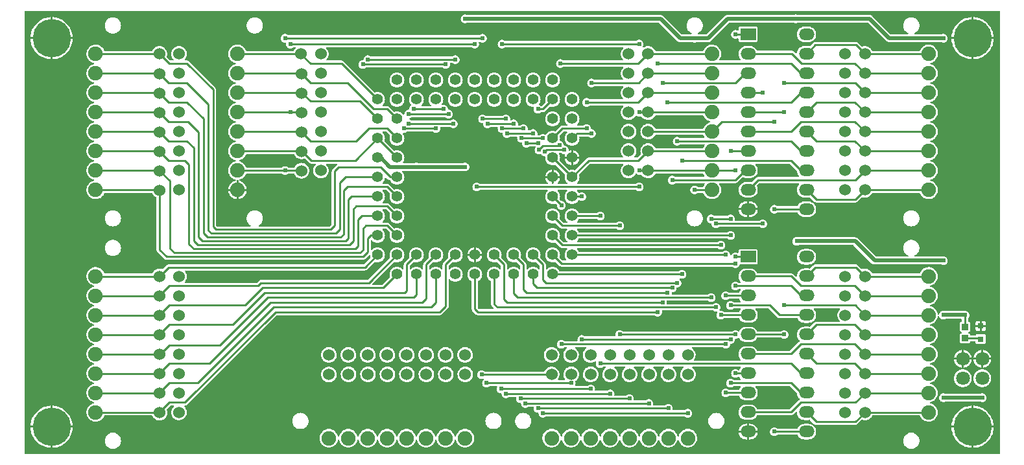
<source format=gtl>
G04 Layer: TopLayer*
G04 Panelize: , Column: 2, Row: 2, Board Size: 127.89mm x 58.42mm, Panelized Board Size: 257.78mm x 118.84mm*
G04 EasyEDA v6.5.34, 2023-09-01 23:34:49*
G04 d2f9a346f3944a8da2a00f25f54837ea,5a6b42c53f6a479593ecc07194224c93,10*
G04 Gerber Generator version 0.2*
G04 Scale: 100 percent, Rotated: No, Reflected: No *
G04 Dimensions in millimeters *
G04 leading zeros omitted , absolute positions ,4 integer and 5 decimal *
%FSLAX45Y45*%
%MOMM*%

%AMMACRO1*21,1,$1,$2,0,0,$3*%
%ADD10C,0.2540*%
%ADD11C,0.5000*%
%ADD12MACRO1,0.864X0.8065X0.0000*%
%ADD13R,0.8640X0.8065*%
%ADD14R,0.8000X0.8000*%
%ADD15O,1.9999959999999999X1.499997*%
%ADD16R,2.0000X1.5000*%
%ADD17O,1.9999959999999999X1.524*%
%ADD18C,1.4224*%
%ADD19C,5.0000*%
%ADD20C,1.5240*%
%ADD21C,1.9000*%
%ADD22C,1.8000*%
%ADD23C,0.6096*%
%ADD24C,0.0116*%

%LPD*%
G36*
X12752781Y25908D02*
G01*
X36068Y26416D01*
X32156Y27178D01*
X28905Y29362D01*
X26670Y32664D01*
X25908Y36576D01*
X25908Y5805932D01*
X26670Y5809843D01*
X28905Y5813094D01*
X32156Y5815330D01*
X36068Y5816092D01*
X12752832Y5816092D01*
X12756692Y5815330D01*
X12759994Y5813094D01*
X12762179Y5809792D01*
X12762992Y5805932D01*
X12762992Y36068D01*
X12762179Y32156D01*
X12759994Y28905D01*
X12756692Y26670D01*
G37*

%LPC*%
G36*
X3032506Y5521655D02*
G01*
X3046323Y5522518D01*
X3059887Y5525262D01*
X3073044Y5529681D01*
X3085439Y5535828D01*
X3096971Y5543499D01*
X3107385Y5552643D01*
X3116529Y5563057D01*
X3124200Y5574588D01*
X3130346Y5586984D01*
X3134766Y5600141D01*
X3137509Y5613704D01*
X3138373Y5627522D01*
X3137509Y5641340D01*
X3134766Y5654903D01*
X3130346Y5668060D01*
X3124200Y5680456D01*
X3116529Y5691987D01*
X3107385Y5702401D01*
X3096971Y5711545D01*
X3085439Y5719216D01*
X3073044Y5725363D01*
X3059887Y5729782D01*
X3046323Y5732526D01*
X3032506Y5733389D01*
X3018688Y5732526D01*
X3005124Y5729782D01*
X2991967Y5725363D01*
X2979572Y5719216D01*
X2968040Y5711545D01*
X2957626Y5702401D01*
X2948482Y5691987D01*
X2940812Y5680456D01*
X2934665Y5668060D01*
X2930245Y5654903D01*
X2927502Y5641340D01*
X2926638Y5627522D01*
X2927502Y5613704D01*
X2930245Y5600141D01*
X2934665Y5586984D01*
X2940812Y5574588D01*
X2948482Y5563057D01*
X2957626Y5552643D01*
X2968040Y5543499D01*
X2979572Y5535828D01*
X2991967Y5529681D01*
X3005124Y5525262D01*
X3018688Y5522518D01*
G37*
G36*
X12417806Y105562D02*
G01*
X12422428Y105664D01*
X12445390Y108051D01*
X12468098Y112369D01*
X12490348Y118618D01*
X12511989Y126644D01*
X12532918Y136499D01*
X12552934Y148031D01*
X12571882Y161239D01*
X12589713Y175971D01*
X12606223Y192125D01*
X12621310Y209600D01*
X12634925Y228295D01*
X12646863Y248056D01*
X12657124Y268782D01*
X12665659Y290271D01*
X12672314Y312369D01*
X12677140Y334975D01*
X12680035Y357886D01*
X12680442Y368300D01*
X12417806Y368300D01*
G37*
G36*
X393700Y105562D02*
G01*
X398322Y105664D01*
X421284Y108051D01*
X443992Y112369D01*
X466242Y118618D01*
X487934Y126644D01*
X508812Y136499D01*
X528828Y148031D01*
X547827Y161239D01*
X565607Y175971D01*
X582117Y192125D01*
X597204Y209600D01*
X610819Y228295D01*
X622757Y248107D01*
X633018Y268782D01*
X641553Y290271D01*
X648208Y312369D01*
X653034Y334975D01*
X655929Y357936D01*
X656336Y368300D01*
X393700Y368300D01*
G37*
G36*
X12392406Y105613D02*
G01*
X12392406Y368300D01*
X12129516Y368300D01*
X12131395Y346405D01*
X12135205Y323646D01*
X12140996Y301244D01*
X12148566Y279450D01*
X12157964Y258317D01*
X12169089Y238048D01*
X12181890Y218846D01*
X12196267Y200710D01*
X12212066Y183896D01*
X12229236Y168402D01*
X12247626Y154432D01*
X12267133Y142036D01*
X12287605Y131368D01*
X12308941Y122377D01*
X12330887Y115265D01*
X12353391Y109982D01*
X12376251Y106629D01*
G37*
G36*
X368300Y105613D02*
G01*
X368300Y368300D01*
X105410Y368300D01*
X107289Y346405D01*
X111150Y323646D01*
X116890Y301244D01*
X124460Y279450D01*
X133858Y258317D01*
X144983Y238099D01*
X157784Y218846D01*
X172161Y200710D01*
X187960Y183896D01*
X205130Y168402D01*
X223520Y154432D01*
X243027Y142087D01*
X263499Y131368D01*
X284835Y122428D01*
X306781Y115265D01*
X329285Y109982D01*
X352145Y106629D01*
G37*
G36*
X6908800Y111353D02*
G01*
X6923684Y112268D01*
X6938314Y115011D01*
X6952488Y119481D01*
X6966000Y125730D01*
X6978650Y133553D01*
X6990232Y142900D01*
X7000595Y153568D01*
X7009587Y165455D01*
X7017003Y178358D01*
X7022846Y192074D01*
X7026046Y203352D01*
X7028078Y207162D01*
X7031583Y209804D01*
X7035800Y210718D01*
X7040067Y209804D01*
X7043521Y207162D01*
X7045604Y203352D01*
X7048804Y192074D01*
X7054596Y178358D01*
X7062063Y165455D01*
X7071004Y153568D01*
X7081367Y142900D01*
X7092950Y133553D01*
X7105599Y125730D01*
X7119162Y119481D01*
X7133336Y115011D01*
X7147966Y112268D01*
X7162800Y111353D01*
X7177684Y112268D01*
X7192314Y115011D01*
X7206488Y119481D01*
X7220000Y125730D01*
X7232650Y133553D01*
X7244232Y142900D01*
X7254595Y153568D01*
X7263587Y165455D01*
X7271003Y178358D01*
X7276846Y192074D01*
X7280046Y203352D01*
X7282078Y207162D01*
X7285583Y209804D01*
X7289800Y210718D01*
X7294067Y209804D01*
X7297521Y207162D01*
X7299604Y203352D01*
X7302804Y192074D01*
X7308596Y178358D01*
X7316063Y165455D01*
X7325004Y153568D01*
X7335367Y142900D01*
X7346950Y133553D01*
X7359599Y125730D01*
X7373162Y119481D01*
X7387336Y115011D01*
X7401966Y112268D01*
X7416800Y111353D01*
X7431684Y112268D01*
X7446314Y115011D01*
X7460488Y119481D01*
X7474000Y125730D01*
X7486650Y133553D01*
X7498232Y142900D01*
X7508595Y153568D01*
X7517587Y165455D01*
X7525003Y178358D01*
X7530846Y192074D01*
X7534046Y203352D01*
X7536078Y207162D01*
X7539583Y209804D01*
X7543800Y210718D01*
X7548067Y209804D01*
X7551521Y207162D01*
X7553604Y203352D01*
X7556804Y192074D01*
X7562596Y178358D01*
X7570063Y165455D01*
X7579004Y153568D01*
X7589367Y142900D01*
X7600950Y133553D01*
X7613599Y125730D01*
X7627162Y119481D01*
X7641336Y115011D01*
X7655966Y112268D01*
X7670800Y111353D01*
X7685684Y112268D01*
X7700314Y115011D01*
X7714488Y119481D01*
X7728000Y125730D01*
X7740650Y133553D01*
X7752232Y142900D01*
X7762595Y153568D01*
X7771587Y165455D01*
X7779003Y178358D01*
X7784846Y192074D01*
X7788046Y203352D01*
X7790078Y207162D01*
X7793583Y209804D01*
X7797800Y210718D01*
X7802067Y209804D01*
X7805521Y207162D01*
X7807604Y203352D01*
X7810804Y192074D01*
X7816596Y178358D01*
X7824063Y165455D01*
X7833004Y153568D01*
X7843367Y142900D01*
X7854950Y133553D01*
X7867599Y125730D01*
X7881162Y119481D01*
X7895336Y115011D01*
X7909966Y112268D01*
X7924800Y111353D01*
X7939684Y112268D01*
X7954314Y115011D01*
X7968488Y119481D01*
X7982000Y125730D01*
X7994650Y133553D01*
X8006232Y142900D01*
X8016595Y153568D01*
X8025587Y165455D01*
X8033003Y178358D01*
X8038846Y192074D01*
X8042046Y203352D01*
X8044078Y207162D01*
X8047583Y209804D01*
X8051800Y210718D01*
X8056067Y209804D01*
X8059521Y207162D01*
X8061604Y203352D01*
X8064804Y192074D01*
X8070596Y178358D01*
X8078063Y165455D01*
X8087004Y153568D01*
X8097367Y142900D01*
X8108950Y133553D01*
X8121599Y125730D01*
X8135162Y119481D01*
X8149336Y115011D01*
X8163966Y112268D01*
X8178800Y111353D01*
X8193684Y112268D01*
X8208314Y115011D01*
X8222488Y119481D01*
X8236000Y125730D01*
X8248650Y133553D01*
X8260232Y142900D01*
X8270595Y153568D01*
X8279587Y165455D01*
X8287003Y178358D01*
X8292846Y192074D01*
X8296046Y203352D01*
X8298078Y207162D01*
X8301583Y209804D01*
X8305800Y210718D01*
X8310067Y209804D01*
X8313521Y207162D01*
X8315604Y203352D01*
X8318804Y192074D01*
X8324596Y178358D01*
X8332063Y165455D01*
X8341004Y153568D01*
X8351367Y142900D01*
X8362950Y133553D01*
X8375599Y125730D01*
X8389162Y119481D01*
X8403336Y115011D01*
X8417966Y112268D01*
X8432800Y111353D01*
X8447684Y112268D01*
X8462314Y115011D01*
X8476488Y119481D01*
X8490000Y125730D01*
X8502650Y133553D01*
X8514232Y142900D01*
X8524595Y153568D01*
X8533587Y165455D01*
X8541004Y178358D01*
X8546846Y192074D01*
X8550046Y203352D01*
X8552078Y207162D01*
X8555583Y209804D01*
X8559800Y210718D01*
X8564067Y209804D01*
X8567521Y207162D01*
X8569604Y203352D01*
X8572804Y192074D01*
X8578596Y178358D01*
X8586063Y165455D01*
X8595004Y153568D01*
X8605367Y142900D01*
X8616950Y133553D01*
X8629599Y125730D01*
X8643162Y119481D01*
X8657336Y115011D01*
X8671966Y112268D01*
X8686800Y111353D01*
X8701684Y112268D01*
X8716314Y115011D01*
X8730488Y119481D01*
X8744000Y125730D01*
X8756650Y133553D01*
X8768232Y142900D01*
X8778595Y153568D01*
X8787587Y165455D01*
X8795004Y178358D01*
X8800846Y192074D01*
X8804910Y206349D01*
X8807196Y221081D01*
X8807653Y235966D01*
X8806281Y250799D01*
X8803081Y265328D01*
X8798153Y279349D01*
X8791498Y292658D01*
X8783269Y305104D01*
X8773617Y316382D01*
X8762593Y326390D01*
X8750452Y335026D01*
X8737346Y342036D01*
X8723477Y347421D01*
X8709050Y351078D01*
X8694267Y352907D01*
X8679383Y352907D01*
X8664600Y351078D01*
X8650173Y347421D01*
X8636304Y342036D01*
X8623198Y335026D01*
X8611006Y326390D01*
X8600033Y316382D01*
X8590330Y305104D01*
X8582101Y292658D01*
X8575497Y279349D01*
X8570518Y265328D01*
X8569756Y261670D01*
X8568182Y258064D01*
X8565388Y255320D01*
X8561781Y253847D01*
X8557869Y253847D01*
X8554262Y255320D01*
X8551468Y258064D01*
X8549894Y261670D01*
X8549081Y265328D01*
X8544153Y279349D01*
X8537498Y292658D01*
X8529269Y305104D01*
X8519617Y316382D01*
X8508593Y326390D01*
X8496452Y335026D01*
X8483346Y342036D01*
X8469477Y347421D01*
X8455050Y351078D01*
X8440267Y352907D01*
X8425383Y352907D01*
X8410600Y351078D01*
X8396173Y347421D01*
X8382304Y342036D01*
X8369198Y335026D01*
X8357006Y326390D01*
X8346033Y316382D01*
X8336330Y305104D01*
X8328101Y292658D01*
X8321497Y279349D01*
X8316518Y265328D01*
X8315756Y261670D01*
X8314181Y258064D01*
X8311388Y255320D01*
X8307781Y253847D01*
X8303869Y253847D01*
X8300262Y255320D01*
X8297468Y258064D01*
X8295894Y261670D01*
X8295081Y265328D01*
X8290153Y279349D01*
X8283498Y292658D01*
X8275269Y305104D01*
X8265617Y316382D01*
X8254593Y326390D01*
X8242452Y335026D01*
X8229346Y342036D01*
X8215477Y347421D01*
X8201050Y351078D01*
X8186267Y352907D01*
X8171383Y352907D01*
X8156600Y351078D01*
X8142173Y347421D01*
X8128304Y342036D01*
X8115198Y335026D01*
X8103006Y326390D01*
X8092033Y316382D01*
X8082330Y305104D01*
X8074101Y292658D01*
X8067497Y279349D01*
X8062518Y265328D01*
X8061756Y261670D01*
X8060181Y258064D01*
X8057388Y255320D01*
X8053781Y253847D01*
X8049869Y253847D01*
X8046262Y255320D01*
X8043468Y258064D01*
X8041894Y261670D01*
X8041081Y265328D01*
X8036153Y279349D01*
X8029498Y292658D01*
X8021269Y305104D01*
X8011617Y316382D01*
X8000593Y326390D01*
X7988452Y335026D01*
X7975346Y342036D01*
X7961477Y347421D01*
X7947050Y351078D01*
X7932267Y352907D01*
X7917383Y352907D01*
X7902600Y351078D01*
X7888173Y347421D01*
X7874304Y342036D01*
X7861198Y335026D01*
X7849006Y326390D01*
X7838033Y316382D01*
X7828330Y305104D01*
X7820101Y292658D01*
X7813497Y279349D01*
X7808518Y265328D01*
X7807756Y261670D01*
X7806181Y258064D01*
X7803388Y255320D01*
X7799781Y253847D01*
X7795869Y253847D01*
X7792262Y255320D01*
X7789468Y258064D01*
X7787894Y261670D01*
X7787081Y265328D01*
X7782153Y279349D01*
X7775498Y292658D01*
X7767269Y305104D01*
X7757617Y316382D01*
X7746593Y326390D01*
X7734452Y335026D01*
X7721346Y342036D01*
X7707477Y347421D01*
X7693050Y351078D01*
X7678267Y352907D01*
X7663383Y352907D01*
X7648600Y351078D01*
X7634173Y347421D01*
X7620304Y342036D01*
X7607198Y335026D01*
X7595006Y326390D01*
X7584033Y316382D01*
X7574330Y305104D01*
X7566101Y292658D01*
X7559497Y279349D01*
X7554518Y265328D01*
X7553756Y261670D01*
X7552181Y258064D01*
X7549388Y255320D01*
X7545781Y253847D01*
X7541869Y253847D01*
X7538262Y255320D01*
X7535468Y258064D01*
X7533894Y261670D01*
X7533081Y265328D01*
X7528153Y279349D01*
X7521498Y292658D01*
X7513269Y305104D01*
X7503617Y316382D01*
X7492593Y326390D01*
X7480452Y335026D01*
X7467346Y342036D01*
X7453477Y347421D01*
X7439050Y351078D01*
X7424267Y352907D01*
X7409383Y352907D01*
X7394600Y351078D01*
X7380173Y347421D01*
X7366304Y342036D01*
X7353198Y335026D01*
X7341006Y326390D01*
X7330033Y316382D01*
X7320330Y305104D01*
X7312101Y292658D01*
X7305497Y279349D01*
X7300518Y265328D01*
X7299756Y261670D01*
X7298181Y258064D01*
X7295388Y255320D01*
X7291781Y253847D01*
X7287869Y253847D01*
X7284262Y255320D01*
X7281468Y258064D01*
X7279894Y261670D01*
X7279081Y265328D01*
X7274153Y279349D01*
X7267498Y292658D01*
X7259269Y305104D01*
X7249617Y316382D01*
X7238593Y326390D01*
X7226452Y335026D01*
X7213346Y342036D01*
X7199477Y347421D01*
X7185050Y351078D01*
X7170267Y352907D01*
X7155383Y352907D01*
X7140600Y351078D01*
X7126173Y347421D01*
X7112304Y342036D01*
X7099198Y335026D01*
X7087006Y326390D01*
X7076033Y316382D01*
X7066330Y305104D01*
X7058101Y292658D01*
X7051497Y279349D01*
X7046518Y265328D01*
X7045756Y261670D01*
X7044181Y258064D01*
X7041388Y255320D01*
X7037781Y253847D01*
X7033869Y253847D01*
X7030262Y255320D01*
X7027468Y258064D01*
X7025894Y261670D01*
X7025081Y265328D01*
X7020153Y279349D01*
X7013498Y292658D01*
X7005269Y305104D01*
X6995617Y316382D01*
X6984593Y326390D01*
X6972452Y335026D01*
X6959346Y342036D01*
X6945477Y347421D01*
X6931050Y351078D01*
X6916267Y352907D01*
X6901383Y352907D01*
X6886600Y351078D01*
X6872173Y347421D01*
X6858304Y342036D01*
X6845198Y335026D01*
X6833006Y326390D01*
X6822033Y316382D01*
X6812330Y305104D01*
X6804101Y292658D01*
X6797497Y279349D01*
X6792518Y265328D01*
X6789369Y250799D01*
X6787997Y235966D01*
X6788454Y221081D01*
X6790740Y206349D01*
X6794804Y192074D01*
X6800596Y178358D01*
X6808063Y165455D01*
X6817004Y153568D01*
X6827367Y142900D01*
X6838950Y133553D01*
X6851599Y125730D01*
X6865162Y119481D01*
X6879336Y115011D01*
X6893966Y112268D01*
G37*
G36*
X4000500Y111353D02*
G01*
X4015384Y112268D01*
X4030014Y114960D01*
X4044187Y119481D01*
X4057700Y125730D01*
X4070350Y133553D01*
X4081983Y142900D01*
X4092346Y153568D01*
X4101287Y165455D01*
X4108754Y178308D01*
X4114546Y192024D01*
X4117746Y203301D01*
X4119829Y207162D01*
X4123283Y209753D01*
X4127500Y210718D01*
X4131767Y209753D01*
X4135221Y207162D01*
X4137304Y203301D01*
X4140504Y192024D01*
X4146296Y178308D01*
X4153763Y165455D01*
X4162704Y153568D01*
X4173067Y142900D01*
X4184650Y133553D01*
X4197350Y125730D01*
X4210862Y119481D01*
X4225036Y114960D01*
X4239666Y112268D01*
X4254500Y111353D01*
X4269384Y112268D01*
X4284014Y114960D01*
X4298188Y119481D01*
X4311700Y125730D01*
X4324350Y133553D01*
X4335983Y142900D01*
X4346346Y153568D01*
X4355287Y165455D01*
X4362754Y178308D01*
X4368546Y192024D01*
X4371746Y203301D01*
X4373829Y207162D01*
X4377283Y209753D01*
X4381500Y210718D01*
X4385767Y209753D01*
X4389221Y207162D01*
X4391304Y203301D01*
X4394504Y192024D01*
X4400296Y178308D01*
X4407763Y165455D01*
X4416704Y153568D01*
X4427067Y142900D01*
X4438650Y133553D01*
X4451350Y125730D01*
X4464862Y119481D01*
X4479036Y114960D01*
X4493666Y112268D01*
X4508500Y111353D01*
X4523384Y112268D01*
X4538014Y114960D01*
X4552188Y119481D01*
X4565700Y125730D01*
X4578350Y133553D01*
X4589983Y142900D01*
X4600346Y153568D01*
X4609287Y165455D01*
X4616754Y178308D01*
X4622546Y192024D01*
X4625746Y203301D01*
X4627829Y207162D01*
X4631283Y209753D01*
X4635500Y210718D01*
X4639767Y209753D01*
X4643221Y207162D01*
X4645304Y203301D01*
X4648504Y192024D01*
X4654296Y178308D01*
X4661763Y165455D01*
X4670704Y153568D01*
X4681067Y142900D01*
X4692650Y133553D01*
X4705350Y125730D01*
X4718862Y119481D01*
X4733036Y114960D01*
X4747666Y112268D01*
X4762500Y111353D01*
X4777384Y112268D01*
X4792014Y114960D01*
X4806188Y119481D01*
X4819700Y125730D01*
X4832350Y133553D01*
X4843983Y142900D01*
X4854346Y153568D01*
X4863287Y165455D01*
X4870754Y178308D01*
X4876546Y192024D01*
X4879746Y203301D01*
X4881829Y207162D01*
X4885283Y209753D01*
X4889500Y210718D01*
X4893767Y209753D01*
X4897221Y207162D01*
X4899304Y203301D01*
X4902504Y192024D01*
X4908296Y178308D01*
X4915763Y165455D01*
X4924704Y153568D01*
X4935067Y142900D01*
X4946650Y133553D01*
X4959350Y125730D01*
X4972862Y119481D01*
X4987036Y114960D01*
X5001666Y112268D01*
X5016500Y111353D01*
X5031384Y112268D01*
X5046014Y114960D01*
X5060188Y119481D01*
X5073700Y125730D01*
X5086350Y133553D01*
X5097983Y142900D01*
X5108346Y153568D01*
X5117287Y165455D01*
X5124754Y178308D01*
X5130546Y192024D01*
X5133746Y203301D01*
X5135829Y207162D01*
X5139283Y209753D01*
X5143500Y210718D01*
X5147767Y209753D01*
X5151221Y207162D01*
X5153304Y203301D01*
X5156504Y192024D01*
X5162296Y178308D01*
X5169763Y165455D01*
X5178704Y153568D01*
X5189067Y142900D01*
X5200650Y133553D01*
X5213350Y125730D01*
X5226862Y119481D01*
X5241036Y114960D01*
X5255666Y112268D01*
X5270500Y111353D01*
X5285384Y112268D01*
X5300014Y114960D01*
X5314188Y119481D01*
X5327700Y125730D01*
X5340350Y133553D01*
X5351983Y142900D01*
X5362346Y153568D01*
X5371287Y165455D01*
X5378754Y178308D01*
X5384546Y192024D01*
X5387746Y203301D01*
X5389829Y207162D01*
X5393283Y209753D01*
X5397500Y210718D01*
X5401767Y209753D01*
X5405221Y207162D01*
X5407304Y203301D01*
X5410504Y192024D01*
X5416296Y178308D01*
X5423763Y165455D01*
X5432704Y153568D01*
X5443067Y142900D01*
X5454650Y133553D01*
X5467350Y125730D01*
X5480862Y119481D01*
X5495036Y114960D01*
X5509666Y112268D01*
X5524500Y111353D01*
X5539384Y112268D01*
X5554014Y114960D01*
X5568188Y119481D01*
X5581700Y125730D01*
X5594350Y133553D01*
X5605983Y142900D01*
X5616346Y153568D01*
X5625287Y165455D01*
X5632754Y178308D01*
X5638546Y192024D01*
X5641746Y203301D01*
X5643829Y207162D01*
X5647283Y209753D01*
X5651500Y210718D01*
X5655767Y209753D01*
X5659221Y207162D01*
X5661304Y203301D01*
X5664504Y192024D01*
X5670296Y178308D01*
X5677763Y165455D01*
X5686704Y153568D01*
X5697067Y142900D01*
X5708650Y133553D01*
X5721350Y125730D01*
X5734862Y119481D01*
X5749036Y114960D01*
X5763666Y112268D01*
X5778500Y111353D01*
X5793384Y112268D01*
X5808014Y114960D01*
X5822188Y119481D01*
X5835700Y125730D01*
X5848350Y133553D01*
X5859983Y142900D01*
X5870346Y153568D01*
X5879287Y165455D01*
X5886754Y178308D01*
X5892546Y192024D01*
X5896610Y206349D01*
X5898896Y221081D01*
X5899353Y235915D01*
X5897981Y250748D01*
X5894781Y265277D01*
X5889853Y279349D01*
X5883198Y292658D01*
X5874969Y305054D01*
X5865317Y316382D01*
X5854293Y326390D01*
X5842152Y334975D01*
X5829046Y342036D01*
X5815177Y347421D01*
X5800750Y351028D01*
X5785967Y352856D01*
X5771083Y352856D01*
X5756300Y351028D01*
X5741873Y347421D01*
X5728004Y342036D01*
X5714898Y334975D01*
X5702757Y326390D01*
X5691733Y316382D01*
X5682030Y305054D01*
X5673852Y292658D01*
X5667197Y279349D01*
X5662269Y265277D01*
X5661456Y261620D01*
X5659882Y258064D01*
X5657088Y255320D01*
X5653481Y253847D01*
X5649569Y253847D01*
X5645962Y255320D01*
X5643168Y258064D01*
X5641594Y261620D01*
X5640781Y265277D01*
X5635853Y279349D01*
X5629198Y292658D01*
X5620969Y305054D01*
X5611317Y316382D01*
X5600293Y326390D01*
X5588152Y334975D01*
X5575046Y342036D01*
X5561177Y347421D01*
X5546750Y351028D01*
X5531967Y352856D01*
X5517083Y352856D01*
X5502300Y351028D01*
X5487873Y347421D01*
X5474004Y342036D01*
X5460898Y334975D01*
X5448757Y326390D01*
X5437733Y316382D01*
X5428030Y305054D01*
X5419852Y292658D01*
X5413197Y279349D01*
X5408269Y265277D01*
X5407456Y261620D01*
X5405882Y258064D01*
X5403088Y255320D01*
X5399481Y253847D01*
X5395569Y253847D01*
X5391962Y255320D01*
X5389168Y258064D01*
X5387594Y261620D01*
X5386781Y265277D01*
X5381853Y279349D01*
X5375198Y292658D01*
X5366969Y305054D01*
X5357317Y316382D01*
X5346293Y326390D01*
X5334152Y334975D01*
X5321046Y342036D01*
X5307177Y347421D01*
X5292750Y351028D01*
X5277967Y352856D01*
X5263083Y352856D01*
X5248300Y351028D01*
X5233873Y347421D01*
X5220004Y342036D01*
X5206898Y334975D01*
X5194757Y326390D01*
X5183733Y316382D01*
X5174030Y305054D01*
X5165852Y292658D01*
X5159197Y279349D01*
X5154269Y265277D01*
X5153456Y261620D01*
X5151882Y258064D01*
X5149088Y255320D01*
X5145481Y253847D01*
X5141569Y253847D01*
X5137962Y255320D01*
X5135168Y258064D01*
X5133594Y261620D01*
X5132781Y265277D01*
X5127853Y279349D01*
X5121198Y292658D01*
X5112969Y305054D01*
X5103317Y316382D01*
X5092293Y326390D01*
X5080152Y334975D01*
X5067046Y342036D01*
X5053177Y347421D01*
X5038750Y351028D01*
X5023967Y352856D01*
X5009083Y352856D01*
X4994300Y351028D01*
X4979873Y347421D01*
X4966004Y342036D01*
X4952898Y334975D01*
X4940757Y326390D01*
X4929733Y316382D01*
X4920030Y305054D01*
X4911852Y292658D01*
X4905197Y279349D01*
X4900269Y265277D01*
X4899456Y261620D01*
X4897882Y258064D01*
X4895088Y255320D01*
X4891481Y253847D01*
X4887569Y253847D01*
X4883962Y255320D01*
X4881168Y258064D01*
X4879594Y261620D01*
X4878781Y265277D01*
X4873853Y279349D01*
X4867198Y292658D01*
X4858969Y305054D01*
X4849317Y316382D01*
X4838293Y326390D01*
X4826152Y334975D01*
X4813046Y342036D01*
X4799177Y347421D01*
X4784750Y351028D01*
X4769967Y352856D01*
X4755083Y352856D01*
X4740300Y351028D01*
X4725873Y347421D01*
X4712004Y342036D01*
X4698898Y334975D01*
X4686757Y326390D01*
X4675733Y316382D01*
X4666030Y305054D01*
X4657852Y292658D01*
X4651197Y279349D01*
X4646269Y265277D01*
X4645456Y261620D01*
X4643882Y258064D01*
X4641088Y255320D01*
X4637481Y253847D01*
X4633569Y253847D01*
X4629962Y255320D01*
X4627168Y258064D01*
X4625594Y261620D01*
X4624781Y265277D01*
X4619853Y279349D01*
X4613198Y292658D01*
X4604969Y305054D01*
X4595317Y316382D01*
X4584293Y326390D01*
X4572152Y334975D01*
X4559046Y342036D01*
X4545177Y347421D01*
X4530750Y351028D01*
X4515967Y352856D01*
X4501083Y352856D01*
X4486300Y351028D01*
X4471873Y347421D01*
X4458004Y342036D01*
X4444898Y334975D01*
X4432757Y326390D01*
X4421733Y316382D01*
X4412030Y305054D01*
X4403852Y292658D01*
X4397197Y279349D01*
X4392269Y265277D01*
X4391456Y261620D01*
X4389882Y258064D01*
X4387088Y255320D01*
X4383481Y253847D01*
X4379569Y253847D01*
X4375962Y255320D01*
X4373168Y258064D01*
X4371594Y261620D01*
X4370781Y265277D01*
X4365853Y279349D01*
X4359198Y292658D01*
X4350969Y305054D01*
X4341317Y316382D01*
X4330293Y326390D01*
X4318152Y334975D01*
X4305046Y342036D01*
X4291177Y347421D01*
X4276750Y351028D01*
X4261967Y352856D01*
X4247083Y352856D01*
X4232300Y351028D01*
X4217873Y347421D01*
X4204004Y342036D01*
X4190898Y334975D01*
X4178757Y326390D01*
X4167733Y316382D01*
X4158030Y305054D01*
X4149851Y292658D01*
X4143197Y279349D01*
X4138269Y265277D01*
X4137456Y261620D01*
X4135882Y258064D01*
X4133087Y255320D01*
X4129481Y253847D01*
X4125569Y253847D01*
X4121962Y255320D01*
X4119168Y258064D01*
X4117594Y261620D01*
X4116781Y265277D01*
X4111853Y279349D01*
X4105198Y292658D01*
X4096969Y305054D01*
X4087317Y316382D01*
X4076293Y326390D01*
X4064152Y334975D01*
X4051046Y342036D01*
X4037177Y347421D01*
X4022750Y351028D01*
X4007967Y352856D01*
X3993083Y352856D01*
X3978300Y351028D01*
X3963873Y347421D01*
X3950004Y342036D01*
X3936898Y334975D01*
X3924757Y326390D01*
X3913733Y316382D01*
X3904030Y305054D01*
X3895851Y292658D01*
X3889197Y279349D01*
X3884269Y265277D01*
X3881069Y250748D01*
X3879697Y235915D01*
X3880154Y221081D01*
X3882440Y206349D01*
X3886504Y192024D01*
X3892296Y178308D01*
X3899763Y165455D01*
X3908704Y153568D01*
X3919067Y142900D01*
X3930650Y133553D01*
X3943350Y125730D01*
X3956862Y119481D01*
X3971036Y114960D01*
X3985666Y112268D01*
G37*
G36*
X9450730Y215392D02*
G01*
X9461500Y215392D01*
X9461500Y304800D01*
X9349130Y304800D01*
X9351772Y291084D01*
X9356090Y278434D01*
X9361982Y266446D01*
X9369399Y255371D01*
X9378188Y245313D01*
X9388246Y236524D01*
X9399320Y229108D01*
X9411309Y223164D01*
X9423958Y218897D01*
X9437065Y216306D01*
G37*
G36*
X9486900Y215392D02*
G01*
X9497669Y215392D01*
X9511284Y216306D01*
X9524390Y218897D01*
X9537039Y223164D01*
X9549028Y229108D01*
X9560102Y236524D01*
X9570161Y245313D01*
X9578949Y255371D01*
X9586366Y266446D01*
X9592310Y278434D01*
X9596577Y291084D01*
X9599218Y304800D01*
X9486900Y304800D01*
G37*
G36*
X10212730Y215392D02*
G01*
X10259669Y215392D01*
X10273284Y216306D01*
X10286390Y218897D01*
X10299039Y223164D01*
X10311028Y229108D01*
X10322102Y236524D01*
X10332161Y245313D01*
X10340949Y255371D01*
X10348366Y266446D01*
X10354310Y278434D01*
X10358577Y291084D01*
X10361168Y304190D01*
X10362082Y317500D01*
X10361168Y330809D01*
X10358577Y343916D01*
X10354310Y356565D01*
X10348366Y368554D01*
X10340949Y379628D01*
X10332161Y389686D01*
X10322102Y398475D01*
X10311028Y405892D01*
X10299039Y411835D01*
X10286390Y416102D01*
X10273284Y418693D01*
X10259669Y419608D01*
X10212730Y419608D01*
X10199065Y418693D01*
X10185958Y416102D01*
X10173309Y411835D01*
X10161320Y405892D01*
X10150246Y398475D01*
X10140188Y389686D01*
X10131399Y379628D01*
X10123982Y368554D01*
X10120630Y361746D01*
X10118394Y358749D01*
X10115194Y356819D01*
X10111536Y356108D01*
X9862058Y356108D01*
X9858197Y356870D01*
X9854895Y359105D01*
X9853320Y360680D01*
X9845243Y366318D01*
X9836353Y370433D01*
X9826853Y372973D01*
X9817100Y373837D01*
X9807295Y372973D01*
X9797796Y370433D01*
X9788906Y366318D01*
X9780828Y360680D01*
X9773920Y353720D01*
X9768281Y345694D01*
X9764115Y336753D01*
X9761575Y327304D01*
X9760712Y317500D01*
X9761575Y307695D01*
X9764115Y298246D01*
X9768281Y289306D01*
X9773920Y281279D01*
X9780828Y274320D01*
X9788906Y268681D01*
X9797796Y264566D01*
X9807295Y262026D01*
X9817100Y261162D01*
X9826853Y262026D01*
X9836353Y264566D01*
X9845243Y268681D01*
X9853320Y274320D01*
X9854895Y275894D01*
X9858146Y278130D01*
X9862058Y278892D01*
X10111536Y278892D01*
X10115194Y278180D01*
X10118394Y276199D01*
X10120630Y273202D01*
X10123982Y266446D01*
X10131399Y255371D01*
X10140188Y245313D01*
X10150246Y236524D01*
X10161320Y229108D01*
X10173309Y223164D01*
X10185958Y218897D01*
X10199065Y216306D01*
G37*
G36*
X9349130Y330200D02*
G01*
X9461500Y330200D01*
X9461500Y419608D01*
X9450730Y419608D01*
X9437065Y418693D01*
X9423958Y416102D01*
X9411309Y411835D01*
X9399320Y405892D01*
X9388246Y398475D01*
X9378188Y389686D01*
X9369399Y379628D01*
X9361982Y368554D01*
X9356090Y356565D01*
X9351772Y343916D01*
G37*
G36*
X9486900Y330200D02*
G01*
X9599218Y330200D01*
X9596577Y343916D01*
X9592310Y356565D01*
X9586366Y368554D01*
X9578949Y379628D01*
X9570161Y389686D01*
X9560102Y398475D01*
X9549028Y405892D01*
X9537039Y411835D01*
X9524390Y416102D01*
X9511284Y418693D01*
X9497669Y419608D01*
X9486900Y419608D01*
G37*
G36*
X6150102Y351332D02*
G01*
X6163919Y352247D01*
X6177483Y354939D01*
X6190640Y359410D01*
X6203035Y365506D01*
X6214567Y373227D01*
X6224981Y382371D01*
X6234125Y392785D01*
X6241796Y404266D01*
X6247942Y416712D01*
X6252362Y429818D01*
X6255105Y443382D01*
X6255969Y457200D01*
X6255105Y471068D01*
X6252362Y484632D01*
X6247942Y497738D01*
X6241796Y510184D01*
X6234125Y521665D01*
X6224981Y532079D01*
X6214567Y541223D01*
X6203035Y548944D01*
X6190640Y555040D01*
X6177483Y559511D01*
X6163919Y562203D01*
X6150102Y563118D01*
X6136284Y562203D01*
X6122720Y559511D01*
X6109563Y555040D01*
X6097168Y548944D01*
X6085636Y541223D01*
X6075222Y532079D01*
X6066078Y521665D01*
X6058408Y510184D01*
X6052261Y497738D01*
X6047841Y484632D01*
X6045098Y471068D01*
X6044234Y457200D01*
X6045098Y443382D01*
X6047841Y429818D01*
X6052261Y416712D01*
X6058408Y404266D01*
X6066078Y392785D01*
X6075222Y382371D01*
X6085636Y373227D01*
X6097168Y365506D01*
X6109563Y359410D01*
X6122720Y354939D01*
X6136284Y352247D01*
G37*
G36*
X6537198Y351332D02*
G01*
X6551015Y352247D01*
X6564579Y354939D01*
X6577736Y359410D01*
X6590131Y365506D01*
X6601663Y373227D01*
X6612077Y382371D01*
X6621221Y392785D01*
X6628892Y404266D01*
X6635038Y416712D01*
X6639458Y429818D01*
X6642201Y443382D01*
X6643065Y457200D01*
X6642201Y471068D01*
X6639458Y484632D01*
X6635038Y497738D01*
X6628892Y510184D01*
X6621221Y521665D01*
X6612077Y532079D01*
X6601663Y541223D01*
X6590131Y548944D01*
X6577736Y555040D01*
X6564579Y559511D01*
X6551015Y562203D01*
X6537198Y563118D01*
X6523380Y562203D01*
X6509816Y559511D01*
X6496659Y555040D01*
X6484264Y548944D01*
X6472732Y541223D01*
X6462318Y532079D01*
X6453174Y521665D01*
X6445504Y510184D01*
X6439357Y497738D01*
X6434937Y484632D01*
X6432194Y471068D01*
X6431330Y457200D01*
X6432194Y443382D01*
X6434937Y429818D01*
X6439357Y416712D01*
X6445504Y404266D01*
X6453174Y392785D01*
X6462318Y382371D01*
X6472732Y373227D01*
X6484264Y365506D01*
X6496659Y359410D01*
X6509816Y354939D01*
X6523380Y352247D01*
G37*
G36*
X9058402Y351332D02*
G01*
X9072219Y352247D01*
X9085783Y354939D01*
X9098940Y359410D01*
X9111335Y365506D01*
X9122867Y373227D01*
X9133281Y382371D01*
X9142425Y392785D01*
X9150096Y404266D01*
X9156242Y416712D01*
X9160662Y429818D01*
X9163405Y443382D01*
X9164269Y457200D01*
X9163405Y471068D01*
X9160662Y484632D01*
X9156242Y497738D01*
X9150096Y510184D01*
X9142425Y521665D01*
X9133281Y532079D01*
X9122867Y541223D01*
X9111335Y548944D01*
X9098940Y555040D01*
X9085783Y559511D01*
X9072219Y562203D01*
X9058402Y563118D01*
X9044584Y562203D01*
X9031020Y559511D01*
X9017863Y555040D01*
X9005468Y548944D01*
X8993936Y541223D01*
X8983522Y532079D01*
X8974378Y521665D01*
X8966708Y510184D01*
X8960561Y497738D01*
X8956141Y484632D01*
X8953398Y471068D01*
X8952534Y457200D01*
X8953398Y443382D01*
X8956141Y429818D01*
X8960561Y416712D01*
X8966708Y404266D01*
X8974378Y392785D01*
X8983522Y382371D01*
X8993936Y373227D01*
X9005468Y365506D01*
X9017863Y359410D01*
X9031020Y354939D01*
X9044584Y352247D01*
G37*
G36*
X3628898Y351332D02*
G01*
X3642715Y352247D01*
X3656279Y354939D01*
X3669436Y359410D01*
X3681831Y365506D01*
X3693363Y373227D01*
X3703777Y382371D01*
X3712921Y392785D01*
X3720592Y404266D01*
X3726738Y416712D01*
X3731158Y429818D01*
X3733901Y443382D01*
X3734765Y457200D01*
X3733901Y471068D01*
X3731158Y484632D01*
X3726738Y497738D01*
X3720592Y510184D01*
X3712921Y521665D01*
X3703777Y532079D01*
X3693363Y541223D01*
X3681831Y548944D01*
X3669436Y555040D01*
X3656279Y559511D01*
X3642715Y562203D01*
X3628898Y563118D01*
X3615080Y562203D01*
X3601516Y559511D01*
X3588359Y555040D01*
X3575964Y548944D01*
X3564432Y541223D01*
X3554018Y532079D01*
X3544874Y521665D01*
X3537204Y510184D01*
X3531057Y497738D01*
X3526637Y484632D01*
X3523894Y471068D01*
X3523030Y457200D01*
X3523894Y443382D01*
X3526637Y429818D01*
X3531057Y416712D01*
X3537204Y404266D01*
X3544874Y392785D01*
X3554018Y382371D01*
X3564432Y373227D01*
X3575964Y365506D01*
X3588359Y359410D01*
X3601516Y354939D01*
X3615080Y352247D01*
G37*
G36*
X12417806Y393700D02*
G01*
X12680442Y393700D01*
X12680035Y404063D01*
X12677140Y427024D01*
X12672314Y449630D01*
X12665659Y471728D01*
X12657124Y493217D01*
X12646863Y513892D01*
X12634925Y533654D01*
X12621310Y552348D01*
X12606223Y569874D01*
X12589713Y586028D01*
X12571882Y600760D01*
X12552934Y613968D01*
X12532918Y625500D01*
X12511989Y635355D01*
X12490348Y643382D01*
X12468098Y649579D01*
X12445390Y653948D01*
X12422428Y656336D01*
X12417806Y656437D01*
G37*
G36*
X393700Y393700D02*
G01*
X656336Y393700D01*
X655929Y404063D01*
X653034Y427024D01*
X648208Y449630D01*
X641553Y471728D01*
X633018Y493217D01*
X622757Y513892D01*
X610819Y533704D01*
X597204Y552348D01*
X582117Y569874D01*
X565607Y586028D01*
X547827Y600760D01*
X528828Y613968D01*
X508812Y625500D01*
X487934Y635355D01*
X466242Y643382D01*
X443992Y649630D01*
X421284Y653948D01*
X398322Y656336D01*
X393700Y656437D01*
G37*
G36*
X12129516Y393700D02*
G01*
X12392406Y393700D01*
X12392406Y656386D01*
X12376251Y655370D01*
X12353391Y652018D01*
X12330887Y646734D01*
X12308941Y639572D01*
X12287605Y630631D01*
X12267133Y619912D01*
X12247626Y607568D01*
X12229236Y593598D01*
X12212066Y578104D01*
X12196267Y561289D01*
X12181890Y543153D01*
X12169089Y523900D01*
X12157964Y503682D01*
X12148566Y482549D01*
X12140996Y460756D01*
X12135205Y438353D01*
X12131395Y415594D01*
G37*
G36*
X105410Y393700D02*
G01*
X368300Y393700D01*
X368300Y656386D01*
X352145Y655370D01*
X329285Y652018D01*
X306781Y646734D01*
X284835Y639572D01*
X263499Y630631D01*
X243027Y619912D01*
X223520Y607568D01*
X205130Y593598D01*
X187960Y578104D01*
X172161Y561289D01*
X157784Y543153D01*
X144983Y523900D01*
X133858Y503682D01*
X124460Y482549D01*
X116890Y460756D01*
X111150Y438353D01*
X107289Y415594D01*
G37*
G36*
X10363657Y405892D02*
G01*
X10872673Y405892D01*
X10880699Y406704D01*
X10887913Y408889D01*
X10894568Y412445D01*
X10900816Y417576D01*
X10954207Y470916D01*
X10957204Y472998D01*
X10960760Y473913D01*
X10964367Y473456D01*
X10974578Y470306D01*
X10988040Y468020D01*
X11001654Y467563D01*
X11015218Y468934D01*
X11028476Y472084D01*
X11041227Y477012D01*
X11053165Y483565D01*
X11064138Y491642D01*
X11073942Y501142D01*
X11082426Y511809D01*
X11092078Y528066D01*
X11095380Y530199D01*
X11099241Y530961D01*
X11708638Y530961D01*
X11712600Y530199D01*
X11715902Y527913D01*
X11718086Y524510D01*
X11720169Y519074D01*
X11727230Y505968D01*
X11735816Y493826D01*
X11745874Y482803D01*
X11757152Y473151D01*
X11769547Y464921D01*
X11782907Y458266D01*
X11796928Y453339D01*
X11811457Y450138D01*
X11826290Y448767D01*
X11841175Y449224D01*
X11855856Y451510D01*
X11870182Y455574D01*
X11883898Y461365D01*
X11896801Y468833D01*
X11908688Y477774D01*
X11919356Y488137D01*
X11928703Y499770D01*
X11936526Y512419D01*
X11942724Y525932D01*
X11947245Y540105D01*
X11949988Y554736D01*
X11950903Y569620D01*
X11949988Y584454D01*
X11947245Y599084D01*
X11942724Y613257D01*
X11936526Y626770D01*
X11928703Y639470D01*
X11919356Y651052D01*
X11908688Y661416D01*
X11896801Y670356D01*
X11883898Y677824D01*
X11870182Y683615D01*
X11858904Y686816D01*
X11855094Y688898D01*
X11852452Y692353D01*
X11851538Y696620D01*
X11852452Y700836D01*
X11855094Y704342D01*
X11858904Y706374D01*
X11870182Y709574D01*
X11883898Y715365D01*
X11896801Y722833D01*
X11908688Y731774D01*
X11919356Y742137D01*
X11928703Y753770D01*
X11936526Y766419D01*
X11942724Y779932D01*
X11947245Y794105D01*
X11949988Y808736D01*
X11950903Y823620D01*
X11949988Y838453D01*
X11947245Y853084D01*
X11942724Y867257D01*
X11936526Y880770D01*
X11928703Y893470D01*
X11919356Y905052D01*
X11908688Y915416D01*
X11896801Y924356D01*
X11883898Y931824D01*
X11870182Y937615D01*
X11858904Y940816D01*
X11855094Y942898D01*
X11852452Y946353D01*
X11851538Y950620D01*
X11852452Y954836D01*
X11855094Y958342D01*
X11858904Y960374D01*
X11870182Y963574D01*
X11883898Y969365D01*
X11896801Y976833D01*
X11908688Y985774D01*
X11919356Y996137D01*
X11928703Y1007770D01*
X11936526Y1020419D01*
X11942724Y1033932D01*
X11947245Y1048105D01*
X11949988Y1062736D01*
X11950903Y1077620D01*
X11949988Y1092454D01*
X11947245Y1107084D01*
X11942724Y1121257D01*
X11936526Y1134770D01*
X11928703Y1147470D01*
X11919356Y1159052D01*
X11908688Y1169416D01*
X11896801Y1178356D01*
X11883898Y1185824D01*
X11870182Y1191615D01*
X11858904Y1194816D01*
X11855094Y1196898D01*
X11852452Y1200353D01*
X11851538Y1204620D01*
X11852452Y1208836D01*
X11855094Y1212342D01*
X11858904Y1214374D01*
X11870182Y1217574D01*
X11883898Y1223365D01*
X11896801Y1230833D01*
X11908688Y1239774D01*
X11919356Y1250137D01*
X11928703Y1261770D01*
X11936526Y1274419D01*
X11942724Y1287932D01*
X11947245Y1302105D01*
X11949988Y1316736D01*
X11950903Y1331620D01*
X11949988Y1346454D01*
X11947245Y1361084D01*
X11942724Y1375257D01*
X11936526Y1388770D01*
X11928703Y1401470D01*
X11919356Y1413052D01*
X11908688Y1423416D01*
X11896801Y1432356D01*
X11883898Y1439824D01*
X11870182Y1445615D01*
X11858904Y1448816D01*
X11855094Y1450898D01*
X11852452Y1454353D01*
X11851538Y1458620D01*
X11852452Y1462836D01*
X11855094Y1466342D01*
X11858904Y1468374D01*
X11870182Y1471574D01*
X11883898Y1477365D01*
X11896801Y1484833D01*
X11908688Y1493774D01*
X11919356Y1504137D01*
X11928703Y1515770D01*
X11936526Y1528419D01*
X11942724Y1541932D01*
X11947245Y1556105D01*
X11949988Y1570736D01*
X11950903Y1585620D01*
X11949988Y1600454D01*
X11947245Y1615084D01*
X11942724Y1629257D01*
X11936526Y1642770D01*
X11928703Y1655470D01*
X11919356Y1667052D01*
X11908688Y1677416D01*
X11896801Y1686356D01*
X11883898Y1693824D01*
X11870182Y1699615D01*
X11858904Y1702816D01*
X11855094Y1704898D01*
X11852452Y1708353D01*
X11851538Y1712620D01*
X11852452Y1716836D01*
X11855094Y1720342D01*
X11858904Y1722374D01*
X11870182Y1725574D01*
X11883898Y1731365D01*
X11896801Y1738833D01*
X11908688Y1747774D01*
X11919356Y1758137D01*
X11928703Y1769770D01*
X11936526Y1782419D01*
X11942724Y1795932D01*
X11947245Y1810105D01*
X11950141Y1825853D01*
X11951563Y1829511D01*
X11954205Y1832305D01*
X11957761Y1833930D01*
X11961672Y1834083D01*
X11965330Y1832762D01*
X11968226Y1830171D01*
X11969953Y1826666D01*
X11971121Y1822246D01*
X11975287Y1813306D01*
X11980926Y1805279D01*
X11987834Y1798320D01*
X11995912Y1792681D01*
X12004802Y1788566D01*
X12014301Y1786026D01*
X12024106Y1785162D01*
X12033859Y1786026D01*
X12043359Y1788566D01*
X12045696Y1789633D01*
X12049963Y1790598D01*
X12257532Y1790598D01*
X12261392Y1789836D01*
X12264694Y1787601D01*
X12266879Y1784299D01*
X12267692Y1780438D01*
X12267692Y1763979D01*
X12266980Y1760372D01*
X12265101Y1757222D01*
X12262154Y1754936D01*
X12257328Y1753717D01*
X12251842Y1751838D01*
X12246965Y1748739D01*
X12242850Y1744675D01*
X12239802Y1739747D01*
X12237872Y1734312D01*
X12237161Y1727962D01*
X12237161Y1648460D01*
X12237872Y1642160D01*
X12239802Y1636674D01*
X12242850Y1631797D01*
X12246965Y1627682D01*
X12251842Y1624634D01*
X12257938Y1622501D01*
X12261494Y1620367D01*
X12263882Y1616964D01*
X12264745Y1612900D01*
X12263882Y1608836D01*
X12261494Y1605432D01*
X12257938Y1603298D01*
X12251842Y1601165D01*
X12246965Y1598117D01*
X12242850Y1594002D01*
X12239802Y1589125D01*
X12237872Y1583639D01*
X12237161Y1577340D01*
X12237161Y1497838D01*
X12237872Y1491488D01*
X12239802Y1486052D01*
X12242850Y1481124D01*
X12246965Y1477060D01*
X12251842Y1473962D01*
X12257328Y1472031D01*
X12263628Y1471320D01*
X12348921Y1471320D01*
X12355220Y1472031D01*
X12360706Y1473962D01*
X12365583Y1477060D01*
X12369698Y1481124D01*
X12372746Y1486052D01*
X12374880Y1492148D01*
X12377064Y1495704D01*
X12380417Y1498092D01*
X12384481Y1498955D01*
X12433401Y1498955D01*
X12437059Y1498295D01*
X12440208Y1496314D01*
X12442494Y1493367D01*
X12443510Y1489811D01*
X12444323Y1481988D01*
X12446203Y1476603D01*
X12449251Y1471676D01*
X12453366Y1467612D01*
X12458242Y1464513D01*
X12463729Y1462633D01*
X12470028Y1461922D01*
X12548920Y1461922D01*
X12555220Y1462633D01*
X12560706Y1464513D01*
X12565583Y1467612D01*
X12569698Y1471676D01*
X12572746Y1476603D01*
X12574676Y1482039D01*
X12575387Y1488389D01*
X12575387Y1567230D01*
X12574676Y1573580D01*
X12572746Y1579016D01*
X12569698Y1583944D01*
X12565583Y1588008D01*
X12560706Y1591106D01*
X12555220Y1592986D01*
X12548920Y1593697D01*
X12470028Y1593697D01*
X12463729Y1592986D01*
X12458242Y1591106D01*
X12453366Y1588008D01*
X12449251Y1583944D01*
X12447371Y1580946D01*
X12445136Y1578406D01*
X12442139Y1576730D01*
X12438786Y1576171D01*
X12384481Y1576171D01*
X12380417Y1577035D01*
X12377064Y1579422D01*
X12374930Y1582978D01*
X12372746Y1589125D01*
X12369698Y1594002D01*
X12365583Y1598117D01*
X12360706Y1601165D01*
X12354610Y1603298D01*
X12351054Y1605432D01*
X12348667Y1608836D01*
X12347803Y1612900D01*
X12348667Y1616964D01*
X12351054Y1620367D01*
X12354610Y1622501D01*
X12360706Y1624634D01*
X12365583Y1627682D01*
X12369698Y1631797D01*
X12372746Y1636674D01*
X12374676Y1642160D01*
X12375388Y1648460D01*
X12375388Y1727962D01*
X12374676Y1734312D01*
X12372746Y1739747D01*
X12369698Y1744675D01*
X12365583Y1748739D01*
X12360706Y1751838D01*
X12355220Y1753717D01*
X12350394Y1754936D01*
X12347448Y1757222D01*
X12345568Y1760372D01*
X12344908Y1763979D01*
X12344908Y1796491D01*
X12345670Y1800402D01*
X12347854Y1803704D01*
X12349429Y1805279D01*
X12355068Y1813306D01*
X12359233Y1822246D01*
X12361773Y1831695D01*
X12362637Y1841500D01*
X12361773Y1851304D01*
X12359233Y1860753D01*
X12355068Y1869693D01*
X12349429Y1877720D01*
X12342520Y1884680D01*
X12334443Y1890318D01*
X12325553Y1894433D01*
X12316053Y1896973D01*
X12306300Y1897837D01*
X12296495Y1896973D01*
X12286996Y1894433D01*
X12284659Y1893366D01*
X12280392Y1892401D01*
X12049963Y1892401D01*
X12045696Y1893366D01*
X12043359Y1894433D01*
X12033859Y1896973D01*
X12024106Y1897837D01*
X12014301Y1896973D01*
X12004802Y1894433D01*
X11995912Y1890318D01*
X11987834Y1884680D01*
X11980926Y1877720D01*
X11975287Y1869693D01*
X11971121Y1860753D01*
X11969546Y1854911D01*
X11967870Y1851406D01*
X11964974Y1848815D01*
X11961317Y1847494D01*
X11957405Y1847646D01*
X11953900Y1849272D01*
X11951208Y1852066D01*
X11949734Y1855673D01*
X11947245Y1869084D01*
X11942724Y1883257D01*
X11936526Y1896770D01*
X11928703Y1909470D01*
X11919356Y1921052D01*
X11908688Y1931416D01*
X11896801Y1940356D01*
X11883898Y1947824D01*
X11870182Y1953615D01*
X11858904Y1956816D01*
X11855094Y1958898D01*
X11852452Y1962353D01*
X11851538Y1966620D01*
X11852452Y1970836D01*
X11855094Y1974342D01*
X11858904Y1976374D01*
X11870182Y1979574D01*
X11883898Y1985365D01*
X11896801Y1992833D01*
X11908688Y2001774D01*
X11919356Y2012137D01*
X11928703Y2023770D01*
X11936526Y2036419D01*
X11942724Y2049932D01*
X11947245Y2064105D01*
X11949988Y2078736D01*
X11950903Y2093620D01*
X11949988Y2108454D01*
X11947245Y2123084D01*
X11942724Y2137257D01*
X11936526Y2150770D01*
X11928703Y2163470D01*
X11919356Y2175052D01*
X11908688Y2185416D01*
X11896801Y2194356D01*
X11883898Y2201824D01*
X11870182Y2207615D01*
X11858904Y2210816D01*
X11855094Y2212898D01*
X11852452Y2216353D01*
X11851538Y2220620D01*
X11852452Y2224836D01*
X11855094Y2228342D01*
X11858904Y2230374D01*
X11870182Y2233574D01*
X11883898Y2239365D01*
X11896801Y2246833D01*
X11908688Y2255774D01*
X11919356Y2266137D01*
X11928703Y2277770D01*
X11936526Y2290419D01*
X11942724Y2303932D01*
X11947245Y2318105D01*
X11949988Y2332736D01*
X11950903Y2347620D01*
X11949988Y2362454D01*
X11947245Y2377084D01*
X11942724Y2391257D01*
X11936526Y2404770D01*
X11928703Y2417470D01*
X11919356Y2429052D01*
X11908688Y2439416D01*
X11896801Y2448356D01*
X11883898Y2455824D01*
X11870182Y2461615D01*
X11855856Y2465679D01*
X11841175Y2467965D01*
X11826290Y2468422D01*
X11811457Y2467051D01*
X11796928Y2463850D01*
X11782907Y2458923D01*
X11769547Y2452319D01*
X11757152Y2444089D01*
X11745874Y2434386D01*
X11735816Y2423414D01*
X11727230Y2411222D01*
X11720169Y2398115D01*
X11718086Y2392680D01*
X11715902Y2389276D01*
X11712549Y2386990D01*
X11708587Y2386177D01*
X11099241Y2386177D01*
X11095380Y2386990D01*
X11092078Y2389124D01*
X11082426Y2405380D01*
X11073942Y2416098D01*
X11064138Y2425547D01*
X11053165Y2433624D01*
X11041227Y2440178D01*
X11028476Y2445105D01*
X11015218Y2448255D01*
X11001654Y2449626D01*
X10988040Y2449169D01*
X10974578Y2446883D01*
X10964367Y2443734D01*
X10960760Y2443327D01*
X10957204Y2444191D01*
X10954207Y2446274D01*
X10909706Y2490724D01*
X10903458Y2495854D01*
X10896803Y2499410D01*
X10889589Y2501595D01*
X10881563Y2502408D01*
X10350957Y2502408D01*
X10342930Y2501595D01*
X10335717Y2499410D01*
X10329062Y2495854D01*
X10322814Y2490724D01*
X10285069Y2452979D01*
X10282377Y2451049D01*
X10279176Y2450084D01*
X10275874Y2450185D01*
X10273284Y2450693D01*
X10259669Y2451608D01*
X10212730Y2451608D01*
X10199065Y2450693D01*
X10185958Y2448102D01*
X10173309Y2443835D01*
X10161320Y2437892D01*
X10150246Y2430475D01*
X10140188Y2421686D01*
X10131399Y2411628D01*
X10123982Y2400554D01*
X10118090Y2388565D01*
X10113772Y2375916D01*
X10111181Y2362809D01*
X10110368Y2350566D01*
X10109403Y2346858D01*
X10107066Y2343759D01*
X10103815Y2341727D01*
X10100005Y2341067D01*
X10096246Y2341880D01*
X10093045Y2344064D01*
X10060635Y2376424D01*
X10054437Y2381554D01*
X10047732Y2385110D01*
X10040518Y2387295D01*
X10032492Y2388108D01*
X9598710Y2388108D01*
X9595002Y2388819D01*
X9591852Y2390800D01*
X9589566Y2393797D01*
X9586569Y2399944D01*
X9579203Y2410917D01*
X9570516Y2420823D01*
X9560610Y2429560D01*
X9549638Y2436876D01*
X9537801Y2442718D01*
X9525304Y2446934D01*
X9512350Y2449525D01*
X9498838Y2450388D01*
X9449511Y2450388D01*
X9435998Y2449525D01*
X9423044Y2446934D01*
X9410547Y2442718D01*
X9398762Y2436876D01*
X9387789Y2429560D01*
X9377832Y2420823D01*
X9369145Y2410917D01*
X9361830Y2399944D01*
X9355988Y2388108D01*
X9351721Y2375611D01*
X9349181Y2362657D01*
X9348317Y2349500D01*
X9349181Y2336342D01*
X9351721Y2323388D01*
X9355988Y2310892D01*
X9361830Y2299055D01*
X9369145Y2288082D01*
X9378035Y2277973D01*
X9379966Y2274620D01*
X9380524Y2270810D01*
X9379610Y2267051D01*
X9377426Y2263902D01*
X9374174Y2261819D01*
X9370364Y2261108D01*
X9354108Y2261108D01*
X9350197Y2261870D01*
X9346895Y2264054D01*
X9345320Y2265680D01*
X9337294Y2271318D01*
X9328353Y2275433D01*
X9318904Y2277973D01*
X9309100Y2278837D01*
X9299295Y2277973D01*
X9289846Y2275433D01*
X9280906Y2271318D01*
X9272879Y2265680D01*
X9265920Y2258720D01*
X9260281Y2250694D01*
X9256166Y2241753D01*
X9253626Y2232304D01*
X9252762Y2222500D01*
X9253626Y2212695D01*
X9256166Y2203246D01*
X9260281Y2194306D01*
X9265920Y2186279D01*
X9272879Y2179320D01*
X9280906Y2173681D01*
X9289846Y2169566D01*
X9299295Y2167026D01*
X9309100Y2166162D01*
X9318904Y2167026D01*
X9328353Y2169566D01*
X9337294Y2173681D01*
X9345320Y2179320D01*
X9346895Y2180894D01*
X9350197Y2183130D01*
X9354058Y2183892D01*
X9370364Y2183892D01*
X9374174Y2183130D01*
X9377375Y2181047D01*
X9379610Y2177897D01*
X9380524Y2174189D01*
X9379966Y2170379D01*
X9378035Y2167026D01*
X9369145Y2156917D01*
X9361830Y2145944D01*
X9358782Y2139797D01*
X9356496Y2136800D01*
X9353346Y2134819D01*
X9349638Y2134108D01*
X9227058Y2134108D01*
X9223197Y2134870D01*
X9219895Y2137105D01*
X9218320Y2138680D01*
X9210243Y2144318D01*
X9201353Y2148433D01*
X9191853Y2150973D01*
X9182100Y2151837D01*
X9172295Y2150973D01*
X9162796Y2148433D01*
X9153906Y2144318D01*
X9145879Y2138680D01*
X9138920Y2131720D01*
X9133281Y2123694D01*
X9129115Y2114753D01*
X9126575Y2105304D01*
X9125712Y2095500D01*
X9126575Y2085695D01*
X9129115Y2076246D01*
X9133281Y2067306D01*
X9138920Y2059279D01*
X9145879Y2052320D01*
X9153906Y2046681D01*
X9162796Y2042566D01*
X9172295Y2040026D01*
X9182100Y2039162D01*
X9191853Y2040026D01*
X9201353Y2042566D01*
X9210243Y2046681D01*
X9218320Y2052320D01*
X9219895Y2053894D01*
X9223197Y2056130D01*
X9227058Y2056892D01*
X9349638Y2056892D01*
X9353346Y2056180D01*
X9356496Y2054199D01*
X9358782Y2051202D01*
X9361830Y2045055D01*
X9369145Y2034082D01*
X9378035Y2023973D01*
X9379966Y2020620D01*
X9380524Y2016810D01*
X9379610Y2013051D01*
X9377375Y2009952D01*
X9374174Y2007819D01*
X9370364Y2007107D01*
X9290558Y2007107D01*
X9286697Y2007870D01*
X9283395Y2010105D01*
X9281820Y2011680D01*
X9273743Y2017318D01*
X9264853Y2021433D01*
X9255353Y2023973D01*
X9245600Y2024837D01*
X9235795Y2023973D01*
X9226296Y2021433D01*
X9217406Y2017318D01*
X9209379Y2011680D01*
X9202420Y2004720D01*
X9196781Y1996693D01*
X9192615Y1987753D01*
X9190075Y1978304D01*
X9189212Y1968500D01*
X9190075Y1958695D01*
X9192615Y1949246D01*
X9196781Y1940306D01*
X9202420Y1932279D01*
X9209379Y1925320D01*
X9217406Y1919681D01*
X9226296Y1915566D01*
X9235795Y1913026D01*
X9245600Y1912162D01*
X9255353Y1913026D01*
X9264853Y1915566D01*
X9273743Y1919681D01*
X9281820Y1925320D01*
X9283395Y1926894D01*
X9286697Y1929130D01*
X9290558Y1929892D01*
X9370364Y1929892D01*
X9374174Y1929180D01*
X9377426Y1927047D01*
X9379610Y1923948D01*
X9380524Y1920189D01*
X9379966Y1916379D01*
X9378035Y1913026D01*
X9369145Y1902917D01*
X9361830Y1891944D01*
X9358782Y1885797D01*
X9356496Y1882800D01*
X9353346Y1880819D01*
X9349638Y1880107D01*
X9163608Y1880107D01*
X9159697Y1880870D01*
X9156395Y1883105D01*
X9154820Y1884680D01*
X9146794Y1890318D01*
X9137853Y1894433D01*
X9128404Y1896973D01*
X9118600Y1897837D01*
X9111894Y1897278D01*
X9108084Y1897634D01*
X9104731Y1899412D01*
X9102191Y1902307D01*
X9100972Y1905914D01*
X9101124Y1909724D01*
X9102699Y1913229D01*
X9103868Y1914906D01*
X9108033Y1923846D01*
X9110573Y1933295D01*
X9111437Y1943100D01*
X9110573Y1952904D01*
X9108033Y1962353D01*
X9103868Y1971293D01*
X9098229Y1979320D01*
X9091320Y1986280D01*
X9083243Y1991918D01*
X9074353Y1996033D01*
X9064853Y1998573D01*
X9055100Y1999437D01*
X9045295Y1998573D01*
X9035796Y1996033D01*
X9026906Y1991918D01*
X9018879Y1986280D01*
X9017304Y1984705D01*
X9014002Y1982470D01*
X9010091Y1981707D01*
X8421268Y1981707D01*
X8417661Y1982368D01*
X8414512Y1984298D01*
X8412226Y1987245D01*
X8411159Y1990801D01*
X8411464Y1994509D01*
X8412073Y1996795D01*
X8412937Y2006600D01*
X8412073Y2016404D01*
X8411464Y2018690D01*
X8411159Y2022398D01*
X8412226Y2025954D01*
X8414512Y2028901D01*
X8417661Y2030831D01*
X8421268Y2031492D01*
X8946591Y2031492D01*
X8950502Y2030730D01*
X8953754Y2028494D01*
X8955379Y2026920D01*
X8963406Y2021281D01*
X8972296Y2017166D01*
X8981795Y2014626D01*
X8991600Y2013762D01*
X9001353Y2014626D01*
X9010853Y2017166D01*
X9019743Y2021281D01*
X9027820Y2026920D01*
X9034729Y2033879D01*
X9040368Y2041906D01*
X9044533Y2050846D01*
X9047073Y2060295D01*
X9047937Y2070100D01*
X9047073Y2079904D01*
X9044533Y2089353D01*
X9040368Y2098294D01*
X9034729Y2106320D01*
X9027820Y2113280D01*
X9019743Y2118918D01*
X9010853Y2123033D01*
X9001353Y2125573D01*
X8991600Y2126437D01*
X8981795Y2125573D01*
X8972296Y2123033D01*
X8963406Y2118918D01*
X8955379Y2113280D01*
X8953804Y2111705D01*
X8950502Y2109470D01*
X8946591Y2108708D01*
X8484768Y2108708D01*
X8481161Y2109368D01*
X8478012Y2111298D01*
X8475726Y2114245D01*
X8474659Y2117801D01*
X8474964Y2121509D01*
X8475573Y2123795D01*
X8476284Y2131669D01*
X8477199Y2135073D01*
X8479231Y2137968D01*
X8482126Y2140000D01*
X8485530Y2140915D01*
X8493404Y2141626D01*
X8502853Y2144166D01*
X8511794Y2148281D01*
X8519820Y2153920D01*
X8526780Y2160879D01*
X8532418Y2168906D01*
X8536533Y2177846D01*
X8539073Y2187295D01*
X8539784Y2195169D01*
X8540699Y2198573D01*
X8542731Y2201468D01*
X8545626Y2203500D01*
X8549030Y2204415D01*
X8556904Y2205126D01*
X8566353Y2207666D01*
X8575294Y2211781D01*
X8583320Y2217420D01*
X8590280Y2224379D01*
X8595918Y2232406D01*
X8600033Y2241346D01*
X8602573Y2250795D01*
X8603437Y2260600D01*
X8602573Y2270404D01*
X8600033Y2279853D01*
X8595918Y2288794D01*
X8590280Y2296820D01*
X8583320Y2303780D01*
X8580628Y2306726D01*
X8579256Y2310485D01*
X8579459Y2314498D01*
X8581186Y2318054D01*
X8584184Y2320747D01*
X8587943Y2322017D01*
X8591956Y2321763D01*
X8600795Y2319426D01*
X8610600Y2318562D01*
X8620404Y2319426D01*
X8629853Y2321966D01*
X8638794Y2326081D01*
X8646820Y2331720D01*
X8653780Y2338679D01*
X8659418Y2346706D01*
X8663533Y2355646D01*
X8666073Y2365095D01*
X8666937Y2374900D01*
X8666073Y2384704D01*
X8663533Y2394153D01*
X8659418Y2403094D01*
X8653780Y2411120D01*
X8646820Y2418080D01*
X8638794Y2423718D01*
X8629853Y2427833D01*
X8620404Y2430373D01*
X8610600Y2431237D01*
X8600795Y2430373D01*
X8591346Y2427833D01*
X8582406Y2423718D01*
X8574379Y2418080D01*
X8572804Y2416505D01*
X8569502Y2414270D01*
X8565591Y2413508D01*
X7016648Y2413508D01*
X7013041Y2414168D01*
X7009892Y2416098D01*
X7007656Y2418994D01*
X7004354Y2425293D01*
X6996734Y2436114D01*
X6987692Y2445816D01*
X6977430Y2454148D01*
X6966102Y2461056D01*
X6953961Y2466289D01*
X6941210Y2469896D01*
X6928103Y2471674D01*
X6914845Y2471674D01*
X6901738Y2469896D01*
X6888988Y2466289D01*
X6876846Y2461056D01*
X6865569Y2454148D01*
X6855256Y2445816D01*
X6850684Y2440889D01*
X6847433Y2438552D01*
X6843522Y2437688D01*
X6839559Y2438349D01*
X6836156Y2440584D01*
X6833920Y2443886D01*
X6833108Y2447848D01*
X6833108Y2501392D01*
X6832295Y2509418D01*
X6830110Y2516632D01*
X6826554Y2523337D01*
X6821424Y2529535D01*
X6762140Y2588869D01*
X6760006Y2592019D01*
X6759143Y2595727D01*
X6759752Y2599486D01*
X6760870Y2602738D01*
X6763562Y2615692D01*
X6764477Y2628900D01*
X6763562Y2642108D01*
X6760870Y2655062D01*
X6756450Y2667558D01*
X6750354Y2679293D01*
X6742734Y2690114D01*
X6733692Y2699816D01*
X6723430Y2708148D01*
X6712102Y2715056D01*
X6699961Y2720289D01*
X6687210Y2723896D01*
X6674103Y2725674D01*
X6660845Y2725674D01*
X6647738Y2723896D01*
X6634988Y2720289D01*
X6622846Y2715056D01*
X6611569Y2708148D01*
X6601256Y2699816D01*
X6592265Y2690114D01*
X6584594Y2679293D01*
X6578498Y2667558D01*
X6574078Y2655062D01*
X6571386Y2642108D01*
X6570472Y2628900D01*
X6571386Y2615692D01*
X6574078Y2602738D01*
X6578498Y2590241D01*
X6584594Y2578506D01*
X6592265Y2567686D01*
X6601256Y2558034D01*
X6611569Y2549652D01*
X6622846Y2542794D01*
X6634988Y2537510D01*
X6647738Y2533954D01*
X6660845Y2532126D01*
X6674103Y2532126D01*
X6687210Y2533954D01*
X6697624Y2536850D01*
X6701180Y2537206D01*
X6704634Y2536291D01*
X6707530Y2534259D01*
X6752894Y2488895D01*
X6755130Y2485593D01*
X6755892Y2481681D01*
X6755892Y2447798D01*
X6755079Y2443835D01*
X6752844Y2440533D01*
X6749440Y2438349D01*
X6745478Y2437638D01*
X6741566Y2438501D01*
X6738315Y2440889D01*
X6733692Y2445816D01*
X6723430Y2454148D01*
X6712102Y2461056D01*
X6699961Y2466289D01*
X6687210Y2469896D01*
X6674103Y2471674D01*
X6660845Y2471674D01*
X6647738Y2469896D01*
X6634988Y2466289D01*
X6622846Y2461056D01*
X6611569Y2454148D01*
X6601256Y2445816D01*
X6596684Y2440889D01*
X6593433Y2438552D01*
X6589522Y2437688D01*
X6585559Y2438349D01*
X6582156Y2440584D01*
X6579920Y2443886D01*
X6579108Y2447848D01*
X6579108Y2501392D01*
X6578295Y2509418D01*
X6576110Y2516632D01*
X6572554Y2523337D01*
X6567424Y2529535D01*
X6508140Y2588869D01*
X6506006Y2592019D01*
X6505143Y2595727D01*
X6505752Y2599486D01*
X6506870Y2602738D01*
X6509562Y2615692D01*
X6510477Y2628900D01*
X6509562Y2642108D01*
X6506870Y2655062D01*
X6502450Y2667558D01*
X6496354Y2679293D01*
X6488734Y2690114D01*
X6479692Y2699816D01*
X6469430Y2708148D01*
X6458102Y2715056D01*
X6445961Y2720289D01*
X6433210Y2723896D01*
X6420104Y2725674D01*
X6406845Y2725674D01*
X6393738Y2723896D01*
X6380988Y2720289D01*
X6368846Y2715056D01*
X6357569Y2708148D01*
X6347256Y2699816D01*
X6338265Y2690114D01*
X6330594Y2679293D01*
X6324498Y2667558D01*
X6320078Y2655062D01*
X6317386Y2642108D01*
X6316472Y2628900D01*
X6317386Y2615692D01*
X6320078Y2602738D01*
X6324498Y2590241D01*
X6330594Y2578506D01*
X6338265Y2567686D01*
X6347256Y2558034D01*
X6357569Y2549652D01*
X6368846Y2542794D01*
X6380988Y2537510D01*
X6393738Y2533954D01*
X6406845Y2532126D01*
X6420104Y2532126D01*
X6433210Y2533954D01*
X6443624Y2536850D01*
X6447180Y2537206D01*
X6450634Y2536291D01*
X6453530Y2534259D01*
X6498894Y2488895D01*
X6501130Y2485593D01*
X6501892Y2481681D01*
X6501892Y2447798D01*
X6501079Y2443835D01*
X6498844Y2440533D01*
X6495440Y2438349D01*
X6491478Y2437638D01*
X6487566Y2438501D01*
X6484315Y2440889D01*
X6479692Y2445816D01*
X6469430Y2454148D01*
X6458102Y2461056D01*
X6445961Y2466289D01*
X6433210Y2469896D01*
X6420104Y2471674D01*
X6406845Y2471674D01*
X6393738Y2469896D01*
X6380988Y2466289D01*
X6368846Y2461056D01*
X6357569Y2454148D01*
X6347256Y2445816D01*
X6342684Y2440889D01*
X6339433Y2438552D01*
X6335522Y2437688D01*
X6331559Y2438349D01*
X6328156Y2440584D01*
X6325920Y2443886D01*
X6325108Y2447848D01*
X6325108Y2501392D01*
X6324295Y2509418D01*
X6322110Y2516632D01*
X6318554Y2523337D01*
X6313424Y2529535D01*
X6254140Y2588869D01*
X6252006Y2592019D01*
X6251143Y2595727D01*
X6251752Y2599486D01*
X6252870Y2602738D01*
X6255562Y2615692D01*
X6256477Y2628900D01*
X6255562Y2642108D01*
X6252870Y2655062D01*
X6248450Y2667558D01*
X6242354Y2679293D01*
X6234734Y2690114D01*
X6225692Y2699816D01*
X6215430Y2708148D01*
X6204102Y2715056D01*
X6191961Y2720289D01*
X6179210Y2723896D01*
X6166104Y2725674D01*
X6152845Y2725674D01*
X6139738Y2723896D01*
X6126988Y2720289D01*
X6114846Y2715056D01*
X6103569Y2708148D01*
X6093256Y2699816D01*
X6084265Y2690114D01*
X6076594Y2679293D01*
X6070498Y2667558D01*
X6066078Y2655062D01*
X6063386Y2642108D01*
X6062472Y2628900D01*
X6063386Y2615692D01*
X6066078Y2602738D01*
X6070498Y2590241D01*
X6076594Y2578506D01*
X6084265Y2567686D01*
X6093256Y2558034D01*
X6103569Y2549652D01*
X6114846Y2542794D01*
X6126988Y2537510D01*
X6139738Y2533954D01*
X6152845Y2532126D01*
X6166104Y2532126D01*
X6179210Y2533954D01*
X6189624Y2536850D01*
X6193180Y2537206D01*
X6196634Y2536291D01*
X6199530Y2534259D01*
X6244894Y2488895D01*
X6247130Y2485593D01*
X6247892Y2481681D01*
X6247892Y2447798D01*
X6247079Y2443835D01*
X6244844Y2440533D01*
X6241440Y2438349D01*
X6237478Y2437638D01*
X6233566Y2438501D01*
X6230315Y2440889D01*
X6225692Y2445816D01*
X6215430Y2454148D01*
X6204102Y2461056D01*
X6191961Y2466289D01*
X6179210Y2469896D01*
X6166104Y2471674D01*
X6152845Y2471674D01*
X6139738Y2469896D01*
X6126988Y2466289D01*
X6114846Y2461056D01*
X6103569Y2454148D01*
X6093256Y2445816D01*
X6084265Y2436114D01*
X6076594Y2425293D01*
X6070498Y2413558D01*
X6066078Y2401062D01*
X6063386Y2388108D01*
X6062472Y2374900D01*
X6063386Y2361692D01*
X6066078Y2348738D01*
X6070498Y2336241D01*
X6076594Y2324506D01*
X6084265Y2313686D01*
X6093256Y2304034D01*
X6103518Y2295652D01*
X6115964Y2288184D01*
X6118606Y2285949D01*
X6120282Y2282901D01*
X6120892Y2279497D01*
X6120892Y1981707D01*
X6121704Y1973681D01*
X6123889Y1966468D01*
X6127445Y1959762D01*
X6132576Y1953564D01*
X6150559Y1935530D01*
X6152743Y1932279D01*
X6153505Y1928368D01*
X6152743Y1924456D01*
X6150559Y1921205D01*
X6147257Y1918970D01*
X6143345Y1918207D01*
X5963818Y1918207D01*
X5959906Y1918970D01*
X5956604Y1921205D01*
X5947105Y1930704D01*
X5944870Y1934006D01*
X5944108Y1937918D01*
X5944108Y2279497D01*
X5944717Y2282901D01*
X5946394Y2285949D01*
X5949035Y2288235D01*
X5961430Y2295652D01*
X5971692Y2304034D01*
X5980734Y2313686D01*
X5988354Y2324506D01*
X5994450Y2336241D01*
X5998870Y2348738D01*
X6001562Y2361692D01*
X6002477Y2374900D01*
X6001562Y2388108D01*
X5998870Y2401062D01*
X5994450Y2413558D01*
X5988354Y2425293D01*
X5980734Y2436114D01*
X5971692Y2445816D01*
X5961430Y2454148D01*
X5950102Y2461056D01*
X5937961Y2466289D01*
X5925210Y2469896D01*
X5912104Y2471674D01*
X5898845Y2471674D01*
X5885738Y2469896D01*
X5872988Y2466289D01*
X5860846Y2461056D01*
X5849569Y2454148D01*
X5839256Y2445816D01*
X5830265Y2436114D01*
X5822594Y2425293D01*
X5816498Y2413558D01*
X5812078Y2401062D01*
X5809386Y2388108D01*
X5808472Y2374900D01*
X5809386Y2361692D01*
X5812078Y2348738D01*
X5816498Y2336241D01*
X5822594Y2324506D01*
X5830265Y2313686D01*
X5839256Y2304034D01*
X5849518Y2295652D01*
X5861964Y2288184D01*
X5864606Y2285949D01*
X5866282Y2282901D01*
X5866892Y2279497D01*
X5866892Y1918207D01*
X5867704Y1910181D01*
X5869889Y1902968D01*
X5873445Y1896262D01*
X5878576Y1890064D01*
X5915964Y1852675D01*
X5922162Y1847545D01*
X5928868Y1843989D01*
X5936081Y1841804D01*
X5944108Y1840992D01*
X8248091Y1840992D01*
X8252002Y1840230D01*
X8255304Y1837994D01*
X8256879Y1836420D01*
X8264906Y1830781D01*
X8273846Y1826666D01*
X8283295Y1824126D01*
X8293100Y1823262D01*
X8302904Y1824126D01*
X8312353Y1826666D01*
X8321294Y1830781D01*
X8329320Y1836420D01*
X8336280Y1843379D01*
X8341918Y1851406D01*
X8346033Y1860346D01*
X8348573Y1869795D01*
X8349437Y1879600D01*
X8348573Y1889404D01*
X8347964Y1891690D01*
X8347659Y1895398D01*
X8348725Y1898954D01*
X8351012Y1901901D01*
X8354161Y1903831D01*
X8357768Y1904492D01*
X9010091Y1904492D01*
X9014002Y1903730D01*
X9017254Y1901494D01*
X9018879Y1899920D01*
X9026906Y1894281D01*
X9035796Y1890166D01*
X9045295Y1887626D01*
X9055100Y1886762D01*
X9061805Y1887321D01*
X9065564Y1886966D01*
X9068968Y1885188D01*
X9071457Y1882292D01*
X9072727Y1878685D01*
X9072575Y1874875D01*
X9071000Y1871370D01*
X9069781Y1869693D01*
X9065666Y1860753D01*
X9063126Y1851304D01*
X9062262Y1841500D01*
X9063126Y1831695D01*
X9065666Y1822246D01*
X9069781Y1813306D01*
X9075420Y1805279D01*
X9082379Y1798320D01*
X9090406Y1792681D01*
X9099346Y1788566D01*
X9108795Y1786026D01*
X9118600Y1785162D01*
X9128404Y1786026D01*
X9137853Y1788566D01*
X9146794Y1792681D01*
X9154820Y1798320D01*
X9156395Y1799894D01*
X9159697Y1802130D01*
X9163608Y1802892D01*
X9349638Y1802892D01*
X9353346Y1802180D01*
X9356496Y1800199D01*
X9358782Y1797202D01*
X9361830Y1791055D01*
X9369145Y1780082D01*
X9377832Y1770176D01*
X9387789Y1761439D01*
X9398762Y1754124D01*
X9410547Y1748282D01*
X9423044Y1744065D01*
X9435998Y1741474D01*
X9449511Y1740611D01*
X9498838Y1740611D01*
X9512350Y1741474D01*
X9525304Y1744065D01*
X9537801Y1748282D01*
X9549638Y1754124D01*
X9560610Y1761439D01*
X9570516Y1770176D01*
X9579203Y1780082D01*
X9586569Y1791055D01*
X9592411Y1802892D01*
X9596628Y1815388D01*
X9599218Y1828342D01*
X9600082Y1841500D01*
X9599218Y1854657D01*
X9596628Y1867611D01*
X9592411Y1880107D01*
X9586569Y1891944D01*
X9579203Y1902917D01*
X9570364Y1913026D01*
X9568383Y1916379D01*
X9567824Y1920189D01*
X9568738Y1923948D01*
X9570974Y1927047D01*
X9574174Y1929180D01*
X9577984Y1929892D01*
X9733381Y1929892D01*
X9737242Y1929130D01*
X9740544Y1926894D01*
X9852914Y1814575D01*
X9859162Y1809445D01*
X9865817Y1805889D01*
X9873030Y1803704D01*
X9881057Y1802892D01*
X10111536Y1802892D01*
X10115194Y1802180D01*
X10118394Y1800199D01*
X10120630Y1797202D01*
X10123982Y1790446D01*
X10131399Y1779371D01*
X10140188Y1769313D01*
X10150246Y1760524D01*
X10161320Y1753107D01*
X10173309Y1747164D01*
X10185958Y1742897D01*
X10199065Y1740306D01*
X10212730Y1739392D01*
X10259669Y1739392D01*
X10273284Y1740306D01*
X10286390Y1742897D01*
X10299039Y1747164D01*
X10311028Y1753107D01*
X10322102Y1760524D01*
X10332161Y1769313D01*
X10340949Y1779371D01*
X10348366Y1790446D01*
X10354310Y1802434D01*
X10358577Y1815084D01*
X10361168Y1828190D01*
X10362082Y1841500D01*
X10361168Y1854809D01*
X10358577Y1867916D01*
X10354310Y1880565D01*
X10348366Y1892554D01*
X10340949Y1903628D01*
X10332720Y1913026D01*
X10330789Y1916379D01*
X10330230Y1920189D01*
X10331145Y1923948D01*
X10333329Y1927047D01*
X10336580Y1929180D01*
X10340390Y1929892D01*
X10662869Y1929892D01*
X10666679Y1929130D01*
X10669930Y1927047D01*
X10672165Y1923846D01*
X10673029Y1920087D01*
X10672419Y1916226D01*
X10670387Y1912924D01*
X10661345Y1902866D01*
X10653623Y1891639D01*
X10647476Y1879447D01*
X10642955Y1866544D01*
X10640263Y1853184D01*
X10639348Y1839620D01*
X10640263Y1826006D01*
X10642955Y1812645D01*
X10647476Y1799742D01*
X10653623Y1787550D01*
X10661345Y1776323D01*
X10666984Y1770075D01*
X10668965Y1766773D01*
X10669574Y1762912D01*
X10668711Y1759153D01*
X10666476Y1755952D01*
X10663224Y1753870D01*
X10659414Y1753107D01*
X10363657Y1753107D01*
X10355630Y1752295D01*
X10348417Y1750110D01*
X10341762Y1746554D01*
X10335514Y1741424D01*
X10285069Y1690979D01*
X10282377Y1689049D01*
X10279176Y1688084D01*
X10275874Y1688185D01*
X10273284Y1688693D01*
X10259669Y1689607D01*
X10212730Y1689607D01*
X10199065Y1688693D01*
X10185958Y1686102D01*
X10173309Y1681835D01*
X10161320Y1675892D01*
X10150246Y1668475D01*
X10140188Y1659686D01*
X10131399Y1649628D01*
X10123982Y1638554D01*
X10118090Y1626565D01*
X10113772Y1613916D01*
X10111181Y1600809D01*
X10110317Y1587500D01*
X10111181Y1574190D01*
X10113772Y1561084D01*
X10118090Y1548434D01*
X10123982Y1536446D01*
X10131399Y1525371D01*
X10140188Y1515313D01*
X10144658Y1511401D01*
X10147046Y1508302D01*
X10148112Y1504543D01*
X10147655Y1500682D01*
X10145776Y1497279D01*
X10142778Y1494790D01*
X10138562Y1492554D01*
X10132364Y1487424D01*
X10019995Y1375105D01*
X10016693Y1372870D01*
X10012781Y1372108D01*
X9598710Y1372108D01*
X9595002Y1372819D01*
X9591852Y1374800D01*
X9589566Y1377797D01*
X9586569Y1383944D01*
X9579203Y1394917D01*
X9570516Y1404823D01*
X9560610Y1413560D01*
X9549638Y1420876D01*
X9537801Y1426718D01*
X9525304Y1430934D01*
X9512350Y1433525D01*
X9498838Y1434388D01*
X9449511Y1434388D01*
X9435998Y1433525D01*
X9423044Y1430934D01*
X9410547Y1426718D01*
X9398762Y1420876D01*
X9387789Y1413560D01*
X9377832Y1404823D01*
X9369145Y1394917D01*
X9361830Y1383944D01*
X9355988Y1372108D01*
X9351721Y1359611D01*
X9349181Y1346657D01*
X9348317Y1333500D01*
X9349181Y1320342D01*
X9351721Y1307388D01*
X9355988Y1294892D01*
X9361830Y1283055D01*
X9369145Y1272082D01*
X9378035Y1261973D01*
X9379966Y1258620D01*
X9380524Y1254810D01*
X9379610Y1251051D01*
X9377375Y1247952D01*
X9374174Y1245819D01*
X9370364Y1245108D01*
X8777630Y1245108D01*
X8773312Y1246073D01*
X8769807Y1248816D01*
X8767775Y1252778D01*
X8767673Y1257249D01*
X8769451Y1261313D01*
X8772855Y1265885D01*
X8779408Y1277874D01*
X8784285Y1290574D01*
X8787485Y1303832D01*
X8788857Y1317396D01*
X8788400Y1331061D01*
X8786114Y1344472D01*
X8782050Y1357528D01*
X8776309Y1369872D01*
X8768994Y1381353D01*
X8760206Y1391767D01*
X8750096Y1400962D01*
X8746540Y1403350D01*
X8743594Y1406448D01*
X8742222Y1410512D01*
X8742578Y1414729D01*
X8744712Y1418437D01*
X8748115Y1420977D01*
X8752281Y1421892D01*
X9137091Y1421892D01*
X9141002Y1421130D01*
X9144304Y1418894D01*
X9145879Y1417320D01*
X9153906Y1411681D01*
X9162846Y1407566D01*
X9172295Y1405026D01*
X9182100Y1404162D01*
X9191904Y1405026D01*
X9201353Y1407566D01*
X9210294Y1411681D01*
X9218320Y1417320D01*
X9225280Y1424279D01*
X9230918Y1432306D01*
X9235033Y1441246D01*
X9237573Y1450695D01*
X9238284Y1458569D01*
X9239199Y1461973D01*
X9241231Y1464868D01*
X9244126Y1466900D01*
X9247530Y1467815D01*
X9255404Y1468526D01*
X9264853Y1471066D01*
X9273794Y1475181D01*
X9281820Y1480820D01*
X9288780Y1487779D01*
X9294418Y1495806D01*
X9298533Y1504746D01*
X9301073Y1514195D01*
X9301784Y1522069D01*
X9302699Y1525473D01*
X9304731Y1528368D01*
X9307626Y1530400D01*
X9311030Y1531315D01*
X9318904Y1532026D01*
X9328353Y1534566D01*
X9337294Y1538681D01*
X9345218Y1544269D01*
X9349232Y1545945D01*
X9353550Y1545793D01*
X9357461Y1543812D01*
X9360154Y1540408D01*
X9361830Y1537055D01*
X9369145Y1526082D01*
X9377832Y1516176D01*
X9387789Y1507439D01*
X9398762Y1500124D01*
X9410547Y1494282D01*
X9423044Y1490065D01*
X9435998Y1487474D01*
X9449511Y1486611D01*
X9498838Y1486611D01*
X9512350Y1487474D01*
X9525304Y1490065D01*
X9537801Y1494282D01*
X9549638Y1500124D01*
X9560610Y1507439D01*
X9570516Y1516176D01*
X9579203Y1526082D01*
X9586569Y1537055D01*
X9589617Y1543202D01*
X9591852Y1546199D01*
X9595002Y1548180D01*
X9598710Y1548892D01*
X9899091Y1548892D01*
X9902952Y1548130D01*
X9906254Y1545894D01*
X9907828Y1544320D01*
X9915906Y1538681D01*
X9924796Y1534566D01*
X9934295Y1532026D01*
X9944100Y1531162D01*
X9953853Y1532026D01*
X9963353Y1534566D01*
X9972243Y1538681D01*
X9980320Y1544320D01*
X9987229Y1551279D01*
X9992868Y1559306D01*
X9997033Y1568246D01*
X9999573Y1577695D01*
X10000437Y1587500D01*
X9999573Y1597304D01*
X9997033Y1606753D01*
X9992868Y1615694D01*
X9987229Y1623720D01*
X9980320Y1630680D01*
X9972243Y1636318D01*
X9963353Y1640433D01*
X9953853Y1642973D01*
X9944100Y1643837D01*
X9934295Y1642973D01*
X9924796Y1640433D01*
X9915906Y1636318D01*
X9907828Y1630680D01*
X9906254Y1629105D01*
X9902952Y1626870D01*
X9899091Y1626107D01*
X9598710Y1626107D01*
X9595002Y1626819D01*
X9591852Y1628800D01*
X9589566Y1631797D01*
X9586569Y1637944D01*
X9579203Y1648917D01*
X9570516Y1658823D01*
X9560610Y1667560D01*
X9549638Y1674875D01*
X9537801Y1680718D01*
X9525304Y1684934D01*
X9512350Y1687525D01*
X9498838Y1688388D01*
X9449511Y1688388D01*
X9435998Y1687525D01*
X9423044Y1684934D01*
X9410547Y1680718D01*
X9398762Y1674875D01*
X9387789Y1667560D01*
X9377832Y1658823D01*
X9369145Y1648917D01*
X9361830Y1637944D01*
X9360154Y1634591D01*
X9357461Y1631188D01*
X9353550Y1629206D01*
X9349232Y1629054D01*
X9345218Y1630730D01*
X9337294Y1636318D01*
X9328353Y1640433D01*
X9318904Y1642973D01*
X9309100Y1643837D01*
X9299295Y1642973D01*
X9289846Y1640433D01*
X9280906Y1636318D01*
X9272879Y1630680D01*
X9271304Y1629105D01*
X9268002Y1626870D01*
X9264091Y1626107D01*
X7842808Y1626107D01*
X7838897Y1626870D01*
X7835595Y1629105D01*
X7834020Y1630680D01*
X7825994Y1636318D01*
X7817053Y1640433D01*
X7807604Y1642973D01*
X7797800Y1643837D01*
X7787995Y1642973D01*
X7778546Y1640433D01*
X7769606Y1636318D01*
X7761579Y1630680D01*
X7754620Y1623720D01*
X7748981Y1615694D01*
X7744866Y1606753D01*
X7742326Y1597304D01*
X7741462Y1587500D01*
X7742326Y1577695D01*
X7742936Y1575409D01*
X7743240Y1571701D01*
X7742174Y1568145D01*
X7739888Y1565198D01*
X7736738Y1563268D01*
X7733131Y1562608D01*
X7347508Y1562608D01*
X7343597Y1563370D01*
X7340295Y1565605D01*
X7338720Y1567180D01*
X7330694Y1572818D01*
X7321753Y1576933D01*
X7312304Y1579473D01*
X7302500Y1580337D01*
X7292695Y1579473D01*
X7283246Y1576933D01*
X7274306Y1572818D01*
X7266279Y1567180D01*
X7259320Y1560220D01*
X7253681Y1552194D01*
X7249566Y1543253D01*
X7247026Y1533804D01*
X7246162Y1524000D01*
X7247026Y1514195D01*
X7247636Y1511909D01*
X7247940Y1508201D01*
X7246874Y1504645D01*
X7244588Y1501698D01*
X7241438Y1499768D01*
X7237831Y1499108D01*
X7080808Y1499108D01*
X7076897Y1499870D01*
X7073595Y1502105D01*
X7072020Y1503680D01*
X7063994Y1509318D01*
X7055053Y1513433D01*
X7045604Y1515973D01*
X7035800Y1516837D01*
X7025995Y1515973D01*
X7016546Y1513433D01*
X7007606Y1509318D01*
X6999579Y1503680D01*
X6992620Y1496720D01*
X6986981Y1488694D01*
X6982866Y1479753D01*
X6980326Y1470304D01*
X6979462Y1460500D01*
X6980326Y1450695D01*
X6982866Y1441246D01*
X6986981Y1432306D01*
X6992620Y1424279D01*
X6999579Y1417320D01*
X7007606Y1411681D01*
X7016546Y1407566D01*
X7025995Y1405026D01*
X7035800Y1404162D01*
X7045604Y1405026D01*
X7055053Y1407566D01*
X7063994Y1411681D01*
X7072020Y1417320D01*
X7073595Y1418894D01*
X7076897Y1421130D01*
X7080808Y1421892D01*
X7097318Y1421892D01*
X7101484Y1420977D01*
X7104938Y1418437D01*
X7107021Y1414729D01*
X7107377Y1410512D01*
X7106005Y1406448D01*
X7103059Y1403350D01*
X7099553Y1400962D01*
X7089444Y1391767D01*
X7080605Y1381353D01*
X7073290Y1369872D01*
X7067550Y1357528D01*
X7063486Y1344472D01*
X7061250Y1331061D01*
X7060793Y1317396D01*
X7062165Y1303832D01*
X7065314Y1290574D01*
X7070191Y1277874D01*
X7076744Y1265885D01*
X7084872Y1254912D01*
X7094321Y1245108D01*
X7105040Y1236675D01*
X7116775Y1229715D01*
X7129322Y1224381D01*
X7142480Y1220774D01*
X7155992Y1218946D01*
X7169607Y1218946D01*
X7183120Y1220774D01*
X7196277Y1224381D01*
X7208824Y1229715D01*
X7220559Y1236675D01*
X7231278Y1245108D01*
X7240778Y1254912D01*
X7248855Y1265885D01*
X7255408Y1277874D01*
X7260285Y1290574D01*
X7263485Y1303832D01*
X7264857Y1317396D01*
X7264400Y1331061D01*
X7262114Y1344472D01*
X7258050Y1357528D01*
X7252309Y1369872D01*
X7244994Y1381353D01*
X7236206Y1391767D01*
X7226096Y1400962D01*
X7222540Y1403350D01*
X7219594Y1406448D01*
X7218222Y1410512D01*
X7218578Y1414729D01*
X7220712Y1418437D01*
X7224115Y1420977D01*
X7228281Y1421892D01*
X7351318Y1421892D01*
X7355484Y1420977D01*
X7358938Y1418437D01*
X7361021Y1414729D01*
X7361377Y1410512D01*
X7360005Y1406448D01*
X7357059Y1403350D01*
X7353553Y1400962D01*
X7343444Y1391767D01*
X7334605Y1381353D01*
X7327290Y1369872D01*
X7321550Y1357528D01*
X7317486Y1344472D01*
X7315250Y1331061D01*
X7314793Y1317396D01*
X7316165Y1303832D01*
X7319314Y1290574D01*
X7324191Y1277874D01*
X7330744Y1265885D01*
X7338872Y1254912D01*
X7348321Y1245108D01*
X7359040Y1236675D01*
X7370775Y1229715D01*
X7383322Y1224381D01*
X7396480Y1220774D01*
X7409992Y1218946D01*
X7423607Y1218946D01*
X7437120Y1220774D01*
X7450277Y1224381D01*
X7462824Y1229715D01*
X7474864Y1236878D01*
X7478623Y1238758D01*
X7482840Y1238961D01*
X7486751Y1237386D01*
X7489698Y1234440D01*
X7491222Y1230477D01*
X7490968Y1226312D01*
X7488326Y1216304D01*
X7487462Y1206500D01*
X7488326Y1196695D01*
X7490866Y1187246D01*
X7494981Y1178306D01*
X7500620Y1170279D01*
X7507579Y1163320D01*
X7515606Y1157681D01*
X7524546Y1153566D01*
X7533995Y1151026D01*
X7543800Y1150162D01*
X7553604Y1151026D01*
X7563053Y1153566D01*
X7571994Y1157681D01*
X7580020Y1163320D01*
X7581595Y1164894D01*
X7584897Y1167130D01*
X7588808Y1167892D01*
X7608112Y1167892D01*
X7612278Y1166977D01*
X7615732Y1164437D01*
X7617815Y1160729D01*
X7618171Y1156512D01*
X7616799Y1152448D01*
X7613853Y1149350D01*
X7610348Y1146962D01*
X7600238Y1137767D01*
X7591399Y1127353D01*
X7584084Y1115872D01*
X7578344Y1103528D01*
X7574280Y1090472D01*
X7572044Y1077061D01*
X7571587Y1063396D01*
X7572959Y1049832D01*
X7576108Y1036574D01*
X7580985Y1023874D01*
X7587538Y1011885D01*
X7595666Y1000912D01*
X7605115Y991108D01*
X7615834Y982675D01*
X7627569Y975715D01*
X7640116Y970381D01*
X7653274Y966774D01*
X7666786Y964946D01*
X7680401Y964946D01*
X7693914Y966774D01*
X7707071Y970381D01*
X7719669Y975715D01*
X7731404Y982675D01*
X7742072Y991108D01*
X7751572Y1000912D01*
X7759649Y1011885D01*
X7766202Y1023874D01*
X7771130Y1036574D01*
X7774279Y1049832D01*
X7775651Y1063396D01*
X7775194Y1077061D01*
X7772908Y1090472D01*
X7768844Y1103528D01*
X7763103Y1115872D01*
X7755788Y1127353D01*
X7747000Y1137767D01*
X7736890Y1146962D01*
X7733334Y1149350D01*
X7730439Y1152448D01*
X7729016Y1156512D01*
X7729372Y1160729D01*
X7731506Y1164437D01*
X7734909Y1166977D01*
X7739125Y1167892D01*
X7862112Y1167892D01*
X7866278Y1166977D01*
X7869732Y1164437D01*
X7871815Y1160729D01*
X7872171Y1156512D01*
X7870799Y1152448D01*
X7867853Y1149350D01*
X7864348Y1146962D01*
X7854238Y1137767D01*
X7845399Y1127353D01*
X7838084Y1115872D01*
X7832344Y1103528D01*
X7828280Y1090472D01*
X7826044Y1077061D01*
X7825587Y1063396D01*
X7826959Y1049832D01*
X7830108Y1036574D01*
X7834985Y1023874D01*
X7841538Y1011885D01*
X7849666Y1000912D01*
X7859115Y991108D01*
X7869834Y982675D01*
X7881569Y975715D01*
X7894116Y970381D01*
X7907274Y966774D01*
X7920786Y964946D01*
X7934401Y964946D01*
X7947914Y966774D01*
X7961071Y970381D01*
X7973669Y975715D01*
X7985404Y982675D01*
X7996072Y991108D01*
X8005572Y1000912D01*
X8013649Y1011885D01*
X8020202Y1023874D01*
X8025130Y1036574D01*
X8028279Y1049832D01*
X8029651Y1063396D01*
X8029194Y1077061D01*
X8026908Y1090472D01*
X8022844Y1103528D01*
X8017103Y1115872D01*
X8009788Y1127353D01*
X8001000Y1137767D01*
X7990890Y1146962D01*
X7987334Y1149350D01*
X7984439Y1152448D01*
X7983016Y1156512D01*
X7983372Y1160729D01*
X7985506Y1164437D01*
X7988909Y1166977D01*
X7993125Y1167892D01*
X8116112Y1167892D01*
X8120278Y1166977D01*
X8123732Y1164437D01*
X8125815Y1160729D01*
X8126171Y1156512D01*
X8124799Y1152448D01*
X8121853Y1149350D01*
X8118348Y1146962D01*
X8108238Y1137767D01*
X8099399Y1127353D01*
X8092084Y1115872D01*
X8086344Y1103528D01*
X8082280Y1090472D01*
X8080044Y1077061D01*
X8079587Y1063396D01*
X8080959Y1049832D01*
X8084108Y1036574D01*
X8088985Y1023874D01*
X8095538Y1011885D01*
X8103666Y1000912D01*
X8113115Y991108D01*
X8123834Y982675D01*
X8135569Y975715D01*
X8148116Y970381D01*
X8161274Y966774D01*
X8174786Y964946D01*
X8188401Y964946D01*
X8201914Y966774D01*
X8215071Y970381D01*
X8227669Y975715D01*
X8239404Y982675D01*
X8250072Y991108D01*
X8259572Y1000912D01*
X8267649Y1011885D01*
X8274202Y1023874D01*
X8279130Y1036574D01*
X8282279Y1049832D01*
X8283651Y1063396D01*
X8283194Y1077061D01*
X8280908Y1090472D01*
X8276844Y1103528D01*
X8271103Y1115872D01*
X8263788Y1127353D01*
X8255000Y1137767D01*
X8244890Y1146962D01*
X8241334Y1149350D01*
X8238439Y1152448D01*
X8237016Y1156512D01*
X8237372Y1160729D01*
X8239506Y1164437D01*
X8242909Y1166977D01*
X8247125Y1167892D01*
X8370112Y1167892D01*
X8374278Y1166977D01*
X8377732Y1164437D01*
X8379815Y1160729D01*
X8380171Y1156512D01*
X8378799Y1152448D01*
X8375853Y1149350D01*
X8372348Y1146962D01*
X8362238Y1137767D01*
X8353399Y1127353D01*
X8346084Y1115872D01*
X8340344Y1103528D01*
X8336280Y1090472D01*
X8334044Y1077061D01*
X8333587Y1063396D01*
X8334959Y1049832D01*
X8338108Y1036574D01*
X8342985Y1023874D01*
X8349538Y1011885D01*
X8357666Y1000912D01*
X8367115Y991108D01*
X8377834Y982675D01*
X8389569Y975715D01*
X8402116Y970381D01*
X8415274Y966774D01*
X8428786Y964946D01*
X8442401Y964946D01*
X8455914Y966774D01*
X8469071Y970381D01*
X8481669Y975715D01*
X8493404Y982675D01*
X8504072Y991108D01*
X8513572Y1000912D01*
X8521649Y1011885D01*
X8528202Y1023874D01*
X8533130Y1036574D01*
X8536279Y1049832D01*
X8537651Y1063396D01*
X8537194Y1077061D01*
X8534908Y1090472D01*
X8530844Y1103528D01*
X8525103Y1115872D01*
X8517788Y1127353D01*
X8509000Y1137767D01*
X8498890Y1146962D01*
X8495334Y1149350D01*
X8492439Y1152448D01*
X8491016Y1156512D01*
X8491372Y1160729D01*
X8493506Y1164437D01*
X8496909Y1166977D01*
X8501126Y1167892D01*
X8624112Y1167892D01*
X8628278Y1166977D01*
X8631732Y1164437D01*
X8633815Y1160729D01*
X8634171Y1156512D01*
X8632799Y1152448D01*
X8629853Y1149350D01*
X8626348Y1146962D01*
X8616238Y1137767D01*
X8607399Y1127353D01*
X8600084Y1115872D01*
X8594344Y1103528D01*
X8590280Y1090472D01*
X8588044Y1077061D01*
X8587587Y1063396D01*
X8588959Y1049832D01*
X8592108Y1036574D01*
X8596985Y1023874D01*
X8603538Y1011885D01*
X8611666Y1000912D01*
X8621115Y991108D01*
X8631834Y982675D01*
X8643569Y975715D01*
X8656116Y970381D01*
X8669274Y966774D01*
X8682786Y964946D01*
X8696401Y964946D01*
X8709914Y966774D01*
X8723071Y970381D01*
X8735669Y975715D01*
X8747404Y982675D01*
X8758072Y991108D01*
X8767572Y1000912D01*
X8775649Y1011885D01*
X8782202Y1023874D01*
X8787130Y1036574D01*
X8790279Y1049832D01*
X8791651Y1063396D01*
X8791194Y1077061D01*
X8788908Y1090472D01*
X8784844Y1103528D01*
X8779103Y1115872D01*
X8771788Y1127353D01*
X8763000Y1137767D01*
X8752890Y1146962D01*
X8749334Y1149350D01*
X8746439Y1152448D01*
X8745016Y1156512D01*
X8745372Y1160729D01*
X8747506Y1164437D01*
X8750909Y1166977D01*
X8755126Y1167892D01*
X9370364Y1167892D01*
X9374174Y1167180D01*
X9377426Y1165047D01*
X9379610Y1161948D01*
X9380524Y1158189D01*
X9379966Y1154379D01*
X9378035Y1151026D01*
X9369145Y1140917D01*
X9361830Y1129944D01*
X9360154Y1126591D01*
X9357461Y1123188D01*
X9353550Y1121206D01*
X9349232Y1121054D01*
X9345218Y1122730D01*
X9337294Y1128318D01*
X9328353Y1132433D01*
X9318904Y1134973D01*
X9309100Y1135837D01*
X9299295Y1134973D01*
X9289846Y1132433D01*
X9280906Y1128318D01*
X9272879Y1122680D01*
X9265920Y1115720D01*
X9260281Y1107694D01*
X9256166Y1098753D01*
X9253626Y1089304D01*
X9252762Y1079500D01*
X9253626Y1069695D01*
X9256166Y1060246D01*
X9260281Y1051306D01*
X9265920Y1043279D01*
X9272879Y1036319D01*
X9280906Y1030681D01*
X9289846Y1026566D01*
X9299295Y1024026D01*
X9309100Y1023162D01*
X9318904Y1024026D01*
X9328353Y1026566D01*
X9337294Y1030681D01*
X9345218Y1036269D01*
X9349232Y1037945D01*
X9353550Y1037793D01*
X9357461Y1035812D01*
X9360154Y1032408D01*
X9361830Y1029055D01*
X9369145Y1018082D01*
X9378035Y1007973D01*
X9379966Y1004620D01*
X9380524Y1000810D01*
X9379610Y997051D01*
X9377375Y993952D01*
X9374174Y991819D01*
X9370364Y991108D01*
X9290608Y991108D01*
X9286697Y991869D01*
X9283395Y994105D01*
X9281820Y995680D01*
X9273794Y1001318D01*
X9264853Y1005433D01*
X9255404Y1007973D01*
X9245600Y1008837D01*
X9235795Y1007973D01*
X9226346Y1005433D01*
X9217406Y1001318D01*
X9209379Y995680D01*
X9202420Y988720D01*
X9196781Y980694D01*
X9192666Y971753D01*
X9190126Y962304D01*
X9189262Y952500D01*
X9190126Y942695D01*
X9192666Y933246D01*
X9196781Y924306D01*
X9202420Y916279D01*
X9209379Y909319D01*
X9217406Y903681D01*
X9226346Y899566D01*
X9235795Y897026D01*
X9245600Y896162D01*
X9255404Y897026D01*
X9264853Y899566D01*
X9273794Y903681D01*
X9281820Y909319D01*
X9283395Y910894D01*
X9286697Y913130D01*
X9290608Y913892D01*
X9370364Y913892D01*
X9374174Y913180D01*
X9377426Y911047D01*
X9379610Y907948D01*
X9380524Y904189D01*
X9379966Y900379D01*
X9378035Y897026D01*
X9369145Y886917D01*
X9361830Y875944D01*
X9358782Y869797D01*
X9356496Y866800D01*
X9353346Y864819D01*
X9349638Y864108D01*
X9227108Y864108D01*
X9223197Y864869D01*
X9219895Y867105D01*
X9218320Y868680D01*
X9210294Y874318D01*
X9201353Y878433D01*
X9191904Y880973D01*
X9182100Y881837D01*
X9172295Y880973D01*
X9162846Y878433D01*
X9153906Y874318D01*
X9145879Y868680D01*
X9138920Y861720D01*
X9133281Y853694D01*
X9129166Y844753D01*
X9126626Y835304D01*
X9125762Y825500D01*
X9126626Y815695D01*
X9129166Y806246D01*
X9133281Y797306D01*
X9138920Y789279D01*
X9145879Y782320D01*
X9153906Y776681D01*
X9162846Y772566D01*
X9172295Y770026D01*
X9182100Y769162D01*
X9191904Y770026D01*
X9201353Y772566D01*
X9210294Y776681D01*
X9218320Y782320D01*
X9219895Y783894D01*
X9223197Y786130D01*
X9227108Y786892D01*
X9349638Y786892D01*
X9353346Y786180D01*
X9356496Y784199D01*
X9358782Y781202D01*
X9361830Y775055D01*
X9369145Y764082D01*
X9377832Y754176D01*
X9387789Y745439D01*
X9398762Y738124D01*
X9410547Y732282D01*
X9423044Y728065D01*
X9435998Y725474D01*
X9449511Y724611D01*
X9498838Y724611D01*
X9512350Y725474D01*
X9525304Y728065D01*
X9537801Y732282D01*
X9549638Y738124D01*
X9560610Y745439D01*
X9570516Y754176D01*
X9579203Y764082D01*
X9586569Y775055D01*
X9592411Y786892D01*
X9596628Y799388D01*
X9599218Y812342D01*
X9600082Y825500D01*
X9599218Y838657D01*
X9596628Y851611D01*
X9592411Y864108D01*
X9586569Y875944D01*
X9579203Y886917D01*
X9570364Y897026D01*
X9568383Y900379D01*
X9567824Y904189D01*
X9568738Y907948D01*
X9570974Y911047D01*
X9574174Y913180D01*
X9577984Y913892D01*
X10012781Y913892D01*
X10016642Y913130D01*
X10019944Y910894D01*
X10107930Y822960D01*
X10110012Y819962D01*
X10110876Y816406D01*
X10111181Y812190D01*
X10113772Y799084D01*
X10118090Y786434D01*
X10123982Y774446D01*
X10131399Y763371D01*
X10140188Y753313D01*
X10144658Y749401D01*
X10147046Y746302D01*
X10148112Y742543D01*
X10147655Y738682D01*
X10145776Y735279D01*
X10142778Y732790D01*
X10138562Y730554D01*
X10132364Y725424D01*
X10019995Y613105D01*
X10016693Y610870D01*
X10012781Y610108D01*
X9598710Y610108D01*
X9595002Y610819D01*
X9591852Y612800D01*
X9589566Y615797D01*
X9586569Y621944D01*
X9579203Y632917D01*
X9570516Y642823D01*
X9560610Y651560D01*
X9549638Y658876D01*
X9537801Y664718D01*
X9525304Y668934D01*
X9512350Y671525D01*
X9498838Y672388D01*
X9449511Y672388D01*
X9435998Y671525D01*
X9423044Y668934D01*
X9410547Y664718D01*
X9398762Y658876D01*
X9387789Y651560D01*
X9377832Y642823D01*
X9369145Y632917D01*
X9361830Y621944D01*
X9355988Y610108D01*
X9351721Y597611D01*
X9349181Y584657D01*
X9348317Y571500D01*
X9349181Y558342D01*
X9351721Y545388D01*
X9355988Y532892D01*
X9361830Y521055D01*
X9369145Y510082D01*
X9377832Y500176D01*
X9387789Y491439D01*
X9398762Y484124D01*
X9410547Y478282D01*
X9423044Y474065D01*
X9435998Y471474D01*
X9449511Y470611D01*
X9498838Y470611D01*
X9512350Y471474D01*
X9525304Y474065D01*
X9537801Y478282D01*
X9549638Y484124D01*
X9560610Y491439D01*
X9570516Y500176D01*
X9579203Y510082D01*
X9586569Y521055D01*
X9589617Y527202D01*
X9591852Y530199D01*
X9595002Y532180D01*
X9598710Y532892D01*
X10032492Y532892D01*
X10040518Y533704D01*
X10047732Y535889D01*
X10054437Y539445D01*
X10060635Y544576D01*
X10093045Y576935D01*
X10096246Y579120D01*
X10100005Y579932D01*
X10103815Y579272D01*
X10107066Y577240D01*
X10109403Y574141D01*
X10110368Y570433D01*
X10111181Y558190D01*
X10113772Y545084D01*
X10118090Y532434D01*
X10123982Y520446D01*
X10131399Y509371D01*
X10140188Y499313D01*
X10150246Y490524D01*
X10161320Y483108D01*
X10173309Y477164D01*
X10185958Y472897D01*
X10199065Y470306D01*
X10212730Y469392D01*
X10259669Y469392D01*
X10273284Y470306D01*
X10275874Y470814D01*
X10279176Y470916D01*
X10282377Y469950D01*
X10285069Y468020D01*
X10335514Y417576D01*
X10341762Y412445D01*
X10348417Y408889D01*
X10355630Y406704D01*
G37*
G36*
X959815Y448767D02*
G01*
X974648Y450138D01*
X989177Y453339D01*
X1003249Y458266D01*
X1016558Y464921D01*
X1028953Y473151D01*
X1040282Y482803D01*
X1050290Y493826D01*
X1058875Y505968D01*
X1065936Y519074D01*
X1068019Y524510D01*
X1070203Y527913D01*
X1073556Y530199D01*
X1077518Y531012D01*
X1688541Y531012D01*
X1692402Y530250D01*
X1695653Y528066D01*
X1697888Y524814D01*
X1699564Y520750D01*
X1706524Y509016D01*
X1715007Y498348D01*
X1724812Y488848D01*
X1735785Y480771D01*
X1747723Y474218D01*
X1760474Y469290D01*
X1773732Y466140D01*
X1787296Y464769D01*
X1800910Y465226D01*
X1814372Y467512D01*
X1827377Y471525D01*
X1839772Y477266D01*
X1851253Y484632D01*
X1861667Y493420D01*
X1870811Y503529D01*
X1878533Y514807D01*
X1884680Y526948D01*
X1889150Y539851D01*
X1891893Y553212D01*
X1892807Y566826D01*
X1891893Y580390D01*
X1889150Y593801D01*
X1885696Y603758D01*
X1885137Y607517D01*
X1885950Y611174D01*
X1888083Y614273D01*
X1930704Y656894D01*
X1934006Y659130D01*
X1937918Y659892D01*
X1966417Y659892D01*
X1970328Y659130D01*
X1973630Y656894D01*
X1975815Y653542D01*
X1976577Y649630D01*
X1975764Y645718D01*
X1973478Y642416D01*
X1969007Y638098D01*
X1960524Y627380D01*
X1953564Y615645D01*
X1948281Y603097D01*
X1944674Y589940D01*
X1942846Y576427D01*
X1942846Y562813D01*
X1944674Y549249D01*
X1948281Y536143D01*
X1953564Y523544D01*
X1960524Y511809D01*
X1969007Y501142D01*
X1978812Y491642D01*
X1989785Y483565D01*
X2001723Y477012D01*
X2014474Y472084D01*
X2027732Y468934D01*
X2041296Y467563D01*
X2054910Y468020D01*
X2068372Y470306D01*
X2081377Y474319D01*
X2093772Y480059D01*
X2105253Y487426D01*
X2115667Y496214D01*
X2124811Y506323D01*
X2132533Y517601D01*
X2138680Y529742D01*
X2143150Y542645D01*
X2145893Y556006D01*
X2146808Y569620D01*
X2145893Y583234D01*
X2143150Y596595D01*
X2138680Y609447D01*
X2132533Y621639D01*
X2124811Y632866D01*
X2115515Y643128D01*
X2113330Y646988D01*
X2113026Y651459D01*
X2114651Y655574D01*
X2117852Y658672D01*
X2122068Y660044D01*
X2128418Y660704D01*
X2135632Y662889D01*
X2142337Y666445D01*
X2148535Y671576D01*
X3315004Y1837994D01*
X3318306Y1840230D01*
X3322218Y1840992D01*
X5447792Y1840992D01*
X5455818Y1841804D01*
X5463032Y1843989D01*
X5469737Y1847545D01*
X5475935Y1852675D01*
X5551424Y1928164D01*
X5556554Y1934362D01*
X5560110Y1941068D01*
X5562295Y1948281D01*
X5563108Y1956307D01*
X5563108Y2302002D01*
X5563920Y2305913D01*
X5566156Y2309266D01*
X5569559Y2311450D01*
X5573522Y2312162D01*
X5577433Y2311247D01*
X5580684Y2308910D01*
X5585256Y2304034D01*
X5595569Y2295652D01*
X5606846Y2288794D01*
X5618988Y2283510D01*
X5631738Y2279954D01*
X5644845Y2278126D01*
X5658104Y2278126D01*
X5671210Y2279954D01*
X5683961Y2283510D01*
X5696102Y2288794D01*
X5707430Y2295652D01*
X5717692Y2304034D01*
X5726734Y2313686D01*
X5734354Y2324506D01*
X5740450Y2336241D01*
X5744870Y2348738D01*
X5747562Y2361692D01*
X5748477Y2374900D01*
X5747562Y2388108D01*
X5744870Y2401062D01*
X5740450Y2413558D01*
X5734354Y2425293D01*
X5726734Y2436114D01*
X5717692Y2445816D01*
X5707430Y2454148D01*
X5696102Y2461056D01*
X5683961Y2466289D01*
X5671210Y2469896D01*
X5658104Y2471674D01*
X5644845Y2471674D01*
X5631738Y2469896D01*
X5618988Y2466289D01*
X5606846Y2461056D01*
X5595569Y2454148D01*
X5585256Y2445816D01*
X5580684Y2440889D01*
X5577433Y2438552D01*
X5573522Y2437688D01*
X5569559Y2438349D01*
X5566156Y2440584D01*
X5563920Y2443886D01*
X5563108Y2447848D01*
X5563108Y2481681D01*
X5563870Y2485593D01*
X5566105Y2488895D01*
X5611418Y2534259D01*
X5614365Y2536291D01*
X5617819Y2537206D01*
X5621375Y2536850D01*
X5631738Y2533954D01*
X5644845Y2532126D01*
X5658104Y2532126D01*
X5671210Y2533954D01*
X5683961Y2537510D01*
X5696102Y2542794D01*
X5707430Y2549652D01*
X5717692Y2558034D01*
X5726734Y2567686D01*
X5734354Y2578506D01*
X5740450Y2590241D01*
X5744870Y2602738D01*
X5747562Y2615692D01*
X5748477Y2628900D01*
X5747562Y2642108D01*
X5744870Y2655062D01*
X5740450Y2667558D01*
X5734354Y2679293D01*
X5726734Y2690114D01*
X5717692Y2699816D01*
X5707430Y2708148D01*
X5696102Y2715056D01*
X5683961Y2720289D01*
X5671210Y2723896D01*
X5658104Y2725674D01*
X5644845Y2725674D01*
X5631738Y2723896D01*
X5618988Y2720289D01*
X5606846Y2715056D01*
X5595569Y2708148D01*
X5585256Y2699816D01*
X5576265Y2690114D01*
X5568594Y2679293D01*
X5562498Y2667558D01*
X5558078Y2655062D01*
X5555386Y2642108D01*
X5554472Y2628900D01*
X5555386Y2615692D01*
X5558078Y2602738D01*
X5559247Y2599436D01*
X5559806Y2595676D01*
X5558993Y2592019D01*
X5556859Y2588869D01*
X5497576Y2529535D01*
X5492445Y2523337D01*
X5488889Y2516632D01*
X5486704Y2509418D01*
X5485892Y2501392D01*
X5485892Y2447798D01*
X5485079Y2443835D01*
X5482844Y2440533D01*
X5479440Y2438349D01*
X5475478Y2437638D01*
X5471566Y2438501D01*
X5468315Y2440889D01*
X5463692Y2445816D01*
X5453430Y2454148D01*
X5442102Y2461056D01*
X5429961Y2466289D01*
X5417210Y2469896D01*
X5404104Y2471674D01*
X5390845Y2471674D01*
X5377738Y2469896D01*
X5364988Y2466289D01*
X5352846Y2461056D01*
X5341569Y2454148D01*
X5331256Y2445816D01*
X5326684Y2440889D01*
X5323433Y2438552D01*
X5319522Y2437688D01*
X5315559Y2438349D01*
X5312156Y2440584D01*
X5309920Y2443886D01*
X5309108Y2447848D01*
X5309108Y2481681D01*
X5309870Y2485593D01*
X5312105Y2488895D01*
X5357418Y2534259D01*
X5360365Y2536291D01*
X5363819Y2537206D01*
X5367375Y2536850D01*
X5377738Y2533954D01*
X5390845Y2532126D01*
X5404104Y2532126D01*
X5417210Y2533954D01*
X5429961Y2537510D01*
X5442102Y2542794D01*
X5453430Y2549652D01*
X5463692Y2558034D01*
X5472734Y2567686D01*
X5480354Y2578506D01*
X5486450Y2590241D01*
X5490870Y2602738D01*
X5493562Y2615692D01*
X5494477Y2628900D01*
X5493562Y2642108D01*
X5490870Y2655062D01*
X5486450Y2667558D01*
X5480354Y2679293D01*
X5472734Y2690114D01*
X5463692Y2699816D01*
X5453430Y2708148D01*
X5442102Y2715056D01*
X5429961Y2720289D01*
X5417210Y2723896D01*
X5404104Y2725674D01*
X5390845Y2725674D01*
X5377738Y2723896D01*
X5364988Y2720289D01*
X5352846Y2715056D01*
X5341569Y2708148D01*
X5331256Y2699816D01*
X5322265Y2690114D01*
X5314594Y2679293D01*
X5308498Y2667558D01*
X5304078Y2655062D01*
X5301386Y2642108D01*
X5300472Y2628900D01*
X5301386Y2615692D01*
X5304078Y2602738D01*
X5305247Y2599436D01*
X5305806Y2595676D01*
X5304993Y2592019D01*
X5302859Y2588869D01*
X5243576Y2529535D01*
X5238445Y2523337D01*
X5234889Y2516632D01*
X5232704Y2509418D01*
X5231892Y2501392D01*
X5231892Y2447798D01*
X5231079Y2443835D01*
X5228844Y2440533D01*
X5225440Y2438349D01*
X5221478Y2437638D01*
X5217566Y2438501D01*
X5214315Y2440889D01*
X5209692Y2445816D01*
X5199430Y2454148D01*
X5188102Y2461056D01*
X5175961Y2466289D01*
X5163210Y2469896D01*
X5150104Y2471674D01*
X5136845Y2471674D01*
X5123738Y2469896D01*
X5110988Y2466289D01*
X5098846Y2461056D01*
X5087569Y2454148D01*
X5077256Y2445816D01*
X5072684Y2440889D01*
X5069433Y2438552D01*
X5065522Y2437688D01*
X5061559Y2438349D01*
X5058156Y2440584D01*
X5055920Y2443886D01*
X5055108Y2447848D01*
X5055108Y2481681D01*
X5055870Y2485593D01*
X5058105Y2488895D01*
X5103418Y2534259D01*
X5106365Y2536291D01*
X5109819Y2537206D01*
X5113375Y2536850D01*
X5123738Y2533954D01*
X5136845Y2532126D01*
X5150104Y2532126D01*
X5163210Y2533954D01*
X5175961Y2537510D01*
X5188102Y2542794D01*
X5199430Y2549652D01*
X5209692Y2558034D01*
X5218734Y2567686D01*
X5226354Y2578506D01*
X5232450Y2590241D01*
X5236870Y2602738D01*
X5239562Y2615692D01*
X5240477Y2628900D01*
X5239562Y2642108D01*
X5236870Y2655062D01*
X5232450Y2667558D01*
X5226354Y2679293D01*
X5218734Y2690114D01*
X5209692Y2699816D01*
X5199430Y2708148D01*
X5188102Y2715056D01*
X5175961Y2720289D01*
X5163210Y2723896D01*
X5150104Y2725674D01*
X5136845Y2725674D01*
X5123738Y2723896D01*
X5110988Y2720289D01*
X5098846Y2715056D01*
X5087569Y2708148D01*
X5077256Y2699816D01*
X5068265Y2690114D01*
X5060594Y2679293D01*
X5054498Y2667558D01*
X5050078Y2655062D01*
X5047386Y2642108D01*
X5046472Y2628900D01*
X5047386Y2615692D01*
X5050078Y2602738D01*
X5051247Y2599436D01*
X5051806Y2595676D01*
X5050993Y2592019D01*
X5048859Y2588869D01*
X4989576Y2529535D01*
X4984445Y2523337D01*
X4980889Y2516632D01*
X4978704Y2509418D01*
X4977892Y2501392D01*
X4977892Y2447798D01*
X4977079Y2443835D01*
X4974844Y2440533D01*
X4971440Y2438349D01*
X4967478Y2437638D01*
X4963566Y2438501D01*
X4960315Y2440889D01*
X4955692Y2445816D01*
X4945430Y2454148D01*
X4934102Y2461056D01*
X4921961Y2466289D01*
X4909210Y2469896D01*
X4896104Y2471674D01*
X4882845Y2471674D01*
X4869738Y2469896D01*
X4856988Y2466289D01*
X4844846Y2461056D01*
X4833569Y2454148D01*
X4823256Y2445816D01*
X4814265Y2436114D01*
X4806594Y2425293D01*
X4800498Y2413558D01*
X4796078Y2401062D01*
X4793386Y2388108D01*
X4792472Y2374900D01*
X4793386Y2361692D01*
X4796078Y2348738D01*
X4797247Y2345436D01*
X4797806Y2341676D01*
X4796993Y2338019D01*
X4794859Y2334869D01*
X4698695Y2238705D01*
X4695393Y2236470D01*
X4691481Y2235708D01*
X4575454Y2235708D01*
X4571542Y2236470D01*
X4568240Y2238705D01*
X4566056Y2241956D01*
X4565294Y2245868D01*
X4566056Y2249779D01*
X4568240Y2253030D01*
X4849418Y2534259D01*
X4852365Y2536291D01*
X4855819Y2537206D01*
X4859375Y2536850D01*
X4869738Y2533954D01*
X4882845Y2532126D01*
X4896104Y2532126D01*
X4909210Y2533954D01*
X4921961Y2537510D01*
X4934102Y2542794D01*
X4945430Y2549652D01*
X4955692Y2558034D01*
X4964734Y2567686D01*
X4972354Y2578506D01*
X4978450Y2590241D01*
X4982870Y2602738D01*
X4985562Y2615692D01*
X4986477Y2628900D01*
X4985562Y2642108D01*
X4982870Y2655062D01*
X4978450Y2667558D01*
X4972354Y2679293D01*
X4964734Y2690114D01*
X4955692Y2699816D01*
X4945430Y2708148D01*
X4934102Y2715056D01*
X4921961Y2720289D01*
X4909210Y2723896D01*
X4896104Y2725674D01*
X4882845Y2725674D01*
X4869738Y2723896D01*
X4856988Y2720289D01*
X4844846Y2715056D01*
X4833569Y2708148D01*
X4823256Y2699816D01*
X4814265Y2690114D01*
X4806594Y2679293D01*
X4800498Y2667558D01*
X4796078Y2655062D01*
X4793386Y2642108D01*
X4792472Y2628900D01*
X4793386Y2615692D01*
X4796078Y2602738D01*
X4797247Y2599436D01*
X4797806Y2595676D01*
X4796993Y2592019D01*
X4794859Y2588869D01*
X4508195Y2302205D01*
X4504893Y2299970D01*
X4500981Y2299208D01*
X3112008Y2299208D01*
X3103981Y2298395D01*
X3096717Y2296210D01*
X3090062Y2292654D01*
X3083864Y2287524D01*
X3060395Y2264054D01*
X3057093Y2261870D01*
X3053181Y2261108D01*
X2126691Y2261108D01*
X2122881Y2261819D01*
X2119630Y2263952D01*
X2117394Y2267153D01*
X2116531Y2270912D01*
X2117140Y2274773D01*
X2119172Y2278075D01*
X2124811Y2284323D01*
X2132533Y2295601D01*
X2138680Y2307742D01*
X2143150Y2320645D01*
X2145893Y2334006D01*
X2146808Y2347620D01*
X2145893Y2361234D01*
X2143150Y2374595D01*
X2138680Y2387447D01*
X2132533Y2399639D01*
X2125929Y2409291D01*
X2124252Y2413355D01*
X2124506Y2417724D01*
X2126538Y2421585D01*
X2129993Y2424226D01*
X2134311Y2425192D01*
X4469892Y2425192D01*
X4477918Y2426004D01*
X4485132Y2428189D01*
X4491837Y2431745D01*
X4498035Y2436876D01*
X4595418Y2534259D01*
X4598365Y2536291D01*
X4601819Y2537206D01*
X4605375Y2536850D01*
X4615738Y2533954D01*
X4628845Y2532126D01*
X4642104Y2532126D01*
X4655210Y2533954D01*
X4667961Y2537510D01*
X4680102Y2542794D01*
X4691430Y2549652D01*
X4701692Y2558034D01*
X4710734Y2567686D01*
X4718354Y2578506D01*
X4724450Y2590241D01*
X4728870Y2602738D01*
X4731562Y2615692D01*
X4732477Y2628900D01*
X4731562Y2642108D01*
X4728870Y2655062D01*
X4724450Y2667558D01*
X4718354Y2679293D01*
X4710734Y2690114D01*
X4701692Y2699816D01*
X4691430Y2708148D01*
X4680102Y2715056D01*
X4667961Y2720289D01*
X4655210Y2723896D01*
X4642104Y2725674D01*
X4628845Y2725674D01*
X4615738Y2723896D01*
X4602988Y2720289D01*
X4590846Y2715056D01*
X4579569Y2708148D01*
X4569256Y2699816D01*
X4564684Y2694889D01*
X4561433Y2692552D01*
X4557522Y2691688D01*
X4553559Y2692349D01*
X4550156Y2694584D01*
X4547920Y2697886D01*
X4547108Y2701848D01*
X4547108Y2810002D01*
X4547920Y2813913D01*
X4550156Y2817266D01*
X4553559Y2819450D01*
X4557522Y2820162D01*
X4561433Y2819247D01*
X4564684Y2816910D01*
X4569256Y2812034D01*
X4579569Y2803652D01*
X4590846Y2796794D01*
X4602988Y2791510D01*
X4615738Y2787954D01*
X4628845Y2786126D01*
X4642104Y2786126D01*
X4655210Y2787954D01*
X4667961Y2791510D01*
X4680102Y2796794D01*
X4691430Y2803652D01*
X4701692Y2812034D01*
X4710734Y2821686D01*
X4718354Y2832506D01*
X4724450Y2844241D01*
X4728870Y2856738D01*
X4731562Y2869692D01*
X4732477Y2882900D01*
X4731562Y2896108D01*
X4728870Y2909062D01*
X4724450Y2921558D01*
X4718354Y2933293D01*
X4710734Y2944114D01*
X4701336Y2954172D01*
X4699254Y2957525D01*
X4698593Y2961386D01*
X4699457Y2965196D01*
X4701641Y2968396D01*
X4704892Y2970530D01*
X4708753Y2971292D01*
X4742281Y2971292D01*
X4746193Y2970530D01*
X4749495Y2968294D01*
X4794859Y2922930D01*
X4796993Y2919831D01*
X4797806Y2916123D01*
X4797247Y2912364D01*
X4796078Y2909062D01*
X4793386Y2896108D01*
X4792472Y2882900D01*
X4793386Y2869692D01*
X4796078Y2856738D01*
X4800498Y2844241D01*
X4806594Y2832506D01*
X4814265Y2821686D01*
X4823256Y2812034D01*
X4833569Y2803652D01*
X4844846Y2796794D01*
X4856988Y2791510D01*
X4869738Y2787954D01*
X4882845Y2786126D01*
X4896104Y2786126D01*
X4909210Y2787954D01*
X4921961Y2791510D01*
X4934102Y2796794D01*
X4945430Y2803652D01*
X4955692Y2812034D01*
X4964734Y2821686D01*
X4972354Y2832506D01*
X4978450Y2844241D01*
X4982870Y2856738D01*
X4985562Y2869692D01*
X4986477Y2882900D01*
X4985562Y2896108D01*
X4982870Y2909062D01*
X4978450Y2921558D01*
X4972354Y2933293D01*
X4964734Y2944114D01*
X4955692Y2953816D01*
X4945430Y2962148D01*
X4934102Y2969056D01*
X4921961Y2974289D01*
X4909210Y2977896D01*
X4896104Y2979674D01*
X4882845Y2979674D01*
X4869738Y2977896D01*
X4859375Y2974949D01*
X4855819Y2974644D01*
X4852365Y2975508D01*
X4849418Y2977591D01*
X4790135Y3036824D01*
X4783937Y3041954D01*
X4777232Y3045510D01*
X4770018Y3047695D01*
X4761992Y3048508D01*
X4708753Y3048508D01*
X4704892Y3049270D01*
X4701641Y3051403D01*
X4699406Y3054604D01*
X4698593Y3058414D01*
X4699254Y3062274D01*
X4701336Y3065627D01*
X4710734Y3075686D01*
X4718354Y3086506D01*
X4724450Y3098241D01*
X4728870Y3110738D01*
X4731562Y3123692D01*
X4732477Y3136900D01*
X4731562Y3150108D01*
X4728870Y3163062D01*
X4724450Y3175558D01*
X4718354Y3187293D01*
X4710734Y3198114D01*
X4701336Y3208172D01*
X4699254Y3211525D01*
X4698593Y3215386D01*
X4699457Y3219196D01*
X4701641Y3222396D01*
X4704892Y3224530D01*
X4708753Y3225292D01*
X4742281Y3225292D01*
X4746193Y3224530D01*
X4749495Y3222294D01*
X4794859Y3176930D01*
X4796993Y3173831D01*
X4797806Y3170123D01*
X4797247Y3166364D01*
X4796078Y3163062D01*
X4793386Y3150108D01*
X4792472Y3136900D01*
X4793386Y3123692D01*
X4796078Y3110738D01*
X4800498Y3098241D01*
X4806594Y3086506D01*
X4814265Y3075686D01*
X4823256Y3066034D01*
X4833569Y3057652D01*
X4844846Y3050794D01*
X4856988Y3045510D01*
X4869738Y3041954D01*
X4882845Y3040126D01*
X4896104Y3040126D01*
X4909210Y3041954D01*
X4921961Y3045510D01*
X4934102Y3050794D01*
X4945430Y3057652D01*
X4955692Y3066034D01*
X4964734Y3075686D01*
X4972354Y3086506D01*
X4978450Y3098241D01*
X4982870Y3110738D01*
X4985562Y3123692D01*
X4986477Y3136900D01*
X4985562Y3150108D01*
X4982870Y3163062D01*
X4978450Y3175558D01*
X4972354Y3187293D01*
X4964734Y3198114D01*
X4955692Y3207816D01*
X4945430Y3216148D01*
X4934102Y3223056D01*
X4921961Y3228289D01*
X4909210Y3231896D01*
X4896104Y3233674D01*
X4882845Y3233674D01*
X4869738Y3231896D01*
X4859375Y3228949D01*
X4855819Y3228644D01*
X4852365Y3229508D01*
X4849418Y3231591D01*
X4790135Y3290824D01*
X4783937Y3295954D01*
X4777232Y3299510D01*
X4770018Y3301695D01*
X4761992Y3302508D01*
X4708753Y3302508D01*
X4704892Y3303270D01*
X4701641Y3305403D01*
X4699406Y3308604D01*
X4698593Y3312414D01*
X4699254Y3316274D01*
X4701336Y3319627D01*
X4710734Y3329686D01*
X4718354Y3340506D01*
X4724450Y3352241D01*
X4728870Y3364737D01*
X4731562Y3377692D01*
X4732477Y3390900D01*
X4731562Y3404108D01*
X4728870Y3417062D01*
X4724450Y3429558D01*
X4718354Y3441293D01*
X4710734Y3452114D01*
X4701336Y3462172D01*
X4699254Y3465525D01*
X4698593Y3469386D01*
X4699457Y3473196D01*
X4701641Y3476396D01*
X4704892Y3478529D01*
X4708753Y3479292D01*
X4742281Y3479292D01*
X4746193Y3478529D01*
X4749495Y3476294D01*
X4794859Y3430930D01*
X4796993Y3427831D01*
X4797806Y3424123D01*
X4797247Y3420364D01*
X4796078Y3417062D01*
X4793386Y3404108D01*
X4792472Y3390900D01*
X4793386Y3377692D01*
X4796078Y3364737D01*
X4800498Y3352241D01*
X4806594Y3340506D01*
X4814265Y3329686D01*
X4823256Y3320034D01*
X4833569Y3311651D01*
X4844846Y3304794D01*
X4856988Y3299510D01*
X4869738Y3295954D01*
X4882845Y3294126D01*
X4896104Y3294126D01*
X4909210Y3295954D01*
X4921961Y3299510D01*
X4934102Y3304794D01*
X4945430Y3311651D01*
X4955692Y3320034D01*
X4964734Y3329686D01*
X4972354Y3340506D01*
X4978450Y3352241D01*
X4982870Y3364737D01*
X4985562Y3377692D01*
X4986477Y3390900D01*
X4985562Y3404108D01*
X4982870Y3417062D01*
X4978450Y3429558D01*
X4972354Y3441293D01*
X4964734Y3452114D01*
X4955692Y3461816D01*
X4945430Y3470148D01*
X4934102Y3477056D01*
X4921961Y3482289D01*
X4909210Y3485896D01*
X4896104Y3487674D01*
X4882845Y3487674D01*
X4869738Y3485896D01*
X4859375Y3482949D01*
X4855819Y3482644D01*
X4852365Y3483508D01*
X4849418Y3485591D01*
X4790135Y3544824D01*
X4783937Y3549954D01*
X4777232Y3553510D01*
X4770018Y3555695D01*
X4761992Y3556508D01*
X4708753Y3556508D01*
X4704892Y3557270D01*
X4701641Y3559403D01*
X4699406Y3562604D01*
X4698593Y3566414D01*
X4699254Y3570274D01*
X4701336Y3573627D01*
X4710734Y3583686D01*
X4718354Y3594506D01*
X4724450Y3606241D01*
X4728870Y3618737D01*
X4731562Y3631692D01*
X4731816Y3635248D01*
X4732832Y3638956D01*
X4735118Y3642055D01*
X4738420Y3644087D01*
X4742180Y3644696D01*
X4745939Y3643884D01*
X4749139Y3641750D01*
X4772964Y3617976D01*
X4779162Y3612845D01*
X4785868Y3609289D01*
X4793081Y3607104D01*
X4798212Y3606037D01*
X4801006Y3604158D01*
X4802987Y3601465D01*
X4806594Y3594506D01*
X4814265Y3583686D01*
X4823256Y3574034D01*
X4833569Y3565651D01*
X4844846Y3558794D01*
X4856988Y3553510D01*
X4869738Y3549954D01*
X4882845Y3548126D01*
X4896104Y3548126D01*
X4909210Y3549954D01*
X4921961Y3553510D01*
X4934102Y3558794D01*
X4945430Y3565651D01*
X4955692Y3574034D01*
X4964734Y3583686D01*
X4972354Y3594506D01*
X4978450Y3606241D01*
X4982870Y3618737D01*
X4985562Y3631692D01*
X4986477Y3644900D01*
X4985562Y3658108D01*
X4982870Y3671062D01*
X4978450Y3683558D01*
X4972354Y3695293D01*
X4964734Y3706114D01*
X4961026Y3710076D01*
X4958943Y3713429D01*
X4958283Y3717239D01*
X4959146Y3721100D01*
X4961331Y3724300D01*
X4964633Y3726434D01*
X4968443Y3727196D01*
X5117592Y3727196D01*
X5121910Y3726230D01*
X5124246Y3725164D01*
X5133695Y3722624D01*
X5143500Y3721760D01*
X5153304Y3722624D01*
X5162753Y3725164D01*
X5165090Y3726230D01*
X5169408Y3727196D01*
X5752592Y3727196D01*
X5756910Y3726230D01*
X5759246Y3725164D01*
X5768695Y3722624D01*
X5778500Y3721760D01*
X5788304Y3722624D01*
X5797753Y3725164D01*
X5806694Y3729278D01*
X5814720Y3734917D01*
X5821680Y3741877D01*
X5827318Y3749903D01*
X5831433Y3758844D01*
X5833973Y3768293D01*
X5834837Y3778097D01*
X5833973Y3787901D01*
X5831433Y3797350D01*
X5827318Y3806291D01*
X5821680Y3814318D01*
X5814720Y3821277D01*
X5806694Y3826916D01*
X5797753Y3831031D01*
X5788304Y3833571D01*
X5778500Y3834434D01*
X5768695Y3833571D01*
X5759246Y3831031D01*
X5756910Y3829964D01*
X5752592Y3828999D01*
X5169408Y3828999D01*
X5165090Y3829964D01*
X5162753Y3831031D01*
X5153304Y3833571D01*
X5143500Y3834434D01*
X5133695Y3833571D01*
X5124246Y3831031D01*
X5121910Y3829964D01*
X5117592Y3828999D01*
X4978196Y3828999D01*
X4973929Y3829964D01*
X4970424Y3832656D01*
X4968392Y3836568D01*
X4968189Y3840937D01*
X4969916Y3845001D01*
X4972354Y3848506D01*
X4978450Y3860241D01*
X4982870Y3872737D01*
X4985562Y3885692D01*
X4986477Y3898900D01*
X4985562Y3912108D01*
X4982870Y3925062D01*
X4978450Y3937558D01*
X4972354Y3949293D01*
X4964734Y3960114D01*
X4955692Y3969816D01*
X4945430Y3978148D01*
X4934102Y3985056D01*
X4921961Y3990289D01*
X4909210Y3993896D01*
X4896104Y3995674D01*
X4882845Y3995674D01*
X4869738Y3993896D01*
X4859375Y3990949D01*
X4855819Y3990644D01*
X4852365Y3991508D01*
X4849418Y3993591D01*
X4730140Y4112869D01*
X4728006Y4116019D01*
X4727143Y4119727D01*
X4727752Y4123486D01*
X4728870Y4126737D01*
X4731562Y4139692D01*
X4732477Y4152900D01*
X4731562Y4166108D01*
X4728870Y4179062D01*
X4724450Y4191558D01*
X4718354Y4203293D01*
X4710734Y4214114D01*
X4701336Y4224172D01*
X4699254Y4227525D01*
X4698593Y4231335D01*
X4699457Y4235196D01*
X4701641Y4238396D01*
X4704943Y4240530D01*
X4708753Y4241292D01*
X4742332Y4241292D01*
X4746193Y4240530D01*
X4749495Y4238294D01*
X4794859Y4192930D01*
X4796993Y4189831D01*
X4797806Y4186123D01*
X4797247Y4182364D01*
X4796078Y4179062D01*
X4793386Y4166108D01*
X4792472Y4152900D01*
X4793386Y4139692D01*
X4796078Y4126737D01*
X4800498Y4114241D01*
X4806594Y4102506D01*
X4814265Y4091686D01*
X4823256Y4082034D01*
X4833569Y4073651D01*
X4844846Y4066794D01*
X4856988Y4061510D01*
X4869738Y4057954D01*
X4882845Y4056126D01*
X4896104Y4056126D01*
X4909210Y4057954D01*
X4921961Y4061510D01*
X4934102Y4066794D01*
X4945430Y4073651D01*
X4955692Y4082034D01*
X4964734Y4091686D01*
X4972354Y4102506D01*
X4978450Y4114241D01*
X4982870Y4126737D01*
X4985562Y4139692D01*
X4986477Y4152900D01*
X4985562Y4166108D01*
X4982870Y4179062D01*
X4978450Y4191558D01*
X4972354Y4203293D01*
X4969357Y4207560D01*
X4967782Y4211015D01*
X4967630Y4214825D01*
X4968798Y4218432D01*
X4971288Y4221327D01*
X4974640Y4223105D01*
X4988204Y4224426D01*
X4997653Y4226966D01*
X5006594Y4231081D01*
X5014620Y4236720D01*
X5016195Y4238294D01*
X5019497Y4240530D01*
X5023408Y4241292D01*
X5352491Y4241292D01*
X5356402Y4240530D01*
X5359704Y4238294D01*
X5361279Y4236720D01*
X5369306Y4231081D01*
X5378246Y4226966D01*
X5387695Y4224426D01*
X5397500Y4223562D01*
X5407304Y4224426D01*
X5416753Y4226966D01*
X5425694Y4231081D01*
X5433720Y4236720D01*
X5440680Y4243679D01*
X5446318Y4251706D01*
X5450433Y4260646D01*
X5452973Y4270095D01*
X5453837Y4279900D01*
X5452973Y4289704D01*
X5452364Y4291990D01*
X5452059Y4295698D01*
X5453126Y4299254D01*
X5455412Y4302201D01*
X5458561Y4304131D01*
X5462168Y4304792D01*
X5581091Y4304792D01*
X5585002Y4304030D01*
X5588304Y4301794D01*
X5589879Y4300220D01*
X5597906Y4294581D01*
X5606846Y4290466D01*
X5616295Y4287926D01*
X5626100Y4287062D01*
X5635904Y4287926D01*
X5645353Y4290466D01*
X5654294Y4294581D01*
X5662320Y4300220D01*
X5669280Y4307179D01*
X5674918Y4315206D01*
X5679033Y4324146D01*
X5681573Y4333595D01*
X5682437Y4343400D01*
X5681573Y4353204D01*
X5679033Y4362653D01*
X5674918Y4371594D01*
X5669280Y4379620D01*
X5662320Y4386580D01*
X5654294Y4392218D01*
X5645353Y4396333D01*
X5635904Y4398873D01*
X5626100Y4399737D01*
X5616295Y4398873D01*
X5606846Y4396333D01*
X5597906Y4392218D01*
X5589879Y4386580D01*
X5588304Y4385005D01*
X5585002Y4382770D01*
X5581091Y4382008D01*
X5086908Y4382008D01*
X5082997Y4382770D01*
X5079695Y4385005D01*
X5078120Y4386580D01*
X5070094Y4392218D01*
X5061153Y4396333D01*
X5058410Y4397095D01*
X5054549Y4399127D01*
X5051856Y4402582D01*
X5050891Y4406900D01*
X5051856Y4411218D01*
X5054549Y4414672D01*
X5058410Y4416704D01*
X5061153Y4417466D01*
X5070094Y4421581D01*
X5078120Y4427220D01*
X5079695Y4428794D01*
X5082997Y4431030D01*
X5086858Y4431792D01*
X5517642Y4431792D01*
X5521502Y4431030D01*
X5524804Y4428794D01*
X5526379Y4427220D01*
X5534406Y4421581D01*
X5543346Y4417466D01*
X5552795Y4414926D01*
X5562600Y4414062D01*
X5572404Y4414926D01*
X5581853Y4417466D01*
X5590794Y4421581D01*
X5598820Y4427220D01*
X5605780Y4434179D01*
X5611418Y4442206D01*
X5615533Y4451146D01*
X5618073Y4460595D01*
X5618937Y4470400D01*
X5618073Y4480204D01*
X5615533Y4489653D01*
X5611418Y4498594D01*
X5605780Y4506620D01*
X5598820Y4513580D01*
X5590794Y4519218D01*
X5581853Y4523333D01*
X5572404Y4525873D01*
X5564530Y4526584D01*
X5561126Y4527499D01*
X5558231Y4529531D01*
X5556199Y4532426D01*
X5555284Y4535830D01*
X5554573Y4543704D01*
X5552033Y4553153D01*
X5547918Y4562094D01*
X5542280Y4570120D01*
X5535320Y4577080D01*
X5527294Y4582718D01*
X5518353Y4586833D01*
X5508904Y4589373D01*
X5499100Y4590237D01*
X5489295Y4589373D01*
X5487009Y4588764D01*
X5482945Y4588560D01*
X5479034Y4589932D01*
X5476087Y4592777D01*
X5474462Y4596587D01*
X5474462Y4600702D01*
X5476087Y4604461D01*
X5480354Y4610506D01*
X5486450Y4622241D01*
X5490870Y4634738D01*
X5493562Y4647692D01*
X5494477Y4660900D01*
X5493562Y4674108D01*
X5490870Y4687062D01*
X5486450Y4699558D01*
X5480354Y4711293D01*
X5472734Y4722114D01*
X5463692Y4731816D01*
X5453430Y4740148D01*
X5442102Y4747056D01*
X5429961Y4752289D01*
X5417210Y4755896D01*
X5404104Y4757674D01*
X5390845Y4757674D01*
X5377738Y4755896D01*
X5364988Y4752289D01*
X5352846Y4747056D01*
X5341569Y4740148D01*
X5331256Y4731816D01*
X5322265Y4722114D01*
X5314594Y4711293D01*
X5308498Y4699558D01*
X5304078Y4687062D01*
X5301386Y4674108D01*
X5300472Y4660900D01*
X5301386Y4647692D01*
X5304078Y4634738D01*
X5308498Y4622241D01*
X5314594Y4610506D01*
X5322265Y4599686D01*
X5331663Y4589576D01*
X5333746Y4586274D01*
X5334406Y4582414D01*
X5333542Y4578604D01*
X5331358Y4575403D01*
X5328056Y4573270D01*
X5324246Y4572508D01*
X5216753Y4572508D01*
X5212892Y4573270D01*
X5209641Y4575403D01*
X5207406Y4578604D01*
X5206593Y4582414D01*
X5207254Y4586274D01*
X5209286Y4589576D01*
X5218734Y4599686D01*
X5226354Y4610506D01*
X5232450Y4622241D01*
X5236870Y4634738D01*
X5239562Y4647692D01*
X5240477Y4660900D01*
X5239562Y4674108D01*
X5236870Y4687062D01*
X5232450Y4699558D01*
X5226354Y4711293D01*
X5218734Y4722114D01*
X5209692Y4731816D01*
X5199430Y4740148D01*
X5188102Y4747056D01*
X5175961Y4752289D01*
X5163210Y4755896D01*
X5150104Y4757674D01*
X5136845Y4757674D01*
X5123738Y4755896D01*
X5110988Y4752289D01*
X5098846Y4747056D01*
X5087569Y4740148D01*
X5077256Y4731816D01*
X5068265Y4722114D01*
X5060594Y4711293D01*
X5054498Y4699558D01*
X5050078Y4687062D01*
X5047386Y4674108D01*
X5046472Y4660900D01*
X5047386Y4647692D01*
X5050078Y4634738D01*
X5054498Y4622241D01*
X5060594Y4610506D01*
X5068265Y4599686D01*
X5073396Y4594148D01*
X5075631Y4590440D01*
X5076088Y4586173D01*
X5074716Y4582058D01*
X5071821Y4578908D01*
X5069179Y4577080D01*
X5062220Y4570120D01*
X5056581Y4562094D01*
X5052466Y4553153D01*
X5049926Y4543704D01*
X5049215Y4535830D01*
X5048300Y4532426D01*
X5046268Y4529531D01*
X5043373Y4527499D01*
X5039969Y4526584D01*
X5032095Y4525873D01*
X5022646Y4523333D01*
X5013706Y4519218D01*
X5005679Y4513580D01*
X4998720Y4506620D01*
X4993081Y4498594D01*
X4988966Y4489653D01*
X4986426Y4480204D01*
X4985512Y4469790D01*
X4984343Y4465828D01*
X4981702Y4462729D01*
X4978044Y4460849D01*
X4973929Y4460595D01*
X4970068Y4462018D01*
X4967071Y4464812D01*
X4964734Y4468114D01*
X4955692Y4477816D01*
X4945430Y4486148D01*
X4934102Y4493056D01*
X4921961Y4498289D01*
X4909210Y4501896D01*
X4896104Y4503674D01*
X4882845Y4503674D01*
X4869738Y4501896D01*
X4859375Y4498949D01*
X4855819Y4498644D01*
X4852365Y4499508D01*
X4849418Y4501591D01*
X4790186Y4560824D01*
X4783937Y4565954D01*
X4777282Y4569510D01*
X4770018Y4571695D01*
X4761992Y4572508D01*
X4708753Y4572508D01*
X4704892Y4573270D01*
X4701641Y4575403D01*
X4699406Y4578604D01*
X4698593Y4582414D01*
X4699254Y4586274D01*
X4701286Y4589576D01*
X4710734Y4599686D01*
X4718354Y4610506D01*
X4724450Y4622241D01*
X4728870Y4634738D01*
X4731562Y4647692D01*
X4732477Y4660900D01*
X4731562Y4674108D01*
X4728870Y4687062D01*
X4724450Y4699558D01*
X4718354Y4711293D01*
X4710734Y4722114D01*
X4701692Y4731816D01*
X4691430Y4740148D01*
X4680102Y4747056D01*
X4667961Y4752289D01*
X4655210Y4755896D01*
X4642104Y4757674D01*
X4628845Y4757674D01*
X4615738Y4755896D01*
X4605375Y4752949D01*
X4601819Y4752644D01*
X4598365Y4753508D01*
X4595418Y4755591D01*
X4193286Y5157724D01*
X4187037Y5162854D01*
X4180382Y5166410D01*
X4173118Y5168595D01*
X4165092Y5169408D01*
X3978046Y5169408D01*
X3974236Y5170119D01*
X3970985Y5172252D01*
X3968750Y5175453D01*
X3967886Y5179212D01*
X3968496Y5183073D01*
X3970477Y5186375D01*
X3976166Y5192623D01*
X3983888Y5203901D01*
X3990035Y5216042D01*
X3994505Y5228945D01*
X3997248Y5242306D01*
X3998163Y5255920D01*
X3997248Y5269534D01*
X3994505Y5282895D01*
X3990035Y5295747D01*
X3983888Y5307939D01*
X3976166Y5319166D01*
X3967124Y5329224D01*
X3965092Y5332526D01*
X3964482Y5336336D01*
X3965346Y5340146D01*
X3967581Y5343347D01*
X3970832Y5345430D01*
X3974642Y5346192D01*
X5860542Y5346192D01*
X5864402Y5345430D01*
X5867704Y5343194D01*
X5869279Y5341620D01*
X5877306Y5335981D01*
X5886246Y5331866D01*
X5895695Y5329326D01*
X5905500Y5328462D01*
X5915304Y5329326D01*
X5924753Y5331866D01*
X5933694Y5335981D01*
X5941720Y5341620D01*
X5948680Y5348579D01*
X5954318Y5356606D01*
X5958433Y5365546D01*
X5960973Y5374995D01*
X5961837Y5384800D01*
X5960973Y5394604D01*
X5958281Y5404764D01*
X5958027Y5408879D01*
X5959449Y5412740D01*
X5962243Y5415737D01*
X5966002Y5417362D01*
X5970117Y5417362D01*
X5973927Y5415737D01*
X5978906Y5412181D01*
X5987846Y5408066D01*
X5997295Y5405526D01*
X6007100Y5404662D01*
X6016904Y5405526D01*
X6026353Y5408066D01*
X6035294Y5412181D01*
X6043320Y5417820D01*
X6050280Y5424779D01*
X6055918Y5432806D01*
X6060033Y5441746D01*
X6062573Y5451195D01*
X6063437Y5461000D01*
X6062573Y5470804D01*
X6060033Y5480253D01*
X6055918Y5489194D01*
X6050280Y5497220D01*
X6043320Y5504180D01*
X6035294Y5509818D01*
X6026353Y5513933D01*
X6016904Y5516473D01*
X6007100Y5517337D01*
X5997295Y5516473D01*
X5987846Y5513933D01*
X5978906Y5509818D01*
X5970879Y5504180D01*
X5969304Y5502605D01*
X5966002Y5500370D01*
X5962091Y5499608D01*
X3474008Y5499608D01*
X3470097Y5500370D01*
X3466795Y5502605D01*
X3465220Y5504180D01*
X3457194Y5509818D01*
X3448253Y5513933D01*
X3438804Y5516473D01*
X3429000Y5517337D01*
X3419195Y5516473D01*
X3409746Y5513933D01*
X3400806Y5509818D01*
X3392779Y5504180D01*
X3385820Y5497220D01*
X3380181Y5489194D01*
X3376066Y5480253D01*
X3373526Y5470804D01*
X3372662Y5461000D01*
X3373526Y5451195D01*
X3376066Y5441746D01*
X3380181Y5432806D01*
X3385820Y5424779D01*
X3392779Y5417820D01*
X3400806Y5412181D01*
X3409746Y5408066D01*
X3419195Y5405526D01*
X3429000Y5404662D01*
X3430625Y5404815D01*
X3434943Y5404205D01*
X3438651Y5401868D01*
X3441039Y5398160D01*
X3441598Y5393791D01*
X3440836Y5384800D01*
X3441700Y5374995D01*
X3444240Y5365546D01*
X3448354Y5356606D01*
X3453993Y5348579D01*
X3460953Y5341620D01*
X3468979Y5335981D01*
X3477920Y5331866D01*
X3487369Y5329326D01*
X3497173Y5328462D01*
X3506978Y5329326D01*
X3516426Y5331866D01*
X3525367Y5335981D01*
X3533394Y5341620D01*
X3534968Y5343194D01*
X3538270Y5345430D01*
X3542131Y5346192D01*
X3560927Y5346192D01*
X3564890Y5345379D01*
X3568192Y5343144D01*
X3570376Y5339842D01*
X3571087Y5335930D01*
X3570274Y5332018D01*
X3568039Y5328716D01*
X3563518Y5324398D01*
X3555085Y5313680D01*
X3545382Y5297474D01*
X3542131Y5295290D01*
X3538270Y5294528D01*
X2928874Y5294528D01*
X2924911Y5295341D01*
X2921558Y5297627D01*
X2919374Y5301030D01*
X2917291Y5306415D01*
X2910281Y5319522D01*
X2901645Y5331663D01*
X2891637Y5342686D01*
X2880309Y5352389D01*
X2867914Y5360568D01*
X2854604Y5367223D01*
X2840532Y5372150D01*
X2826004Y5375351D01*
X2811221Y5376722D01*
X2796336Y5376265D01*
X2781604Y5373979D01*
X2767279Y5369915D01*
X2753614Y5364124D01*
X2740710Y5356656D01*
X2728823Y5347716D01*
X2718155Y5337352D01*
X2708808Y5325719D01*
X2700985Y5313070D01*
X2694736Y5299557D01*
X2690215Y5285384D01*
X2687523Y5270754D01*
X2686608Y5255869D01*
X2687523Y5241036D01*
X2690215Y5226405D01*
X2694736Y5212232D01*
X2700985Y5198719D01*
X2708808Y5186070D01*
X2718155Y5174437D01*
X2728823Y5164074D01*
X2740710Y5155133D01*
X2753614Y5147665D01*
X2767279Y5141874D01*
X2778607Y5138674D01*
X2782417Y5136591D01*
X2785008Y5133136D01*
X2785973Y5128869D01*
X2785008Y5124653D01*
X2782417Y5121198D01*
X2778607Y5119116D01*
X2767279Y5115915D01*
X2753614Y5110124D01*
X2740710Y5102656D01*
X2728823Y5093716D01*
X2718155Y5083352D01*
X2708808Y5071719D01*
X2700985Y5059070D01*
X2694736Y5045557D01*
X2690215Y5031384D01*
X2687523Y5016754D01*
X2686608Y5001869D01*
X2687523Y4987036D01*
X2690215Y4972405D01*
X2694736Y4958232D01*
X2700985Y4944719D01*
X2708808Y4932070D01*
X2718155Y4920437D01*
X2728823Y4910074D01*
X2740710Y4901133D01*
X2753614Y4893665D01*
X2767279Y4887874D01*
X2778607Y4884674D01*
X2782417Y4882591D01*
X2785008Y4879136D01*
X2785973Y4874869D01*
X2785008Y4870653D01*
X2782417Y4867198D01*
X2778607Y4865116D01*
X2767279Y4861915D01*
X2753614Y4856124D01*
X2740710Y4848656D01*
X2728823Y4839716D01*
X2718155Y4829352D01*
X2708808Y4817719D01*
X2700985Y4805070D01*
X2694736Y4791557D01*
X2690215Y4777384D01*
X2687523Y4762754D01*
X2686608Y4747869D01*
X2687523Y4733036D01*
X2690215Y4718405D01*
X2694736Y4704232D01*
X2700985Y4690719D01*
X2708808Y4678070D01*
X2718155Y4666437D01*
X2728823Y4656074D01*
X2740710Y4647133D01*
X2753614Y4639665D01*
X2767279Y4633874D01*
X2778607Y4630674D01*
X2782417Y4628591D01*
X2785008Y4625136D01*
X2785973Y4620869D01*
X2785008Y4616653D01*
X2782417Y4613198D01*
X2778607Y4611116D01*
X2767279Y4607915D01*
X2753614Y4602124D01*
X2740710Y4594656D01*
X2728823Y4585716D01*
X2718155Y4575352D01*
X2708808Y4563719D01*
X2700985Y4551070D01*
X2694736Y4537557D01*
X2690215Y4523384D01*
X2687523Y4508754D01*
X2686608Y4493869D01*
X2687523Y4479036D01*
X2690215Y4464405D01*
X2694736Y4450232D01*
X2700985Y4436719D01*
X2708808Y4424070D01*
X2718155Y4412437D01*
X2728823Y4402074D01*
X2740710Y4393133D01*
X2753614Y4385665D01*
X2767279Y4379874D01*
X2778607Y4376674D01*
X2782417Y4374591D01*
X2785008Y4371136D01*
X2785973Y4366869D01*
X2785008Y4362653D01*
X2782417Y4359198D01*
X2778607Y4357116D01*
X2767279Y4353915D01*
X2753614Y4348124D01*
X2740710Y4340656D01*
X2728823Y4331716D01*
X2718155Y4321352D01*
X2708808Y4309719D01*
X2700985Y4297070D01*
X2694736Y4283557D01*
X2690215Y4269384D01*
X2687523Y4254754D01*
X2686608Y4239869D01*
X2687523Y4225036D01*
X2690215Y4210405D01*
X2694736Y4196232D01*
X2700985Y4182719D01*
X2708808Y4170070D01*
X2718155Y4158437D01*
X2728823Y4148074D01*
X2740710Y4139133D01*
X2753614Y4131665D01*
X2767279Y4125874D01*
X2778607Y4122674D01*
X2782417Y4120591D01*
X2785008Y4117136D01*
X2785973Y4112869D01*
X2785008Y4108653D01*
X2782417Y4105198D01*
X2778607Y4103115D01*
X2767279Y4099915D01*
X2753614Y4094124D01*
X2740710Y4086656D01*
X2728823Y4077715D01*
X2718155Y4067352D01*
X2708808Y4055719D01*
X2700985Y4043070D01*
X2694736Y4029557D01*
X2690215Y4015384D01*
X2687523Y4000754D01*
X2686608Y3985869D01*
X2687523Y3971036D01*
X2690215Y3956405D01*
X2694736Y3942232D01*
X2700985Y3928719D01*
X2708808Y3916070D01*
X2718155Y3904437D01*
X2728823Y3894074D01*
X2740710Y3885133D01*
X2753614Y3877665D01*
X2767279Y3871874D01*
X2778607Y3868674D01*
X2782417Y3866591D01*
X2785008Y3863136D01*
X2785973Y3858869D01*
X2785008Y3854653D01*
X2782417Y3851198D01*
X2778607Y3849115D01*
X2767279Y3845915D01*
X2753614Y3840124D01*
X2740710Y3832656D01*
X2728823Y3823715D01*
X2718155Y3813352D01*
X2708808Y3801719D01*
X2700985Y3789070D01*
X2694736Y3775557D01*
X2690215Y3761384D01*
X2687523Y3746754D01*
X2686608Y3731869D01*
X2687523Y3717036D01*
X2690215Y3702405D01*
X2694736Y3688232D01*
X2700985Y3674719D01*
X2708808Y3662070D01*
X2718155Y3650437D01*
X2728823Y3640074D01*
X2740710Y3631133D01*
X2753614Y3623665D01*
X2767279Y3617874D01*
X2778607Y3614674D01*
X2782417Y3612591D01*
X2785008Y3609136D01*
X2785973Y3604869D01*
X2785008Y3600653D01*
X2782417Y3597198D01*
X2778607Y3595115D01*
X2767279Y3591915D01*
X2753614Y3586124D01*
X2740710Y3578656D01*
X2728823Y3569715D01*
X2718155Y3559352D01*
X2708808Y3547719D01*
X2700985Y3535070D01*
X2694736Y3521557D01*
X2690215Y3507384D01*
X2687523Y3492754D01*
X2687370Y3490569D01*
X2794762Y3490569D01*
X2794762Y3601110D01*
X2795574Y3605072D01*
X2797860Y3608374D01*
X2801264Y3610559D01*
X2805226Y3611270D01*
X2810306Y3611067D01*
X2814116Y3610254D01*
X2817317Y3608019D01*
X2819450Y3604768D01*
X2820162Y3600958D01*
X2820162Y3490569D01*
X2927502Y3490569D01*
X2926283Y3500120D01*
X2922676Y3514547D01*
X2917291Y3528415D01*
X2910281Y3541522D01*
X2901645Y3553663D01*
X2891637Y3564686D01*
X2880309Y3574389D01*
X2867914Y3582568D01*
X2854604Y3589223D01*
X2840532Y3594150D01*
X2836875Y3594963D01*
X2833319Y3596538D01*
X2830576Y3599332D01*
X2829102Y3602939D01*
X2829102Y3606850D01*
X2830576Y3610457D01*
X2833319Y3613251D01*
X2836875Y3614826D01*
X2840532Y3615639D01*
X2854604Y3620566D01*
X2867914Y3627221D01*
X2880309Y3635400D01*
X2891637Y3645103D01*
X2901645Y3656126D01*
X2910281Y3668268D01*
X2917291Y3681374D01*
X2919425Y3686810D01*
X2921609Y3690213D01*
X2924911Y3692499D01*
X2928874Y3693312D01*
X3384143Y3693312D01*
X3388004Y3692550D01*
X3391306Y3690315D01*
X3392779Y3688842D01*
X3400806Y3683203D01*
X3409746Y3679088D01*
X3419195Y3676548D01*
X3429000Y3675684D01*
X3438804Y3676548D01*
X3448253Y3679088D01*
X3457194Y3683203D01*
X3465220Y3688842D01*
X3466693Y3690315D01*
X3469995Y3692550D01*
X3473856Y3693312D01*
X3539896Y3693312D01*
X3543757Y3692550D01*
X3547008Y3690365D01*
X3549243Y3687114D01*
X3550920Y3683050D01*
X3557879Y3671315D01*
X3566363Y3660648D01*
X3576167Y3651148D01*
X3587140Y3643071D01*
X3599078Y3636518D01*
X3611829Y3631590D01*
X3625087Y3628440D01*
X3638651Y3627069D01*
X3652265Y3627526D01*
X3665728Y3629812D01*
X3678732Y3633825D01*
X3691128Y3639565D01*
X3702608Y3646932D01*
X3713022Y3655720D01*
X3722166Y3665829D01*
X3729888Y3677107D01*
X3736035Y3689248D01*
X3740505Y3702151D01*
X3743248Y3715512D01*
X3744163Y3729126D01*
X3743248Y3742740D01*
X3740505Y3756101D01*
X3736035Y3768953D01*
X3729888Y3781145D01*
X3722166Y3792372D01*
X3713022Y3802481D01*
X3702608Y3811320D01*
X3691128Y3818636D01*
X3678732Y3824376D01*
X3665728Y3828440D01*
X3652265Y3830675D01*
X3638651Y3831132D01*
X3625087Y3829761D01*
X3611829Y3826611D01*
X3599078Y3821734D01*
X3587140Y3815181D01*
X3576167Y3807053D01*
X3566363Y3797604D01*
X3557879Y3786886D01*
X3551123Y3775506D01*
X3548887Y3772865D01*
X3545840Y3771137D01*
X3542385Y3770528D01*
X3474110Y3770528D01*
X3470198Y3771290D01*
X3466896Y3773474D01*
X3465220Y3775201D01*
X3457194Y3780840D01*
X3448253Y3784955D01*
X3438804Y3787495D01*
X3429000Y3788359D01*
X3419195Y3787495D01*
X3409746Y3784955D01*
X3400806Y3780840D01*
X3392779Y3775201D01*
X3391103Y3773474D01*
X3387801Y3771290D01*
X3383889Y3770528D01*
X2928874Y3770528D01*
X2924911Y3771341D01*
X2921558Y3773627D01*
X2919374Y3777030D01*
X2917291Y3782415D01*
X2910281Y3795522D01*
X2901645Y3807663D01*
X2891637Y3818686D01*
X2880309Y3828389D01*
X2867914Y3836568D01*
X2854604Y3843223D01*
X2840532Y3848150D01*
X2836875Y3848963D01*
X2833319Y3850538D01*
X2830576Y3853332D01*
X2829102Y3856939D01*
X2829102Y3860850D01*
X2830576Y3864457D01*
X2833319Y3867251D01*
X2836875Y3868826D01*
X2840532Y3869639D01*
X2854604Y3874566D01*
X2867914Y3881221D01*
X2880309Y3889400D01*
X2891637Y3899103D01*
X2901645Y3910126D01*
X2910281Y3922268D01*
X2917291Y3935374D01*
X2919425Y3940810D01*
X2921609Y3944213D01*
X2924911Y3946499D01*
X2928874Y3947312D01*
X3539896Y3947312D01*
X3543757Y3946550D01*
X3547008Y3944365D01*
X3549243Y3941114D01*
X3550920Y3937050D01*
X3557879Y3925315D01*
X3566363Y3914648D01*
X3576167Y3905148D01*
X3587140Y3897071D01*
X3599078Y3890518D01*
X3611829Y3885590D01*
X3625087Y3882440D01*
X3638651Y3881069D01*
X3652265Y3881526D01*
X3665728Y3883812D01*
X3684168Y3889451D01*
X3688181Y3888740D01*
X3691636Y3886454D01*
X3744264Y3833825D01*
X3750462Y3828745D01*
X3757117Y3825189D01*
X3764381Y3822954D01*
X3772408Y3822192D01*
X3817772Y3822192D01*
X3821684Y3821379D01*
X3824986Y3819144D01*
X3827170Y3815842D01*
X3827932Y3811930D01*
X3827068Y3808018D01*
X3824833Y3804716D01*
X3820363Y3800398D01*
X3811879Y3789679D01*
X3804920Y3777945D01*
X3799636Y3765397D01*
X3796029Y3752240D01*
X3794201Y3738727D01*
X3794201Y3725113D01*
X3796029Y3711600D01*
X3799636Y3698443D01*
X3804920Y3685844D01*
X3811879Y3674110D01*
X3820363Y3663442D01*
X3830167Y3653942D01*
X3841140Y3645865D01*
X3853078Y3639312D01*
X3865829Y3634384D01*
X3879087Y3631234D01*
X3892651Y3629863D01*
X3906265Y3630320D01*
X3919728Y3632606D01*
X3932732Y3636670D01*
X3945128Y3642410D01*
X3956608Y3649726D01*
X3967022Y3658514D01*
X3976166Y3668623D01*
X3983888Y3679901D01*
X3990035Y3692042D01*
X3994505Y3704945D01*
X3997248Y3718306D01*
X3998163Y3731920D01*
X3997248Y3745534D01*
X3994505Y3758895D01*
X3990035Y3771747D01*
X3983888Y3783939D01*
X3976166Y3795166D01*
X3967073Y3805224D01*
X3965092Y3808526D01*
X3964482Y3812387D01*
X3965346Y3816146D01*
X3967581Y3819347D01*
X3970832Y3821429D01*
X3974642Y3822192D01*
X4099864Y3822192D01*
X4103928Y3821328D01*
X4107281Y3818991D01*
X4109465Y3815435D01*
X4110024Y3811371D01*
X4108907Y3807358D01*
X4106316Y3804158D01*
X4099864Y3798824D01*
X4049776Y3748735D01*
X4044645Y3742537D01*
X4041089Y3735832D01*
X4038904Y3728618D01*
X4038092Y3720592D01*
X4038092Y3030118D01*
X4037329Y3026206D01*
X4035094Y3022904D01*
X4012895Y3000705D01*
X4009593Y2998470D01*
X4005681Y2997708D01*
X3093618Y2997708D01*
X3089452Y2998622D01*
X3085998Y3001162D01*
X3083915Y3004921D01*
X3083560Y3009188D01*
X3084982Y3013252D01*
X3087979Y3016300D01*
X3096971Y3022295D01*
X3107385Y3031439D01*
X3116529Y3041853D01*
X3124200Y3053384D01*
X3130346Y3065780D01*
X3134766Y3078937D01*
X3137509Y3092500D01*
X3138373Y3106318D01*
X3137509Y3120136D01*
X3134766Y3133699D01*
X3130346Y3146856D01*
X3124200Y3159252D01*
X3116529Y3170783D01*
X3107385Y3181197D01*
X3096971Y3190341D01*
X3085439Y3198012D01*
X3073044Y3204159D01*
X3059887Y3208578D01*
X3046323Y3211322D01*
X3032506Y3212185D01*
X3018688Y3211322D01*
X3005124Y3208578D01*
X2991967Y3204159D01*
X2979572Y3198012D01*
X2968040Y3190341D01*
X2957626Y3181197D01*
X2948482Y3170783D01*
X2940812Y3159252D01*
X2934665Y3146856D01*
X2930245Y3133699D01*
X2927502Y3120136D01*
X2926638Y3106318D01*
X2927502Y3092500D01*
X2930245Y3078937D01*
X2934665Y3065780D01*
X2940812Y3053384D01*
X2948482Y3041853D01*
X2957626Y3031439D01*
X2968040Y3022295D01*
X2977032Y3016300D01*
X2980029Y3013252D01*
X2981452Y3009188D01*
X2981096Y3004921D01*
X2979013Y3001162D01*
X2975559Y2998622D01*
X2971393Y2997708D01*
X2547518Y2997708D01*
X2543606Y2998470D01*
X2540304Y3000705D01*
X2530805Y3010204D01*
X2528570Y3013506D01*
X2527808Y3017418D01*
X2527808Y4787392D01*
X2526995Y4795418D01*
X2524810Y4802632D01*
X2521254Y4809337D01*
X2516124Y4815535D01*
X2173935Y5157724D01*
X2167737Y5162854D01*
X2161032Y5166410D01*
X2153818Y5168595D01*
X2145792Y5169408D01*
X2126691Y5169408D01*
X2122881Y5170170D01*
X2119579Y5172252D01*
X2117394Y5175453D01*
X2116531Y5179212D01*
X2117140Y5183073D01*
X2119122Y5186375D01*
X2124811Y5192623D01*
X2132533Y5203901D01*
X2138680Y5216042D01*
X2143150Y5228945D01*
X2145842Y5242306D01*
X2146757Y5255920D01*
X2145842Y5269534D01*
X2143150Y5282895D01*
X2138680Y5295747D01*
X2132533Y5307939D01*
X2124811Y5319166D01*
X2115667Y5329275D01*
X2105253Y5338114D01*
X2093722Y5345430D01*
X2081377Y5351170D01*
X2068322Y5355234D01*
X2054910Y5357469D01*
X2041245Y5357926D01*
X2027682Y5356555D01*
X2014423Y5353405D01*
X2001723Y5348528D01*
X1989734Y5341975D01*
X1978761Y5333847D01*
X1968957Y5324398D01*
X1960524Y5313680D01*
X1953564Y5301945D01*
X1948230Y5289397D01*
X1944624Y5276240D01*
X1942795Y5262727D01*
X1942795Y5249113D01*
X1944624Y5235549D01*
X1948230Y5222443D01*
X1953564Y5209844D01*
X1960524Y5198110D01*
X1971802Y5183581D01*
X1972614Y5179669D01*
X1971903Y5175758D01*
X1969719Y5172405D01*
X1966417Y5170170D01*
X1962454Y5169408D01*
X1933346Y5169408D01*
X1929434Y5170170D01*
X1926132Y5172405D01*
X1886508Y5212029D01*
X1884375Y5215128D01*
X1883562Y5218785D01*
X1884121Y5222544D01*
X1886305Y5228945D01*
X1889048Y5242306D01*
X1889963Y5255920D01*
X1889048Y5269534D01*
X1886305Y5282895D01*
X1881835Y5295747D01*
X1875688Y5307939D01*
X1867966Y5319166D01*
X1858822Y5329275D01*
X1848408Y5338114D01*
X1836928Y5345430D01*
X1824532Y5351170D01*
X1811528Y5355234D01*
X1798066Y5357469D01*
X1784451Y5357926D01*
X1770888Y5356555D01*
X1757629Y5353405D01*
X1744878Y5348528D01*
X1732940Y5341975D01*
X1721967Y5333847D01*
X1712163Y5324398D01*
X1703679Y5313680D01*
X1694027Y5297474D01*
X1690725Y5295290D01*
X1686864Y5294528D01*
X1077468Y5294528D01*
X1073505Y5295341D01*
X1070203Y5297627D01*
X1068019Y5300980D01*
X1065936Y5306415D01*
X1058875Y5319522D01*
X1050290Y5331663D01*
X1040231Y5342686D01*
X1028953Y5352338D01*
X1016558Y5360568D01*
X1003198Y5367223D01*
X989177Y5372150D01*
X974648Y5375351D01*
X959815Y5376722D01*
X944930Y5376265D01*
X930249Y5373979D01*
X915924Y5369915D01*
X902208Y5364124D01*
X889304Y5356656D01*
X877417Y5347716D01*
X866749Y5337352D01*
X857402Y5325719D01*
X849579Y5313070D01*
X843381Y5299557D01*
X838860Y5285384D01*
X836117Y5270754D01*
X835202Y5255869D01*
X836117Y5241036D01*
X838860Y5226405D01*
X843381Y5212232D01*
X849579Y5198719D01*
X857402Y5186070D01*
X866749Y5174437D01*
X877417Y5164074D01*
X889304Y5155133D01*
X902208Y5147665D01*
X915924Y5141874D01*
X927201Y5138674D01*
X931011Y5136591D01*
X933653Y5133136D01*
X934567Y5128869D01*
X933653Y5124653D01*
X931011Y5121198D01*
X927201Y5119116D01*
X915924Y5115915D01*
X902208Y5110124D01*
X889304Y5102656D01*
X877417Y5093716D01*
X866749Y5083352D01*
X857402Y5071719D01*
X849579Y5059070D01*
X843381Y5045557D01*
X838860Y5031384D01*
X836117Y5016754D01*
X835202Y5001869D01*
X836117Y4987036D01*
X838860Y4972405D01*
X843381Y4958232D01*
X849579Y4944719D01*
X857402Y4932070D01*
X866749Y4920437D01*
X877417Y4910074D01*
X889304Y4901133D01*
X902208Y4893665D01*
X915924Y4887874D01*
X927201Y4884674D01*
X931011Y4882591D01*
X933653Y4879136D01*
X934567Y4874869D01*
X933653Y4870653D01*
X931011Y4867198D01*
X927201Y4865116D01*
X915924Y4861915D01*
X902208Y4856124D01*
X889304Y4848656D01*
X877417Y4839716D01*
X866749Y4829352D01*
X857402Y4817719D01*
X849579Y4805070D01*
X843381Y4791557D01*
X838860Y4777384D01*
X836117Y4762754D01*
X835202Y4747869D01*
X836117Y4733036D01*
X838860Y4718405D01*
X843381Y4704232D01*
X849579Y4690719D01*
X857402Y4678070D01*
X866749Y4666437D01*
X877417Y4656074D01*
X889304Y4647133D01*
X902208Y4639665D01*
X915924Y4633874D01*
X927201Y4630674D01*
X931011Y4628591D01*
X933653Y4625136D01*
X934567Y4620869D01*
X933653Y4616653D01*
X931011Y4613198D01*
X927201Y4611116D01*
X915924Y4607915D01*
X902208Y4602124D01*
X889304Y4594656D01*
X877417Y4585716D01*
X866749Y4575352D01*
X857402Y4563719D01*
X849579Y4551070D01*
X843381Y4537557D01*
X838860Y4523384D01*
X836117Y4508754D01*
X835202Y4493869D01*
X836117Y4479036D01*
X838860Y4464405D01*
X843381Y4450232D01*
X849579Y4436719D01*
X857402Y4424070D01*
X866749Y4412437D01*
X877417Y4402074D01*
X889304Y4393133D01*
X902208Y4385665D01*
X915924Y4379874D01*
X927201Y4376674D01*
X931011Y4374591D01*
X933653Y4371136D01*
X934567Y4366869D01*
X933653Y4362653D01*
X931011Y4359198D01*
X927201Y4357116D01*
X915924Y4353915D01*
X902208Y4348124D01*
X889304Y4340656D01*
X877417Y4331716D01*
X866749Y4321352D01*
X857402Y4309719D01*
X849579Y4297070D01*
X843381Y4283557D01*
X838860Y4269384D01*
X836117Y4254754D01*
X835202Y4239869D01*
X836117Y4225036D01*
X838860Y4210405D01*
X843381Y4196232D01*
X849579Y4182719D01*
X857402Y4170070D01*
X866749Y4158437D01*
X877417Y4148074D01*
X889304Y4139133D01*
X902208Y4131665D01*
X915924Y4125874D01*
X927201Y4122674D01*
X931011Y4120591D01*
X933653Y4117136D01*
X934567Y4112869D01*
X933653Y4108653D01*
X931011Y4105198D01*
X927201Y4103115D01*
X915924Y4099915D01*
X902208Y4094124D01*
X889304Y4086656D01*
X877417Y4077715D01*
X866749Y4067352D01*
X857402Y4055719D01*
X849579Y4043070D01*
X843381Y4029557D01*
X838860Y4015384D01*
X836117Y4000754D01*
X835202Y3985869D01*
X836117Y3971036D01*
X838860Y3956405D01*
X843381Y3942232D01*
X849579Y3928719D01*
X857402Y3916070D01*
X866749Y3904437D01*
X877417Y3894074D01*
X889304Y3885133D01*
X902208Y3877665D01*
X915924Y3871874D01*
X927201Y3868674D01*
X931011Y3866591D01*
X933653Y3863136D01*
X934567Y3858869D01*
X933653Y3854653D01*
X931011Y3851198D01*
X927201Y3849115D01*
X915924Y3845915D01*
X902208Y3840124D01*
X889304Y3832656D01*
X877417Y3823715D01*
X866749Y3813352D01*
X857402Y3801719D01*
X849579Y3789070D01*
X843381Y3775557D01*
X838860Y3761384D01*
X836117Y3746754D01*
X835202Y3731869D01*
X836117Y3717036D01*
X838860Y3702405D01*
X843381Y3688232D01*
X849579Y3674719D01*
X857402Y3662070D01*
X866749Y3650437D01*
X877417Y3640074D01*
X889304Y3631133D01*
X902208Y3623665D01*
X915924Y3617874D01*
X927201Y3614674D01*
X931011Y3612591D01*
X933653Y3609136D01*
X934567Y3604869D01*
X933653Y3600653D01*
X931011Y3597198D01*
X927201Y3595115D01*
X915924Y3591915D01*
X902208Y3586124D01*
X889304Y3578656D01*
X877417Y3569715D01*
X866749Y3559352D01*
X857402Y3547719D01*
X849579Y3535070D01*
X843381Y3521557D01*
X838860Y3507384D01*
X836117Y3492754D01*
X835202Y3477869D01*
X836117Y3463036D01*
X838860Y3448405D01*
X843381Y3434232D01*
X849579Y3420719D01*
X857402Y3408070D01*
X866749Y3396437D01*
X877417Y3386074D01*
X889304Y3377133D01*
X902208Y3369665D01*
X915924Y3363874D01*
X930249Y3359810D01*
X944930Y3357524D01*
X959815Y3357067D01*
X974648Y3358438D01*
X989177Y3361639D01*
X1003198Y3366566D01*
X1016558Y3373221D01*
X1028953Y3381400D01*
X1040231Y3391103D01*
X1050290Y3402126D01*
X1058875Y3414268D01*
X1065936Y3427374D01*
X1068019Y3432810D01*
X1070203Y3436213D01*
X1073556Y3438499D01*
X1077518Y3439312D01*
X1688490Y3439312D01*
X1692351Y3438550D01*
X1695653Y3436365D01*
X1697837Y3433114D01*
X1699564Y3429050D01*
X1706524Y3417315D01*
X1714957Y3406648D01*
X1724761Y3397148D01*
X1735734Y3389071D01*
X1746808Y3382975D01*
X1749602Y3380740D01*
X1751431Y3377641D01*
X1752092Y3374085D01*
X1752092Y2692908D01*
X1752904Y2684881D01*
X1755089Y2677668D01*
X1758645Y2670962D01*
X1763775Y2664764D01*
X1851964Y2576576D01*
X1858162Y2571445D01*
X1864868Y2567889D01*
X1872081Y2565704D01*
X1880107Y2564892D01*
X4444492Y2564892D01*
X4452518Y2565704D01*
X4459732Y2567889D01*
X4466437Y2571445D01*
X4472635Y2576576D01*
X4521809Y2625699D01*
X4525010Y2627884D01*
X4528769Y2628696D01*
X4532579Y2628036D01*
X4535881Y2626055D01*
X4538167Y2622956D01*
X4539132Y2619248D01*
X4539386Y2615692D01*
X4542078Y2602738D01*
X4543247Y2599436D01*
X4543806Y2595676D01*
X4542993Y2592019D01*
X4540859Y2588869D01*
X4457395Y2505405D01*
X4454093Y2503170D01*
X4450181Y2502408D01*
X1905507Y2502408D01*
X1897481Y2501595D01*
X1890268Y2499410D01*
X1883562Y2495854D01*
X1877364Y2490724D01*
X1832660Y2446070D01*
X1829663Y2443988D01*
X1826107Y2443073D01*
X1822450Y2443530D01*
X1811578Y2446934D01*
X1798116Y2449169D01*
X1784502Y2449626D01*
X1770888Y2448255D01*
X1757629Y2445105D01*
X1744929Y2440228D01*
X1732940Y2433675D01*
X1721967Y2425547D01*
X1712163Y2416098D01*
X1703730Y2405380D01*
X1694027Y2389174D01*
X1690776Y2386990D01*
X1686915Y2386228D01*
X1077518Y2386228D01*
X1073556Y2387041D01*
X1070203Y2389327D01*
X1068019Y2392680D01*
X1065936Y2398115D01*
X1058875Y2411222D01*
X1050290Y2423363D01*
X1040282Y2434386D01*
X1028953Y2444089D01*
X1016558Y2452268D01*
X1003249Y2458923D01*
X989177Y2463850D01*
X974648Y2467051D01*
X959815Y2468422D01*
X944930Y2467965D01*
X930249Y2465679D01*
X915924Y2461615D01*
X902208Y2455824D01*
X889355Y2448356D01*
X877468Y2439416D01*
X866749Y2429052D01*
X857453Y2417470D01*
X849630Y2404770D01*
X843381Y2391257D01*
X838860Y2377084D01*
X836117Y2362454D01*
X835202Y2347620D01*
X836117Y2332736D01*
X838860Y2318105D01*
X843381Y2303932D01*
X849630Y2290419D01*
X857453Y2277770D01*
X866749Y2266137D01*
X877468Y2255774D01*
X889355Y2246833D01*
X902208Y2239365D01*
X915924Y2233574D01*
X927201Y2230374D01*
X931062Y2228291D01*
X933653Y2224836D01*
X934618Y2220620D01*
X933653Y2216353D01*
X931062Y2212898D01*
X927201Y2210816D01*
X915924Y2207615D01*
X902208Y2201824D01*
X889355Y2194356D01*
X877468Y2185416D01*
X866749Y2175052D01*
X857453Y2163470D01*
X849630Y2150770D01*
X843381Y2137257D01*
X838860Y2123084D01*
X836117Y2108454D01*
X835202Y2093620D01*
X836117Y2078736D01*
X838860Y2064105D01*
X843381Y2049932D01*
X849630Y2036419D01*
X857453Y2023770D01*
X866749Y2012137D01*
X877468Y2001774D01*
X889355Y1992833D01*
X902208Y1985365D01*
X915924Y1979574D01*
X927201Y1976374D01*
X931062Y1974291D01*
X933653Y1970836D01*
X934618Y1966620D01*
X933653Y1962353D01*
X931062Y1958898D01*
X927201Y1956816D01*
X915924Y1953615D01*
X902208Y1947824D01*
X889355Y1940356D01*
X877468Y1931416D01*
X866749Y1921052D01*
X857453Y1909470D01*
X849630Y1896770D01*
X843381Y1883257D01*
X838860Y1869084D01*
X836117Y1854454D01*
X835202Y1839620D01*
X836117Y1824736D01*
X838860Y1810105D01*
X843381Y1795932D01*
X849630Y1782419D01*
X857453Y1769770D01*
X866749Y1758137D01*
X877468Y1747774D01*
X889355Y1738833D01*
X902208Y1731365D01*
X915924Y1725574D01*
X927201Y1722374D01*
X931062Y1720291D01*
X933653Y1716836D01*
X934618Y1712620D01*
X933653Y1708353D01*
X931062Y1704898D01*
X927201Y1702816D01*
X915924Y1699615D01*
X902208Y1693824D01*
X889355Y1686356D01*
X877468Y1677416D01*
X866749Y1667052D01*
X857453Y1655470D01*
X849630Y1642770D01*
X843381Y1629257D01*
X838860Y1615084D01*
X836117Y1600454D01*
X835202Y1585620D01*
X836117Y1570736D01*
X838860Y1556105D01*
X843381Y1541932D01*
X849630Y1528419D01*
X857453Y1515770D01*
X866749Y1504137D01*
X877468Y1493774D01*
X889355Y1484833D01*
X902208Y1477365D01*
X915924Y1471574D01*
X927201Y1468374D01*
X931062Y1466291D01*
X933653Y1462836D01*
X934618Y1458620D01*
X933653Y1454353D01*
X931062Y1450898D01*
X927201Y1448816D01*
X915924Y1445615D01*
X902208Y1439824D01*
X889355Y1432356D01*
X877468Y1423416D01*
X866749Y1413052D01*
X857453Y1401470D01*
X849630Y1388770D01*
X843381Y1375257D01*
X838860Y1361084D01*
X836117Y1346454D01*
X835202Y1331620D01*
X836117Y1316736D01*
X838860Y1302105D01*
X843381Y1287932D01*
X849630Y1274419D01*
X857453Y1261770D01*
X866749Y1250137D01*
X877468Y1239774D01*
X889355Y1230833D01*
X902208Y1223365D01*
X915924Y1217574D01*
X927201Y1214374D01*
X931062Y1212291D01*
X933653Y1208836D01*
X934618Y1204620D01*
X933653Y1200353D01*
X931062Y1196898D01*
X927201Y1194816D01*
X915924Y1191615D01*
X902208Y1185824D01*
X889355Y1178356D01*
X877468Y1169416D01*
X866749Y1159052D01*
X857453Y1147470D01*
X849630Y1134770D01*
X843381Y1121257D01*
X838860Y1107084D01*
X836117Y1092454D01*
X835202Y1077620D01*
X836117Y1062736D01*
X838860Y1048105D01*
X843381Y1033932D01*
X849630Y1020419D01*
X857453Y1007770D01*
X866749Y996137D01*
X877468Y985774D01*
X889355Y976833D01*
X902208Y969365D01*
X915924Y963574D01*
X927201Y960374D01*
X931062Y958291D01*
X933653Y954836D01*
X934618Y950620D01*
X933653Y946353D01*
X931062Y942898D01*
X927201Y940816D01*
X915924Y937615D01*
X902208Y931824D01*
X889355Y924356D01*
X877468Y915416D01*
X866749Y905052D01*
X857453Y893470D01*
X849630Y880770D01*
X843381Y867257D01*
X838860Y853084D01*
X836117Y838453D01*
X835202Y823620D01*
X836117Y808736D01*
X838860Y794105D01*
X843381Y779932D01*
X849630Y766419D01*
X857453Y753770D01*
X866749Y742137D01*
X877468Y731774D01*
X889355Y722833D01*
X902208Y715365D01*
X915924Y709574D01*
X927201Y706374D01*
X931062Y704291D01*
X933653Y700836D01*
X934618Y696620D01*
X933653Y692353D01*
X931062Y688898D01*
X927201Y686816D01*
X915924Y683615D01*
X902208Y677824D01*
X889355Y670356D01*
X877468Y661416D01*
X866749Y651052D01*
X857453Y639470D01*
X849630Y626770D01*
X843381Y613257D01*
X838860Y599084D01*
X836117Y584454D01*
X835202Y569620D01*
X836117Y554736D01*
X838860Y540105D01*
X843381Y525932D01*
X849630Y512419D01*
X857453Y499770D01*
X866749Y488137D01*
X877468Y477774D01*
X889355Y468833D01*
X902208Y461365D01*
X915924Y455574D01*
X930249Y451510D01*
X944930Y449224D01*
G37*
G36*
X6794500Y502462D02*
G01*
X6804304Y503326D01*
X6813753Y505866D01*
X6822694Y509981D01*
X6830720Y515620D01*
X6832295Y517194D01*
X6835597Y519430D01*
X6839508Y520192D01*
X8641791Y520192D01*
X8645702Y519430D01*
X8649004Y517194D01*
X8650579Y515620D01*
X8658606Y509981D01*
X8667546Y505866D01*
X8676995Y503326D01*
X8686800Y502462D01*
X8696604Y503326D01*
X8706053Y505866D01*
X8714994Y509981D01*
X8723020Y515620D01*
X8729980Y522579D01*
X8735618Y530606D01*
X8739733Y539546D01*
X8742273Y548995D01*
X8743137Y558800D01*
X8742273Y568604D01*
X8739733Y578053D01*
X8735618Y586994D01*
X8729980Y595020D01*
X8723020Y601980D01*
X8714994Y607618D01*
X8706053Y611733D01*
X8696604Y614273D01*
X8686800Y615137D01*
X8676995Y614273D01*
X8667546Y611733D01*
X8658606Y607618D01*
X8650579Y601980D01*
X8649004Y600405D01*
X8645702Y598170D01*
X8641791Y597408D01*
X8497468Y597408D01*
X8493861Y598068D01*
X8490712Y599998D01*
X8488426Y602945D01*
X8487359Y606501D01*
X8487664Y610209D01*
X8488273Y612495D01*
X8489137Y622300D01*
X8488273Y632104D01*
X8485733Y641553D01*
X8481618Y650494D01*
X8475980Y658520D01*
X8469020Y665480D01*
X8460994Y671118D01*
X8452053Y675233D01*
X8442604Y677773D01*
X8432800Y678637D01*
X8422995Y677773D01*
X8413546Y675233D01*
X8404606Y671118D01*
X8396579Y665480D01*
X8395004Y663905D01*
X8391702Y661670D01*
X8387791Y660908D01*
X8243468Y660908D01*
X8239861Y661568D01*
X8236712Y663498D01*
X8234425Y666445D01*
X8233359Y670001D01*
X8233664Y673709D01*
X8234273Y675995D01*
X8235137Y685800D01*
X8234273Y695604D01*
X8231733Y705053D01*
X8227618Y713994D01*
X8221980Y722020D01*
X8215020Y728980D01*
X8206994Y734618D01*
X8198053Y738733D01*
X8188604Y741273D01*
X8178800Y742137D01*
X8168995Y741273D01*
X8159546Y738733D01*
X8150606Y734618D01*
X8142579Y728980D01*
X8141004Y727405D01*
X8137702Y725170D01*
X8133791Y724408D01*
X7989468Y724408D01*
X7985861Y725068D01*
X7982712Y726998D01*
X7980425Y729945D01*
X7979359Y733501D01*
X7979664Y737209D01*
X7980273Y739495D01*
X7981137Y749300D01*
X7980273Y759104D01*
X7977733Y768553D01*
X7973618Y777494D01*
X7967980Y785520D01*
X7961020Y792480D01*
X7952994Y798118D01*
X7944053Y802233D01*
X7934604Y804773D01*
X7924800Y805637D01*
X7914995Y804773D01*
X7905546Y802233D01*
X7896606Y798118D01*
X7888579Y792480D01*
X7887004Y790905D01*
X7883702Y788670D01*
X7879791Y787908D01*
X7738262Y787908D01*
X7734655Y788568D01*
X7731506Y790498D01*
X7729220Y793445D01*
X7728153Y797001D01*
X7728458Y800709D01*
X7729067Y802995D01*
X7729931Y812800D01*
X7729067Y822604D01*
X7726527Y832053D01*
X7722412Y840994D01*
X7716774Y849020D01*
X7709814Y855980D01*
X7701788Y861618D01*
X7692847Y865733D01*
X7683398Y868273D01*
X7673594Y869137D01*
X7663789Y868273D01*
X7654340Y865733D01*
X7645400Y861618D01*
X7637373Y855980D01*
X7635798Y854405D01*
X7632496Y852169D01*
X7628585Y851408D01*
X7484262Y851408D01*
X7480655Y852068D01*
X7477506Y853998D01*
X7475220Y856945D01*
X7474153Y860501D01*
X7474458Y864209D01*
X7475067Y866495D01*
X7475931Y876300D01*
X7475067Y886104D01*
X7472527Y895553D01*
X7468412Y904494D01*
X7462774Y912520D01*
X7455814Y919480D01*
X7447788Y925118D01*
X7438847Y929233D01*
X7429398Y931773D01*
X7419594Y932637D01*
X7409789Y931773D01*
X7400340Y929233D01*
X7391400Y925118D01*
X7383373Y919480D01*
X7381798Y917905D01*
X7378496Y915669D01*
X7374585Y914908D01*
X7225944Y914908D01*
X7221981Y915720D01*
X7218629Y918006D01*
X7216444Y921410D01*
X7215784Y925423D01*
X7216749Y929386D01*
X7218527Y933246D01*
X7221067Y942695D01*
X7221931Y952500D01*
X7221067Y962304D01*
X7218680Y971245D01*
X7218476Y975614D01*
X7220153Y979627D01*
X7223404Y982675D01*
X7234072Y991108D01*
X7243572Y1000912D01*
X7251649Y1011885D01*
X7258202Y1023874D01*
X7263130Y1036574D01*
X7266279Y1049832D01*
X7267651Y1063396D01*
X7267194Y1077061D01*
X7264908Y1090472D01*
X7260844Y1103528D01*
X7255103Y1115872D01*
X7247788Y1127353D01*
X7239000Y1137767D01*
X7228890Y1146962D01*
X7217613Y1154633D01*
X7205472Y1160830D01*
X7192568Y1165301D01*
X7179208Y1167993D01*
X7165594Y1168908D01*
X7151979Y1167993D01*
X7138619Y1165301D01*
X7125766Y1160830D01*
X7113574Y1154633D01*
X7102348Y1146962D01*
X7092238Y1137767D01*
X7083399Y1127353D01*
X7076084Y1115872D01*
X7070344Y1103528D01*
X7066280Y1090472D01*
X7064044Y1077061D01*
X7063587Y1063396D01*
X7064959Y1049832D01*
X7068108Y1036574D01*
X7072985Y1023874D01*
X7079538Y1011885D01*
X7082942Y1007313D01*
X7084720Y1003249D01*
X7084618Y998778D01*
X7082586Y994816D01*
X7079081Y992073D01*
X7074763Y991108D01*
X7001713Y991108D01*
X6997395Y992073D01*
X6993890Y994816D01*
X6991858Y998778D01*
X6991756Y1003249D01*
X6993534Y1007313D01*
X6994855Y1009091D01*
X7001408Y1021029D01*
X7006285Y1033780D01*
X7009485Y1047038D01*
X7010857Y1060602D01*
X7010400Y1074216D01*
X7008114Y1087678D01*
X7004050Y1100683D01*
X6998309Y1113078D01*
X6990994Y1124559D01*
X6982206Y1134973D01*
X6972096Y1144117D01*
X6960819Y1151839D01*
X6948678Y1157986D01*
X6935774Y1162456D01*
X6922414Y1165199D01*
X6908800Y1166114D01*
X6895185Y1165199D01*
X6881825Y1162456D01*
X6868972Y1157986D01*
X6856780Y1151839D01*
X6845553Y1144117D01*
X6835444Y1134973D01*
X6826605Y1124559D01*
X6819290Y1113078D01*
X6817156Y1108506D01*
X6814921Y1105408D01*
X6811721Y1103376D01*
X6807962Y1102614D01*
X6039408Y1102614D01*
X6035497Y1103426D01*
X6032195Y1105611D01*
X6030620Y1107186D01*
X6022594Y1112824D01*
X6013653Y1116990D01*
X6004204Y1119530D01*
X5994400Y1120394D01*
X5984595Y1119530D01*
X5975146Y1116990D01*
X5966206Y1112824D01*
X5958179Y1107186D01*
X5951220Y1100277D01*
X5945581Y1092200D01*
X5941466Y1083310D01*
X5938926Y1073810D01*
X5938062Y1064006D01*
X5938926Y1054252D01*
X5941466Y1044752D01*
X5945581Y1035862D01*
X5951220Y1027785D01*
X5958179Y1020876D01*
X5966206Y1015237D01*
X5975146Y1011072D01*
X5984595Y1008532D01*
X5994400Y1007668D01*
X6004204Y1008532D01*
X6009030Y1009853D01*
X6013450Y1010056D01*
X6017514Y1008329D01*
X6020460Y1005128D01*
X6021781Y1000912D01*
X6021222Y996543D01*
X6018834Y992835D01*
X6014720Y988720D01*
X6009081Y980694D01*
X6004966Y971753D01*
X6002426Y962304D01*
X6001562Y952500D01*
X6002426Y942695D01*
X6004966Y933246D01*
X6009081Y924306D01*
X6014720Y916279D01*
X6021679Y909319D01*
X6029706Y903681D01*
X6038646Y899566D01*
X6048095Y897026D01*
X6057900Y896162D01*
X6067704Y897026D01*
X6077153Y899566D01*
X6086094Y903681D01*
X6094120Y909319D01*
X6095695Y910894D01*
X6098997Y913130D01*
X6102908Y913892D01*
X6188049Y913892D01*
X6192012Y913079D01*
X6195364Y910793D01*
X6197549Y907389D01*
X6198209Y903376D01*
X6197244Y899414D01*
X6195466Y895553D01*
X6192926Y886104D01*
X6192062Y876300D01*
X6192926Y866495D01*
X6195466Y857046D01*
X6199581Y848106D01*
X6205220Y840079D01*
X6212179Y833119D01*
X6220206Y827481D01*
X6229146Y823366D01*
X6238595Y820826D01*
X6246469Y820115D01*
X6249873Y819200D01*
X6252768Y817168D01*
X6254800Y814273D01*
X6255715Y810869D01*
X6256426Y802995D01*
X6258966Y793546D01*
X6263081Y784606D01*
X6268720Y776579D01*
X6275679Y769620D01*
X6283706Y763981D01*
X6292646Y759866D01*
X6302095Y757326D01*
X6311900Y756462D01*
X6321704Y757326D01*
X6331153Y759866D01*
X6340094Y763981D01*
X6348120Y769620D01*
X6349695Y771194D01*
X6352997Y773430D01*
X6356908Y774192D01*
X6437731Y774192D01*
X6441338Y773531D01*
X6444488Y771601D01*
X6446774Y768654D01*
X6447840Y765098D01*
X6447536Y761390D01*
X6446926Y759104D01*
X6446062Y749300D01*
X6446926Y739495D01*
X6449466Y730046D01*
X6453581Y721106D01*
X6459220Y713079D01*
X6466179Y706120D01*
X6474206Y700481D01*
X6483146Y696366D01*
X6492595Y693826D01*
X6500469Y693115D01*
X6503873Y692200D01*
X6506768Y690168D01*
X6508800Y687273D01*
X6509715Y683869D01*
X6510426Y675995D01*
X6512966Y666546D01*
X6517081Y657606D01*
X6522720Y649579D01*
X6529679Y642620D01*
X6537706Y636981D01*
X6546646Y632866D01*
X6556095Y630326D01*
X6565900Y629462D01*
X6575704Y630326D01*
X6585153Y632866D01*
X6594094Y636981D01*
X6602120Y642620D01*
X6603695Y644194D01*
X6606997Y646430D01*
X6610908Y647192D01*
X6666331Y647192D01*
X6669938Y646531D01*
X6673088Y644601D01*
X6675374Y641654D01*
X6676440Y638098D01*
X6676136Y634390D01*
X6675526Y632104D01*
X6674662Y622300D01*
X6675526Y612495D01*
X6678066Y603046D01*
X6682181Y594106D01*
X6687820Y586079D01*
X6694779Y579120D01*
X6702806Y573481D01*
X6711746Y569366D01*
X6721195Y566826D01*
X6729069Y566115D01*
X6732473Y565200D01*
X6735368Y563168D01*
X6737400Y560273D01*
X6738315Y556869D01*
X6739026Y548995D01*
X6741566Y539546D01*
X6745681Y530606D01*
X6751320Y522579D01*
X6758279Y515620D01*
X6766306Y509981D01*
X6775246Y505866D01*
X6784695Y503326D01*
G37*
G36*
X12024106Y705662D02*
G01*
X12033859Y706526D01*
X12043359Y709066D01*
X12045696Y710133D01*
X12050014Y711098D01*
X12506198Y711098D01*
X12510465Y710133D01*
X12512852Y709066D01*
X12522301Y706526D01*
X12532106Y705662D01*
X12541910Y706526D01*
X12551359Y709066D01*
X12560300Y713181D01*
X12568326Y718820D01*
X12575286Y725779D01*
X12580924Y733806D01*
X12585039Y742746D01*
X12587579Y752195D01*
X12588443Y762000D01*
X12587579Y771804D01*
X12585039Y781253D01*
X12580924Y790194D01*
X12575286Y798220D01*
X12568326Y805180D01*
X12560300Y810818D01*
X12551359Y814933D01*
X12541910Y817473D01*
X12532106Y818337D01*
X12522301Y817473D01*
X12512852Y814933D01*
X12510516Y813866D01*
X12506248Y812901D01*
X12049963Y812901D01*
X12045645Y813866D01*
X12043359Y814933D01*
X12033859Y817473D01*
X12024106Y818337D01*
X12014301Y817473D01*
X12004802Y814933D01*
X11995912Y810818D01*
X11987834Y805180D01*
X11980926Y798220D01*
X11975287Y790194D01*
X11971121Y781253D01*
X11968581Y771804D01*
X11967718Y762000D01*
X11968581Y752195D01*
X11971121Y742746D01*
X11975287Y733806D01*
X11980926Y725779D01*
X11987834Y718820D01*
X11995912Y713181D01*
X12004802Y709066D01*
X12014301Y706526D01*
G37*
G36*
X12278106Y900125D02*
G01*
X12292634Y901039D01*
X12306909Y903732D01*
X12320778Y908253D01*
X12333935Y914450D01*
X12346228Y922223D01*
X12357455Y931519D01*
X12367412Y942136D01*
X12375946Y953922D01*
X12382957Y966673D01*
X12388342Y980186D01*
X12391948Y994308D01*
X12393777Y1008735D01*
X12393777Y1023264D01*
X12391948Y1037691D01*
X12388342Y1051814D01*
X12382957Y1065326D01*
X12375946Y1078077D01*
X12367412Y1089863D01*
X12357455Y1100480D01*
X12346228Y1109776D01*
X12333935Y1117549D01*
X12320778Y1123746D01*
X12306909Y1128268D01*
X12292634Y1130960D01*
X12278106Y1131874D01*
X12263577Y1130960D01*
X12249302Y1128268D01*
X12235434Y1123746D01*
X12222276Y1117549D01*
X12209983Y1109776D01*
X12198756Y1100480D01*
X12188799Y1089863D01*
X12180265Y1078077D01*
X12173254Y1065326D01*
X12167870Y1051814D01*
X12164263Y1037691D01*
X12162434Y1023264D01*
X12162434Y1008735D01*
X12164263Y994308D01*
X12167870Y980186D01*
X12173254Y966673D01*
X12180265Y953922D01*
X12188799Y942136D01*
X12198756Y931519D01*
X12209983Y922223D01*
X12222276Y914450D01*
X12235434Y908253D01*
X12249302Y903732D01*
X12263577Y901039D01*
G37*
G36*
X12532106Y900125D02*
G01*
X12546634Y901039D01*
X12560909Y903732D01*
X12574778Y908253D01*
X12587935Y914450D01*
X12600228Y922223D01*
X12611455Y931519D01*
X12621412Y942136D01*
X12629946Y953922D01*
X12636957Y966673D01*
X12642342Y980186D01*
X12645948Y994308D01*
X12647777Y1008735D01*
X12647777Y1023264D01*
X12645948Y1037691D01*
X12642342Y1051814D01*
X12636957Y1065326D01*
X12629946Y1078077D01*
X12621412Y1089863D01*
X12611455Y1100480D01*
X12600228Y1109776D01*
X12587935Y1117549D01*
X12574778Y1123746D01*
X12560909Y1128268D01*
X12546634Y1130960D01*
X12532106Y1131874D01*
X12517577Y1130960D01*
X12503302Y1128268D01*
X12489434Y1123746D01*
X12476276Y1117549D01*
X12463983Y1109776D01*
X12452756Y1100480D01*
X12442799Y1089863D01*
X12434265Y1078077D01*
X12427254Y1065326D01*
X12421870Y1051814D01*
X12418263Y1037691D01*
X12416434Y1023264D01*
X12416434Y1008735D01*
X12418263Y994308D01*
X12421870Y980186D01*
X12427254Y966673D01*
X12434265Y953922D01*
X12442799Y942136D01*
X12452756Y931519D01*
X12463983Y922223D01*
X12476276Y914450D01*
X12489434Y908253D01*
X12503302Y903732D01*
X12517577Y901039D01*
G37*
G36*
X3993692Y962152D02*
G01*
X4007307Y962152D01*
X4020820Y963930D01*
X4033977Y967536D01*
X4046524Y972870D01*
X4058259Y979830D01*
X4068978Y988263D01*
X4078478Y998067D01*
X4086555Y1009040D01*
X4093108Y1021029D01*
X4097985Y1033729D01*
X4101185Y1046987D01*
X4102557Y1060551D01*
X4102100Y1074216D01*
X4099814Y1087678D01*
X4095750Y1100683D01*
X4090009Y1113028D01*
X4082694Y1124559D01*
X4073906Y1134973D01*
X4063796Y1144117D01*
X4052519Y1151839D01*
X4040378Y1157986D01*
X4027474Y1162456D01*
X4014114Y1165148D01*
X4000500Y1166063D01*
X3986885Y1165148D01*
X3973525Y1162456D01*
X3960672Y1157986D01*
X3948480Y1151839D01*
X3937254Y1144117D01*
X3927144Y1134973D01*
X3918305Y1124559D01*
X3910990Y1113028D01*
X3905250Y1100683D01*
X3901186Y1087678D01*
X3898950Y1074216D01*
X3898493Y1060551D01*
X3899865Y1046987D01*
X3903014Y1033729D01*
X3907891Y1021029D01*
X3914444Y1009040D01*
X3922572Y998067D01*
X3932021Y988263D01*
X3942740Y979830D01*
X3954475Y972870D01*
X3967022Y967536D01*
X3980179Y963930D01*
G37*
G36*
X5520486Y964946D02*
G01*
X5534101Y964946D01*
X5547614Y966774D01*
X5560771Y970381D01*
X5573369Y975664D01*
X5585104Y982624D01*
X5595772Y991108D01*
X5605272Y1000912D01*
X5613349Y1011885D01*
X5619902Y1023823D01*
X5624830Y1036574D01*
X5627979Y1049832D01*
X5629351Y1063396D01*
X5628894Y1077010D01*
X5626608Y1090472D01*
X5622544Y1103477D01*
X5616803Y1115872D01*
X5609488Y1127353D01*
X5600700Y1137767D01*
X5590590Y1146911D01*
X5579313Y1154633D01*
X5567172Y1160780D01*
X5554268Y1165250D01*
X5540908Y1167993D01*
X5527294Y1168857D01*
X5513679Y1167993D01*
X5500319Y1165250D01*
X5487466Y1160780D01*
X5475274Y1154633D01*
X5464048Y1146911D01*
X5453938Y1137767D01*
X5445099Y1127353D01*
X5437784Y1115872D01*
X5432044Y1103477D01*
X5427980Y1090472D01*
X5425744Y1077010D01*
X5425287Y1063396D01*
X5426659Y1049832D01*
X5429808Y1036574D01*
X5434685Y1023823D01*
X5441238Y1011885D01*
X5449366Y1000912D01*
X5458815Y991108D01*
X5469534Y982624D01*
X5481269Y975664D01*
X5493816Y970381D01*
X5506974Y966774D01*
G37*
G36*
X4758486Y964946D02*
G01*
X4772101Y964946D01*
X4785614Y966774D01*
X4798771Y970381D01*
X4811369Y975664D01*
X4823104Y982624D01*
X4833772Y991108D01*
X4843272Y1000912D01*
X4851349Y1011885D01*
X4857902Y1023823D01*
X4862830Y1036574D01*
X4865979Y1049832D01*
X4867351Y1063396D01*
X4866894Y1077010D01*
X4864608Y1090472D01*
X4860544Y1103477D01*
X4854803Y1115872D01*
X4847488Y1127353D01*
X4838700Y1137767D01*
X4828590Y1146911D01*
X4817313Y1154633D01*
X4805172Y1160780D01*
X4792268Y1165250D01*
X4778908Y1167993D01*
X4765294Y1168857D01*
X4751679Y1167993D01*
X4738319Y1165250D01*
X4725466Y1160780D01*
X4713274Y1154633D01*
X4702048Y1146911D01*
X4691938Y1137767D01*
X4683099Y1127353D01*
X4675784Y1115872D01*
X4670044Y1103477D01*
X4665980Y1090472D01*
X4663744Y1077010D01*
X4663287Y1063396D01*
X4664659Y1049832D01*
X4667808Y1036574D01*
X4672685Y1023823D01*
X4679238Y1011885D01*
X4687366Y1000912D01*
X4696815Y991108D01*
X4707534Y982624D01*
X4719269Y975664D01*
X4731816Y970381D01*
X4744974Y966774D01*
G37*
G36*
X4504486Y964946D02*
G01*
X4518101Y964946D01*
X4531614Y966774D01*
X4544771Y970381D01*
X4557369Y975664D01*
X4569104Y982624D01*
X4579772Y991108D01*
X4589272Y1000912D01*
X4597349Y1011885D01*
X4603902Y1023823D01*
X4608830Y1036574D01*
X4611979Y1049832D01*
X4613351Y1063396D01*
X4612894Y1077010D01*
X4610608Y1090472D01*
X4606544Y1103477D01*
X4600803Y1115872D01*
X4593488Y1127353D01*
X4584700Y1137767D01*
X4574590Y1146911D01*
X4563313Y1154633D01*
X4551172Y1160780D01*
X4538268Y1165250D01*
X4524908Y1167993D01*
X4511294Y1168857D01*
X4497679Y1167993D01*
X4484319Y1165250D01*
X4471466Y1160780D01*
X4459274Y1154633D01*
X4448048Y1146911D01*
X4437938Y1137767D01*
X4429099Y1127353D01*
X4421784Y1115872D01*
X4416044Y1103477D01*
X4411980Y1090472D01*
X4409744Y1077010D01*
X4409287Y1063396D01*
X4410659Y1049832D01*
X4413808Y1036574D01*
X4418685Y1023823D01*
X4425238Y1011885D01*
X4433366Y1000912D01*
X4442815Y991108D01*
X4453534Y982624D01*
X4465269Y975664D01*
X4477816Y970381D01*
X4490974Y966774D01*
G37*
G36*
X5266486Y964946D02*
G01*
X5280101Y964946D01*
X5293614Y966774D01*
X5306771Y970381D01*
X5319369Y975664D01*
X5331104Y982624D01*
X5341772Y991108D01*
X5351272Y1000912D01*
X5359349Y1011885D01*
X5365902Y1023823D01*
X5370830Y1036574D01*
X5373979Y1049832D01*
X5375351Y1063396D01*
X5374894Y1077010D01*
X5372608Y1090472D01*
X5368544Y1103477D01*
X5362803Y1115872D01*
X5355488Y1127353D01*
X5346700Y1137767D01*
X5336590Y1146911D01*
X5325313Y1154633D01*
X5313172Y1160780D01*
X5300268Y1165250D01*
X5286908Y1167993D01*
X5273294Y1168857D01*
X5259679Y1167993D01*
X5246319Y1165250D01*
X5233466Y1160780D01*
X5221274Y1154633D01*
X5210048Y1146911D01*
X5199938Y1137767D01*
X5191099Y1127353D01*
X5183784Y1115872D01*
X5178044Y1103477D01*
X5173980Y1090472D01*
X5171744Y1077010D01*
X5171287Y1063396D01*
X5172659Y1049832D01*
X5175808Y1036574D01*
X5180685Y1023823D01*
X5187238Y1011885D01*
X5195366Y1000912D01*
X5204815Y991108D01*
X5215534Y982624D01*
X5227269Y975664D01*
X5239816Y970381D01*
X5252974Y966774D01*
G37*
G36*
X4250486Y964946D02*
G01*
X4264101Y964946D01*
X4277614Y966774D01*
X4290771Y970381D01*
X4303369Y975664D01*
X4315104Y982624D01*
X4325772Y991108D01*
X4335272Y1000912D01*
X4343349Y1011885D01*
X4349902Y1023823D01*
X4354830Y1036574D01*
X4357979Y1049832D01*
X4359351Y1063396D01*
X4358894Y1077010D01*
X4356608Y1090472D01*
X4352544Y1103477D01*
X4346803Y1115872D01*
X4339488Y1127353D01*
X4330700Y1137767D01*
X4320590Y1146911D01*
X4309313Y1154633D01*
X4297172Y1160780D01*
X4284268Y1165250D01*
X4270908Y1167993D01*
X4257294Y1168857D01*
X4243679Y1167993D01*
X4230319Y1165250D01*
X4217466Y1160780D01*
X4205274Y1154633D01*
X4194048Y1146911D01*
X4183938Y1137767D01*
X4175099Y1127353D01*
X4167784Y1115872D01*
X4162044Y1103477D01*
X4157979Y1090472D01*
X4155744Y1077010D01*
X4155287Y1063396D01*
X4156659Y1049832D01*
X4159808Y1036574D01*
X4164685Y1023823D01*
X4171238Y1011885D01*
X4179366Y1000912D01*
X4188815Y991108D01*
X4199534Y982624D01*
X4211269Y975664D01*
X4223816Y970381D01*
X4236974Y966774D01*
G37*
G36*
X5774486Y964946D02*
G01*
X5788101Y964946D01*
X5801614Y966774D01*
X5814771Y970381D01*
X5827369Y975664D01*
X5839104Y982624D01*
X5849772Y991108D01*
X5859272Y1000912D01*
X5867349Y1011885D01*
X5873902Y1023823D01*
X5878830Y1036574D01*
X5881979Y1049832D01*
X5883351Y1063396D01*
X5882894Y1077010D01*
X5880608Y1090472D01*
X5876544Y1103477D01*
X5870803Y1115872D01*
X5863488Y1127353D01*
X5854700Y1137767D01*
X5844590Y1146911D01*
X5833313Y1154633D01*
X5821172Y1160780D01*
X5808268Y1165250D01*
X5794908Y1167993D01*
X5781294Y1168857D01*
X5767679Y1167993D01*
X5754319Y1165250D01*
X5741466Y1160780D01*
X5729274Y1154633D01*
X5718048Y1146911D01*
X5707938Y1137767D01*
X5699099Y1127353D01*
X5691784Y1115872D01*
X5686044Y1103477D01*
X5681980Y1090472D01*
X5679744Y1077010D01*
X5679287Y1063396D01*
X5680659Y1049832D01*
X5683808Y1036574D01*
X5688685Y1023823D01*
X5695238Y1011885D01*
X5703366Y1000912D01*
X5712815Y991108D01*
X5723534Y982624D01*
X5735269Y975664D01*
X5747816Y970381D01*
X5760974Y966774D01*
G37*
G36*
X5012486Y964946D02*
G01*
X5026101Y964946D01*
X5039614Y966774D01*
X5052771Y970381D01*
X5065369Y975664D01*
X5077104Y982624D01*
X5087772Y991108D01*
X5097272Y1000912D01*
X5105349Y1011885D01*
X5111902Y1023823D01*
X5116830Y1036574D01*
X5119979Y1049832D01*
X5121351Y1063396D01*
X5120894Y1077010D01*
X5118608Y1090472D01*
X5114544Y1103477D01*
X5108803Y1115872D01*
X5101488Y1127353D01*
X5092700Y1137767D01*
X5082590Y1146911D01*
X5071313Y1154633D01*
X5059172Y1160780D01*
X5046268Y1165250D01*
X5032908Y1167993D01*
X5019294Y1168857D01*
X5005679Y1167993D01*
X4992319Y1165250D01*
X4979466Y1160780D01*
X4967274Y1154633D01*
X4956048Y1146911D01*
X4945938Y1137767D01*
X4937099Y1127353D01*
X4929784Y1115872D01*
X4924044Y1103477D01*
X4919980Y1090472D01*
X4917744Y1077010D01*
X4917287Y1063396D01*
X4918659Y1049832D01*
X4921808Y1036574D01*
X4926685Y1023823D01*
X4933238Y1011885D01*
X4941366Y1000912D01*
X4950815Y991108D01*
X4961534Y982624D01*
X4973269Y975664D01*
X4985816Y970381D01*
X4998974Y966774D01*
G37*
G36*
X7412786Y964946D02*
G01*
X7426401Y964946D01*
X7439914Y966774D01*
X7453071Y970381D01*
X7465669Y975715D01*
X7477404Y982675D01*
X7488072Y991108D01*
X7497572Y1000912D01*
X7505649Y1011885D01*
X7512202Y1023874D01*
X7517130Y1036574D01*
X7520279Y1049832D01*
X7521651Y1063396D01*
X7521194Y1077061D01*
X7518908Y1090472D01*
X7514844Y1103528D01*
X7509103Y1115872D01*
X7501788Y1127353D01*
X7493000Y1137767D01*
X7482890Y1146962D01*
X7471613Y1154633D01*
X7459472Y1160830D01*
X7446568Y1165301D01*
X7433208Y1167993D01*
X7419594Y1168908D01*
X7405979Y1167993D01*
X7392619Y1165301D01*
X7379766Y1160830D01*
X7367574Y1154633D01*
X7356348Y1146962D01*
X7346238Y1137767D01*
X7337399Y1127353D01*
X7330084Y1115872D01*
X7324344Y1103528D01*
X7320280Y1090472D01*
X7318044Y1077061D01*
X7317587Y1063396D01*
X7318959Y1049832D01*
X7322108Y1036574D01*
X7326985Y1023874D01*
X7333538Y1011885D01*
X7341666Y1000912D01*
X7351115Y991108D01*
X7361834Y982675D01*
X7373569Y975715D01*
X7386116Y970381D01*
X7399274Y966774D01*
G37*
G36*
X12265406Y1154887D02*
G01*
X12265406Y1257300D01*
X12163145Y1257300D01*
X12164263Y1248308D01*
X12167870Y1234186D01*
X12173254Y1220673D01*
X12180265Y1207922D01*
X12188799Y1196136D01*
X12198756Y1185519D01*
X12209983Y1176223D01*
X12222276Y1168450D01*
X12235434Y1162253D01*
X12249302Y1157732D01*
X12263577Y1155039D01*
G37*
G36*
X12290806Y1154887D02*
G01*
X12292634Y1155039D01*
X12306909Y1157732D01*
X12320778Y1162253D01*
X12333935Y1168450D01*
X12346228Y1176223D01*
X12357455Y1185519D01*
X12367412Y1196136D01*
X12375946Y1207922D01*
X12382957Y1220673D01*
X12388342Y1234186D01*
X12391948Y1248308D01*
X12393066Y1257300D01*
X12290806Y1257300D01*
G37*
G36*
X12519406Y1154887D02*
G01*
X12519406Y1257300D01*
X12417145Y1257300D01*
X12418263Y1248308D01*
X12421870Y1234186D01*
X12427254Y1220673D01*
X12434265Y1207922D01*
X12442799Y1196136D01*
X12452756Y1185519D01*
X12463983Y1176223D01*
X12476276Y1168450D01*
X12489434Y1162253D01*
X12503302Y1157732D01*
X12517577Y1155039D01*
G37*
G36*
X12544806Y1154887D02*
G01*
X12546634Y1155039D01*
X12560909Y1157732D01*
X12574778Y1162253D01*
X12587935Y1168450D01*
X12600228Y1176223D01*
X12611455Y1185519D01*
X12621412Y1196136D01*
X12629946Y1207922D01*
X12636957Y1220673D01*
X12642342Y1234186D01*
X12645948Y1248308D01*
X12647066Y1257300D01*
X12544806Y1257300D01*
G37*
G36*
X5263692Y1218946D02*
G01*
X5277307Y1218946D01*
X5290820Y1220774D01*
X5303977Y1224381D01*
X5316524Y1229664D01*
X5328259Y1236624D01*
X5338978Y1245108D01*
X5348478Y1254912D01*
X5356555Y1265885D01*
X5363108Y1277823D01*
X5367985Y1290574D01*
X5371185Y1303832D01*
X5372557Y1317396D01*
X5372100Y1331010D01*
X5369814Y1344472D01*
X5365750Y1357477D01*
X5360009Y1369872D01*
X5352694Y1381353D01*
X5343906Y1391767D01*
X5333796Y1400911D01*
X5322519Y1408633D01*
X5310378Y1414780D01*
X5297474Y1419250D01*
X5284114Y1421993D01*
X5270500Y1422857D01*
X5256885Y1421993D01*
X5243525Y1419250D01*
X5230672Y1414780D01*
X5218480Y1408633D01*
X5207254Y1400911D01*
X5197144Y1391767D01*
X5188305Y1381353D01*
X5180990Y1369872D01*
X5175250Y1357477D01*
X5171186Y1344472D01*
X5168950Y1331010D01*
X5168493Y1317396D01*
X5169865Y1303832D01*
X5173014Y1290574D01*
X5177891Y1277823D01*
X5184444Y1265885D01*
X5192572Y1254912D01*
X5202021Y1245108D01*
X5212740Y1236624D01*
X5224475Y1229664D01*
X5237022Y1224381D01*
X5250180Y1220774D01*
G37*
G36*
X4501692Y1218946D02*
G01*
X4515307Y1218946D01*
X4528820Y1220774D01*
X4541977Y1224381D01*
X4554524Y1229664D01*
X4566259Y1236624D01*
X4576978Y1245108D01*
X4586478Y1254912D01*
X4594555Y1265885D01*
X4601108Y1277823D01*
X4605985Y1290574D01*
X4609185Y1303832D01*
X4610557Y1317396D01*
X4610100Y1331010D01*
X4607814Y1344472D01*
X4603750Y1357477D01*
X4598009Y1369872D01*
X4590694Y1381353D01*
X4581906Y1391767D01*
X4571796Y1400911D01*
X4560519Y1408633D01*
X4548378Y1414780D01*
X4535474Y1419250D01*
X4522114Y1421993D01*
X4508500Y1422857D01*
X4494885Y1421993D01*
X4481525Y1419250D01*
X4468672Y1414780D01*
X4456480Y1408633D01*
X4445254Y1400911D01*
X4435144Y1391767D01*
X4426305Y1381353D01*
X4418990Y1369872D01*
X4413250Y1357477D01*
X4409186Y1344472D01*
X4406950Y1331010D01*
X4406493Y1317396D01*
X4407865Y1303832D01*
X4411014Y1290574D01*
X4415891Y1277823D01*
X4422444Y1265885D01*
X4430572Y1254912D01*
X4440021Y1245108D01*
X4450740Y1236624D01*
X4462475Y1229664D01*
X4475022Y1224381D01*
X4488180Y1220774D01*
G37*
G36*
X4247692Y1218946D02*
G01*
X4261307Y1218946D01*
X4274820Y1220774D01*
X4287977Y1224381D01*
X4300524Y1229664D01*
X4312259Y1236624D01*
X4322978Y1245108D01*
X4332478Y1254912D01*
X4340555Y1265885D01*
X4347108Y1277823D01*
X4351985Y1290574D01*
X4355185Y1303832D01*
X4356557Y1317396D01*
X4356100Y1331010D01*
X4353814Y1344472D01*
X4349750Y1357477D01*
X4344009Y1369872D01*
X4336694Y1381353D01*
X4327906Y1391767D01*
X4317796Y1400911D01*
X4306519Y1408633D01*
X4294378Y1414780D01*
X4281474Y1419250D01*
X4268114Y1421993D01*
X4254500Y1422857D01*
X4240885Y1421993D01*
X4227525Y1419250D01*
X4214672Y1414780D01*
X4202480Y1408633D01*
X4191254Y1400911D01*
X4181144Y1391767D01*
X4172305Y1381353D01*
X4164990Y1369872D01*
X4159250Y1357477D01*
X4155186Y1344472D01*
X4152950Y1331010D01*
X4152493Y1317396D01*
X4153865Y1303832D01*
X4157014Y1290574D01*
X4161891Y1277823D01*
X4168444Y1265885D01*
X4176522Y1254912D01*
X4186021Y1245108D01*
X4196740Y1236624D01*
X4208475Y1229664D01*
X4221022Y1224381D01*
X4234180Y1220774D01*
G37*
G36*
X5517692Y1218946D02*
G01*
X5531307Y1218946D01*
X5544820Y1220774D01*
X5557977Y1224381D01*
X5570524Y1229664D01*
X5582259Y1236624D01*
X5592978Y1245108D01*
X5602478Y1254912D01*
X5610555Y1265885D01*
X5617108Y1277823D01*
X5621985Y1290574D01*
X5625185Y1303832D01*
X5626557Y1317396D01*
X5626100Y1331010D01*
X5623814Y1344472D01*
X5619750Y1357477D01*
X5614009Y1369872D01*
X5606694Y1381353D01*
X5597906Y1391767D01*
X5587796Y1400911D01*
X5576519Y1408633D01*
X5564378Y1414780D01*
X5551474Y1419250D01*
X5538114Y1421993D01*
X5524500Y1422857D01*
X5510885Y1421993D01*
X5497525Y1419250D01*
X5484672Y1414780D01*
X5472480Y1408633D01*
X5461254Y1400911D01*
X5451144Y1391767D01*
X5442305Y1381353D01*
X5434990Y1369872D01*
X5429250Y1357477D01*
X5425186Y1344472D01*
X5422950Y1331010D01*
X5422493Y1317396D01*
X5423865Y1303832D01*
X5427014Y1290574D01*
X5431891Y1277823D01*
X5438444Y1265885D01*
X5446572Y1254912D01*
X5456021Y1245108D01*
X5466740Y1236624D01*
X5478475Y1229664D01*
X5491022Y1224381D01*
X5504180Y1220774D01*
G37*
G36*
X6901992Y1218946D02*
G01*
X6915607Y1218946D01*
X6929120Y1220774D01*
X6942277Y1224381D01*
X6954824Y1229715D01*
X6966559Y1236675D01*
X6977278Y1245108D01*
X6986778Y1254912D01*
X6994855Y1265885D01*
X7001408Y1277874D01*
X7006285Y1290574D01*
X7009485Y1303832D01*
X7010857Y1317396D01*
X7010400Y1331061D01*
X7008114Y1344472D01*
X7004050Y1357528D01*
X6998309Y1369872D01*
X6990994Y1381353D01*
X6982206Y1391767D01*
X6972096Y1400962D01*
X6960819Y1408633D01*
X6948678Y1414830D01*
X6935774Y1419301D01*
X6922414Y1421993D01*
X6908800Y1422908D01*
X6895185Y1421993D01*
X6881825Y1419301D01*
X6868972Y1414830D01*
X6856780Y1408633D01*
X6845553Y1400962D01*
X6835444Y1391767D01*
X6826605Y1381353D01*
X6819290Y1369872D01*
X6813550Y1357528D01*
X6809486Y1344472D01*
X6807250Y1331061D01*
X6806793Y1317396D01*
X6808165Y1303832D01*
X6811314Y1290574D01*
X6816191Y1277874D01*
X6822744Y1265885D01*
X6830872Y1254912D01*
X6840321Y1245108D01*
X6851040Y1236675D01*
X6862775Y1229715D01*
X6875322Y1224381D01*
X6888480Y1220774D01*
G37*
G36*
X5009692Y1218946D02*
G01*
X5023307Y1218946D01*
X5036820Y1220774D01*
X5049977Y1224381D01*
X5062524Y1229664D01*
X5074259Y1236624D01*
X5084978Y1245108D01*
X5094478Y1254912D01*
X5102555Y1265885D01*
X5109108Y1277823D01*
X5113985Y1290574D01*
X5117185Y1303832D01*
X5118557Y1317396D01*
X5118100Y1331010D01*
X5115814Y1344472D01*
X5111750Y1357477D01*
X5106009Y1369872D01*
X5098694Y1381353D01*
X5089906Y1391767D01*
X5079796Y1400911D01*
X5068519Y1408633D01*
X5056378Y1414780D01*
X5043474Y1419250D01*
X5030114Y1421993D01*
X5016500Y1422857D01*
X5002885Y1421993D01*
X4989525Y1419250D01*
X4976672Y1414780D01*
X4964480Y1408633D01*
X4953254Y1400911D01*
X4943144Y1391767D01*
X4934305Y1381353D01*
X4926990Y1369872D01*
X4921250Y1357477D01*
X4917186Y1344472D01*
X4914950Y1331010D01*
X4914493Y1317396D01*
X4915865Y1303832D01*
X4919014Y1290574D01*
X4923891Y1277823D01*
X4930444Y1265885D01*
X4938572Y1254912D01*
X4948021Y1245108D01*
X4958740Y1236624D01*
X4970475Y1229664D01*
X4983022Y1224381D01*
X4996180Y1220774D01*
G37*
G36*
X5771692Y1218946D02*
G01*
X5785307Y1218946D01*
X5798820Y1220774D01*
X5811977Y1224381D01*
X5824524Y1229664D01*
X5836259Y1236624D01*
X5846978Y1245108D01*
X5856478Y1254912D01*
X5864555Y1265885D01*
X5871108Y1277823D01*
X5875985Y1290574D01*
X5879185Y1303832D01*
X5880557Y1317396D01*
X5880100Y1331010D01*
X5877814Y1344472D01*
X5873750Y1357477D01*
X5868009Y1369872D01*
X5860694Y1381353D01*
X5851906Y1391767D01*
X5841796Y1400911D01*
X5830519Y1408633D01*
X5818378Y1414780D01*
X5805474Y1419250D01*
X5792114Y1421993D01*
X5778500Y1422857D01*
X5764885Y1421993D01*
X5751525Y1419250D01*
X5738672Y1414780D01*
X5726480Y1408633D01*
X5715254Y1400911D01*
X5705144Y1391767D01*
X5696305Y1381353D01*
X5688990Y1369872D01*
X5683250Y1357477D01*
X5679186Y1344472D01*
X5676950Y1331010D01*
X5676493Y1317396D01*
X5677865Y1303832D01*
X5681014Y1290574D01*
X5685891Y1277823D01*
X5692444Y1265885D01*
X5700572Y1254912D01*
X5710021Y1245108D01*
X5720740Y1236624D01*
X5732475Y1229664D01*
X5745022Y1224381D01*
X5758180Y1220774D01*
G37*
G36*
X4755692Y1218946D02*
G01*
X4769307Y1218946D01*
X4782820Y1220774D01*
X4795977Y1224381D01*
X4808524Y1229664D01*
X4820259Y1236624D01*
X4830978Y1245108D01*
X4840478Y1254912D01*
X4848555Y1265885D01*
X4855108Y1277823D01*
X4859985Y1290574D01*
X4863185Y1303832D01*
X4864557Y1317396D01*
X4864100Y1331010D01*
X4861814Y1344472D01*
X4857750Y1357477D01*
X4852009Y1369872D01*
X4844694Y1381353D01*
X4835906Y1391767D01*
X4825796Y1400911D01*
X4814519Y1408633D01*
X4802378Y1414780D01*
X4789474Y1419250D01*
X4776114Y1421993D01*
X4762500Y1422857D01*
X4748885Y1421993D01*
X4735525Y1419250D01*
X4722672Y1414780D01*
X4710480Y1408633D01*
X4699254Y1400911D01*
X4689144Y1391767D01*
X4680305Y1381353D01*
X4672990Y1369872D01*
X4667250Y1357477D01*
X4663186Y1344472D01*
X4660950Y1331010D01*
X4660493Y1317396D01*
X4661865Y1303832D01*
X4665014Y1290574D01*
X4669891Y1277823D01*
X4676444Y1265885D01*
X4684572Y1254912D01*
X4694021Y1245108D01*
X4704740Y1236624D01*
X4716475Y1229664D01*
X4729022Y1224381D01*
X4742180Y1220774D01*
G37*
G36*
X3993692Y1218946D02*
G01*
X4007307Y1218946D01*
X4020820Y1220774D01*
X4033977Y1224381D01*
X4046524Y1229664D01*
X4058259Y1236624D01*
X4068978Y1245108D01*
X4078478Y1254912D01*
X4086555Y1265885D01*
X4093108Y1277823D01*
X4097985Y1290574D01*
X4101185Y1303832D01*
X4102557Y1317396D01*
X4102100Y1331010D01*
X4099814Y1344472D01*
X4095750Y1357477D01*
X4090009Y1369872D01*
X4082694Y1381353D01*
X4073906Y1391767D01*
X4063796Y1400911D01*
X4052519Y1408633D01*
X4040378Y1414780D01*
X4027474Y1419250D01*
X4014114Y1421993D01*
X4000500Y1422857D01*
X3986885Y1421993D01*
X3973525Y1419250D01*
X3960672Y1414780D01*
X3948480Y1408633D01*
X3937254Y1400911D01*
X3927144Y1391767D01*
X3918305Y1381353D01*
X3910990Y1369872D01*
X3905250Y1357477D01*
X3901186Y1344472D01*
X3898950Y1331010D01*
X3898493Y1317396D01*
X3899865Y1303832D01*
X3903014Y1290574D01*
X3907891Y1277823D01*
X3914444Y1265885D01*
X3922522Y1254912D01*
X3932021Y1245108D01*
X3942740Y1236624D01*
X3954475Y1229664D01*
X3967022Y1224381D01*
X3980179Y1220774D01*
G37*
G36*
X12290806Y1282700D02*
G01*
X12393066Y1282700D01*
X12391948Y1291691D01*
X12388342Y1305814D01*
X12382957Y1319326D01*
X12375946Y1332077D01*
X12367412Y1343863D01*
X12357455Y1354480D01*
X12346228Y1363776D01*
X12333935Y1371549D01*
X12320778Y1377746D01*
X12306909Y1382268D01*
X12292634Y1384960D01*
X12290806Y1385112D01*
G37*
G36*
X12417145Y1282700D02*
G01*
X12519406Y1282700D01*
X12519406Y1385112D01*
X12517577Y1384960D01*
X12503302Y1382268D01*
X12489434Y1377746D01*
X12476276Y1371549D01*
X12463983Y1363776D01*
X12452756Y1354480D01*
X12442799Y1343863D01*
X12434265Y1332077D01*
X12427254Y1319326D01*
X12421870Y1305814D01*
X12418263Y1291691D01*
G37*
G36*
X12544806Y1282700D02*
G01*
X12647066Y1282700D01*
X12645948Y1291691D01*
X12642342Y1305814D01*
X12636957Y1319326D01*
X12629946Y1332077D01*
X12621412Y1343863D01*
X12611455Y1354480D01*
X12600228Y1363776D01*
X12587935Y1371549D01*
X12574778Y1377746D01*
X12560909Y1382268D01*
X12546634Y1384960D01*
X12544806Y1385112D01*
G37*
G36*
X12163145Y1282700D02*
G01*
X12265406Y1282700D01*
X12265406Y1385112D01*
X12263577Y1384960D01*
X12249302Y1382268D01*
X12235434Y1377746D01*
X12222276Y1371549D01*
X12209983Y1363776D01*
X12198756Y1354480D01*
X12188799Y1343863D01*
X12180265Y1332077D01*
X12173254Y1319326D01*
X12167870Y1305814D01*
X12164263Y1291691D01*
G37*
G36*
X12470028Y1632102D02*
G01*
X12496800Y1632102D01*
X12496800Y1685289D01*
X12443561Y1685289D01*
X12443561Y1658569D01*
X12444272Y1652219D01*
X12446203Y1646783D01*
X12449251Y1641856D01*
X12453366Y1637792D01*
X12458242Y1634693D01*
X12463729Y1632813D01*
G37*
G36*
X12522200Y1632102D02*
G01*
X12548920Y1632102D01*
X12555220Y1632813D01*
X12560706Y1634693D01*
X12565583Y1637792D01*
X12569698Y1641856D01*
X12572746Y1646783D01*
X12574676Y1652219D01*
X12575387Y1658569D01*
X12575387Y1685289D01*
X12522200Y1685289D01*
G37*
G36*
X12522200Y1710689D02*
G01*
X12575387Y1710689D01*
X12575387Y1737410D01*
X12574676Y1743760D01*
X12572746Y1749196D01*
X12569698Y1754124D01*
X12565583Y1758188D01*
X12560706Y1761286D01*
X12555220Y1763166D01*
X12548920Y1763877D01*
X12522200Y1763877D01*
G37*
G36*
X12443561Y1710689D02*
G01*
X12496800Y1710689D01*
X12496800Y1763877D01*
X12470028Y1763877D01*
X12463729Y1763166D01*
X12458242Y1761286D01*
X12453366Y1758188D01*
X12449251Y1754124D01*
X12446203Y1749196D01*
X12444272Y1743760D01*
X12443561Y1737410D01*
G37*
G36*
X1181100Y92151D02*
G01*
X1194917Y93014D01*
X1208481Y95758D01*
X1221638Y100177D01*
X1234033Y106324D01*
X1245565Y113995D01*
X1255979Y123139D01*
X1265123Y133553D01*
X1272794Y145084D01*
X1278940Y157480D01*
X1283360Y170637D01*
X1286103Y184200D01*
X1286967Y198018D01*
X1286103Y211836D01*
X1283360Y225399D01*
X1278940Y238556D01*
X1272794Y250952D01*
X1265123Y262483D01*
X1255979Y272897D01*
X1245565Y282041D01*
X1234033Y289712D01*
X1221638Y295859D01*
X1208481Y300278D01*
X1194917Y303022D01*
X1181100Y303885D01*
X1167282Y303022D01*
X1153718Y300278D01*
X1140561Y295859D01*
X1128166Y289712D01*
X1116634Y282041D01*
X1106220Y272897D01*
X1097076Y262483D01*
X1089406Y250952D01*
X1083259Y238556D01*
X1078839Y225399D01*
X1076096Y211836D01*
X1075232Y198018D01*
X1076096Y184200D01*
X1078839Y170637D01*
X1083259Y157480D01*
X1089406Y145084D01*
X1097076Y133553D01*
X1106220Y123139D01*
X1116634Y113995D01*
X1128166Y106324D01*
X1140561Y100177D01*
X1153718Y95758D01*
X1167282Y93014D01*
G37*
G36*
X12024106Y2496362D02*
G01*
X12033910Y2497226D01*
X12043359Y2499766D01*
X12052300Y2503881D01*
X12060326Y2509520D01*
X12067286Y2516479D01*
X12072924Y2524506D01*
X12077039Y2533446D01*
X12079579Y2542895D01*
X12080443Y2552700D01*
X12079579Y2562504D01*
X12077039Y2571953D01*
X12072924Y2580894D01*
X12067286Y2588920D01*
X12060326Y2595880D01*
X12052300Y2601518D01*
X12043359Y2605633D01*
X12033910Y2608173D01*
X12024106Y2609037D01*
X12014301Y2608173D01*
X12004852Y2605633D01*
X12002516Y2604566D01*
X11998198Y2603601D01*
X11653062Y2603601D01*
X11648694Y2604617D01*
X11645138Y2607411D01*
X11643207Y2611475D01*
X11643156Y2615946D01*
X11645087Y2620060D01*
X11648592Y2622854D01*
X11657939Y2627477D01*
X11669471Y2635199D01*
X11679885Y2644343D01*
X11689029Y2654757D01*
X11696700Y2666238D01*
X11702846Y2678684D01*
X11707266Y2691790D01*
X11710009Y2705354D01*
X11710873Y2719171D01*
X11710009Y2733040D01*
X11707266Y2746603D01*
X11702846Y2759710D01*
X11696700Y2772156D01*
X11689029Y2783636D01*
X11679885Y2794050D01*
X11669471Y2803194D01*
X11657939Y2810916D01*
X11645544Y2817012D01*
X11632387Y2821482D01*
X11618823Y2824175D01*
X11605006Y2825089D01*
X11591188Y2824175D01*
X11577624Y2821482D01*
X11564467Y2817012D01*
X11552072Y2810916D01*
X11540540Y2803194D01*
X11530126Y2794050D01*
X11520982Y2783636D01*
X11513312Y2772156D01*
X11507165Y2759710D01*
X11502745Y2746603D01*
X11500002Y2733040D01*
X11499138Y2719171D01*
X11500002Y2705354D01*
X11502745Y2691790D01*
X11507165Y2678684D01*
X11513312Y2666238D01*
X11520982Y2654757D01*
X11530126Y2644343D01*
X11540540Y2635199D01*
X11552072Y2627477D01*
X11561419Y2622854D01*
X11564924Y2620060D01*
X11566855Y2615946D01*
X11566804Y2611475D01*
X11564874Y2607411D01*
X11561318Y2604617D01*
X11556949Y2603601D01*
X11150498Y2603601D01*
X11146586Y2604363D01*
X11143335Y2606598D01*
X10907369Y2842564D01*
X10903915Y2845714D01*
X10900410Y2848406D01*
X10896650Y2850794D01*
X10892688Y2852826D01*
X10888624Y2854553D01*
X10884357Y2855874D01*
X10880039Y2856839D01*
X10875619Y2857398D01*
X10870996Y2857601D01*
X10135057Y2857601D01*
X10130790Y2858566D01*
X10128453Y2859633D01*
X10118953Y2862173D01*
X10109200Y2863037D01*
X10099395Y2862173D01*
X10089896Y2859633D01*
X10081006Y2855518D01*
X10072928Y2849880D01*
X10066020Y2842920D01*
X10060381Y2834894D01*
X10056215Y2825953D01*
X10053675Y2816504D01*
X10052812Y2806700D01*
X10053675Y2796895D01*
X10056215Y2787446D01*
X10060381Y2778506D01*
X10066020Y2770479D01*
X10072928Y2763520D01*
X10081006Y2757881D01*
X10089896Y2753766D01*
X10099395Y2751226D01*
X10109200Y2750362D01*
X10118953Y2751226D01*
X10128453Y2753766D01*
X10130790Y2754833D01*
X10135057Y2755798D01*
X10845901Y2755798D01*
X10849813Y2755036D01*
X10853064Y2752801D01*
X11089030Y2516835D01*
X11092484Y2513685D01*
X11095990Y2510993D01*
X11099749Y2508605D01*
X11103711Y2506573D01*
X11107775Y2504846D01*
X11112042Y2503525D01*
X11116360Y2502560D01*
X11120780Y2502001D01*
X11125403Y2501798D01*
X11998198Y2501798D01*
X12002516Y2500833D01*
X12004852Y2499766D01*
X12014301Y2497226D01*
G37*
G36*
X10212730Y2501392D02*
G01*
X10259669Y2501392D01*
X10273284Y2502306D01*
X10286390Y2504897D01*
X10299039Y2509164D01*
X10311028Y2515108D01*
X10322102Y2522524D01*
X10332161Y2531313D01*
X10340949Y2541371D01*
X10348366Y2552446D01*
X10354310Y2564434D01*
X10358577Y2577084D01*
X10361168Y2590190D01*
X10362082Y2603500D01*
X10361168Y2616809D01*
X10358577Y2629916D01*
X10354310Y2642565D01*
X10348366Y2654554D01*
X10340949Y2665628D01*
X10332161Y2675686D01*
X10322102Y2684475D01*
X10311028Y2691892D01*
X10299039Y2697835D01*
X10286390Y2702102D01*
X10273284Y2704693D01*
X10259669Y2705608D01*
X10212730Y2705608D01*
X10199065Y2704693D01*
X10185958Y2702102D01*
X10173309Y2697835D01*
X10161320Y2691892D01*
X10150246Y2684475D01*
X10140188Y2675686D01*
X10131399Y2665628D01*
X10123982Y2654554D01*
X10118090Y2642565D01*
X10113772Y2629916D01*
X10111181Y2616809D01*
X10110317Y2603500D01*
X10111181Y2590190D01*
X10113772Y2577084D01*
X10118090Y2564434D01*
X10123982Y2552446D01*
X10131399Y2541371D01*
X10140188Y2531313D01*
X10150246Y2522524D01*
X10161320Y2515108D01*
X10173309Y2509164D01*
X10185958Y2504897D01*
X10199065Y2502306D01*
G37*
G36*
X5892800Y2532938D02*
G01*
X5892800Y2616200D01*
X5809335Y2616200D01*
X5812078Y2602738D01*
X5816498Y2590241D01*
X5822594Y2578506D01*
X5830265Y2567686D01*
X5839256Y2558034D01*
X5849569Y2549652D01*
X5860846Y2542794D01*
X5872988Y2537510D01*
X5885738Y2533954D01*
G37*
G36*
X5918200Y2532938D02*
G01*
X5925210Y2533954D01*
X5937961Y2537510D01*
X5950102Y2542794D01*
X5961430Y2549652D01*
X5971692Y2558034D01*
X5980734Y2567686D01*
X5988354Y2578506D01*
X5994450Y2590241D01*
X5998870Y2602738D01*
X6001613Y2616200D01*
X5918200Y2616200D01*
G37*
G36*
X11605006Y92100D02*
G01*
X11618823Y93014D01*
X11632387Y95707D01*
X11645544Y100177D01*
X11657939Y106273D01*
X11669471Y113995D01*
X11679885Y123139D01*
X11689029Y133553D01*
X11696700Y145034D01*
X11702846Y157480D01*
X11707266Y170586D01*
X11710009Y184150D01*
X11710873Y197967D01*
X11710009Y211836D01*
X11707266Y225399D01*
X11702846Y238506D01*
X11696700Y250952D01*
X11689029Y262432D01*
X11679885Y272846D01*
X11669471Y281990D01*
X11657939Y289712D01*
X11645544Y295808D01*
X11632387Y300278D01*
X11618823Y302971D01*
X11605006Y303885D01*
X11591188Y302971D01*
X11577624Y300278D01*
X11564467Y295808D01*
X11552072Y289712D01*
X11540540Y281990D01*
X11530126Y272846D01*
X11520982Y262432D01*
X11513312Y250952D01*
X11507165Y238506D01*
X11502745Y225399D01*
X11500002Y211836D01*
X11499138Y197967D01*
X11500002Y184150D01*
X11502745Y170586D01*
X11507165Y157480D01*
X11513312Y145034D01*
X11520982Y133553D01*
X11530126Y123139D01*
X11540540Y113995D01*
X11552072Y106273D01*
X11564467Y100177D01*
X11577624Y95707D01*
X11591188Y93014D01*
G37*
G36*
X1181100Y2613355D02*
G01*
X1194917Y2614218D01*
X1208481Y2616962D01*
X1221638Y2621381D01*
X1234033Y2627528D01*
X1245565Y2635199D01*
X1255979Y2644343D01*
X1265123Y2654757D01*
X1272794Y2666288D01*
X1278940Y2678684D01*
X1283360Y2691841D01*
X1286103Y2705404D01*
X1286967Y2719222D01*
X1286103Y2733040D01*
X1283360Y2746603D01*
X1278940Y2759760D01*
X1272794Y2772156D01*
X1265123Y2783687D01*
X1255979Y2794101D01*
X1245565Y2803245D01*
X1234033Y2810916D01*
X1221638Y2817063D01*
X1208481Y2821482D01*
X1194917Y2824226D01*
X1181100Y2825089D01*
X1167282Y2824226D01*
X1153718Y2821482D01*
X1140561Y2817063D01*
X1128166Y2810916D01*
X1116634Y2803245D01*
X1106220Y2794101D01*
X1097076Y2783687D01*
X1089406Y2772156D01*
X1083259Y2759760D01*
X1078839Y2746603D01*
X1076096Y2733040D01*
X1075232Y2719222D01*
X1076096Y2705404D01*
X1078839Y2691841D01*
X1083259Y2678684D01*
X1089406Y2666288D01*
X1097076Y2654757D01*
X1106220Y2644343D01*
X1116634Y2635199D01*
X1128166Y2627528D01*
X1140561Y2621381D01*
X1153718Y2616962D01*
X1167282Y2614218D01*
G37*
G36*
X5809335Y2641600D02*
G01*
X5892800Y2641600D01*
X5892800Y2724861D01*
X5885738Y2723896D01*
X5872988Y2720289D01*
X5860846Y2715056D01*
X5849569Y2708148D01*
X5839256Y2699816D01*
X5830265Y2690114D01*
X5822594Y2679293D01*
X5816498Y2667558D01*
X5812078Y2655062D01*
G37*
G36*
X5918200Y2641600D02*
G01*
X6001613Y2641600D01*
X5998870Y2655062D01*
X5994450Y2667558D01*
X5988354Y2679293D01*
X5980734Y2690114D01*
X5971692Y2699816D01*
X5961430Y2708148D01*
X5950102Y2715056D01*
X5937961Y2720289D01*
X5925210Y2723896D01*
X5918200Y2724861D01*
G37*
G36*
X9055100Y2978962D02*
G01*
X9064853Y2979826D01*
X9074353Y2982366D01*
X9083243Y2986481D01*
X9091320Y2992120D01*
X9092895Y2993694D01*
X9096197Y2995930D01*
X9100058Y2996692D01*
X9619691Y2996692D01*
X9623552Y2995930D01*
X9626854Y2993694D01*
X9628428Y2992120D01*
X9636506Y2986481D01*
X9645396Y2982366D01*
X9654895Y2979826D01*
X9664700Y2978962D01*
X9674453Y2979826D01*
X9683953Y2982366D01*
X9692843Y2986481D01*
X9700920Y2992120D01*
X9707829Y2999079D01*
X9713468Y3007106D01*
X9717633Y3016046D01*
X9720173Y3025495D01*
X9721037Y3035300D01*
X9720173Y3045104D01*
X9717633Y3054553D01*
X9713468Y3063494D01*
X9707829Y3071520D01*
X9700920Y3078480D01*
X9692843Y3084118D01*
X9683953Y3088233D01*
X9674453Y3090773D01*
X9664700Y3091637D01*
X9654895Y3090773D01*
X9645396Y3088233D01*
X9636506Y3084118D01*
X9628428Y3078480D01*
X9626854Y3076905D01*
X9623552Y3074670D01*
X9619691Y3073908D01*
X9310268Y3073908D01*
X9306610Y3074568D01*
X9303461Y3076498D01*
X9301226Y3079445D01*
X9300159Y3083001D01*
X9300464Y3086709D01*
X9301073Y3088995D01*
X9301937Y3098800D01*
X9301073Y3108604D01*
X9298533Y3118053D01*
X9294368Y3126994D01*
X9288729Y3135020D01*
X9281820Y3141980D01*
X9273743Y3147618D01*
X9264853Y3151733D01*
X9255353Y3154273D01*
X9245600Y3155137D01*
X9235795Y3154273D01*
X9226296Y3151733D01*
X9217406Y3147618D01*
X9209379Y3141980D01*
X9207804Y3140405D01*
X9204502Y3138170D01*
X9200591Y3137408D01*
X9036558Y3137408D01*
X9032697Y3138170D01*
X9029395Y3140405D01*
X9027820Y3141980D01*
X9019743Y3147618D01*
X9010853Y3151733D01*
X9001353Y3154273D01*
X8991600Y3155137D01*
X8981795Y3154273D01*
X8972296Y3151733D01*
X8963406Y3147618D01*
X8955379Y3141980D01*
X8948420Y3135020D01*
X8942781Y3126994D01*
X8938615Y3118053D01*
X8936075Y3108604D01*
X8935212Y3098800D01*
X8936075Y3088995D01*
X8938615Y3079546D01*
X8942781Y3070606D01*
X8948420Y3062579D01*
X8955379Y3055620D01*
X8963406Y3049981D01*
X8972296Y3045866D01*
X8981795Y3043326D01*
X8989669Y3042615D01*
X8993073Y3041700D01*
X8995968Y3039668D01*
X8998000Y3036773D01*
X8998915Y3033369D01*
X8999575Y3025495D01*
X9002115Y3016046D01*
X9006281Y3007106D01*
X9011920Y2999079D01*
X9018879Y2992120D01*
X9026906Y2986481D01*
X9035796Y2982366D01*
X9045295Y2979826D01*
G37*
G36*
X11605006Y3000400D02*
G01*
X11618823Y3001314D01*
X11632387Y3004007D01*
X11645544Y3008477D01*
X11657939Y3014573D01*
X11669471Y3022295D01*
X11679885Y3031439D01*
X11689029Y3041853D01*
X11696700Y3053334D01*
X11702846Y3065780D01*
X11707266Y3078886D01*
X11710009Y3092450D01*
X11710873Y3106267D01*
X11710009Y3120136D01*
X11707266Y3133699D01*
X11702846Y3146806D01*
X11696700Y3159252D01*
X11689029Y3170732D01*
X11679885Y3181146D01*
X11669471Y3190290D01*
X11657939Y3198012D01*
X11645544Y3204108D01*
X11632387Y3208578D01*
X11618823Y3211271D01*
X11605006Y3212185D01*
X11591188Y3211271D01*
X11577624Y3208578D01*
X11564467Y3204108D01*
X11552072Y3198012D01*
X11540540Y3190290D01*
X11530126Y3181146D01*
X11520982Y3170732D01*
X11513312Y3159252D01*
X11507165Y3146806D01*
X11502745Y3133699D01*
X11500002Y3120136D01*
X11499138Y3106267D01*
X11500002Y3092450D01*
X11502745Y3078886D01*
X11507165Y3065780D01*
X11513312Y3053334D01*
X11520982Y3041853D01*
X11530126Y3031439D01*
X11540540Y3022295D01*
X11552072Y3014573D01*
X11564467Y3008477D01*
X11577624Y3004007D01*
X11591188Y3001314D01*
G37*
G36*
X8776309Y3000400D02*
G01*
X8790127Y3001314D01*
X8803690Y3004007D01*
X8816797Y3008477D01*
X8829243Y3014573D01*
X8840724Y3022295D01*
X8851138Y3031439D01*
X8860282Y3041853D01*
X8868003Y3053334D01*
X8874099Y3065780D01*
X8878570Y3078886D01*
X8881262Y3092450D01*
X8882176Y3106267D01*
X8881262Y3120136D01*
X8878570Y3133699D01*
X8874099Y3146806D01*
X8868003Y3159252D01*
X8860282Y3170732D01*
X8851138Y3181146D01*
X8840724Y3190290D01*
X8829243Y3198012D01*
X8816797Y3204108D01*
X8803690Y3208578D01*
X8790127Y3211271D01*
X8776309Y3212185D01*
X8762441Y3211271D01*
X8748877Y3208578D01*
X8735771Y3204108D01*
X8723325Y3198012D01*
X8711844Y3190290D01*
X8701430Y3181146D01*
X8692286Y3170732D01*
X8684564Y3159252D01*
X8678468Y3146806D01*
X8673998Y3133699D01*
X8671306Y3120136D01*
X8670391Y3106267D01*
X8671306Y3092450D01*
X8673998Y3078886D01*
X8678468Y3065780D01*
X8684564Y3053334D01*
X8692286Y3041853D01*
X8701430Y3031439D01*
X8711844Y3022295D01*
X8723325Y3014573D01*
X8735771Y3008477D01*
X8748877Y3004007D01*
X8762441Y3001314D01*
G37*
G36*
X1181100Y3000451D02*
G01*
X1194917Y3001314D01*
X1208481Y3004058D01*
X1221638Y3008477D01*
X1234033Y3014624D01*
X1245565Y3022295D01*
X1255979Y3031439D01*
X1265123Y3041853D01*
X1272794Y3053384D01*
X1278940Y3065780D01*
X1283360Y3078937D01*
X1286103Y3092500D01*
X1286967Y3106318D01*
X1286103Y3120136D01*
X1283360Y3133699D01*
X1278940Y3146856D01*
X1272794Y3159252D01*
X1265123Y3170783D01*
X1255979Y3181197D01*
X1245565Y3190341D01*
X1234033Y3198012D01*
X1221638Y3204159D01*
X1208481Y3208578D01*
X1194917Y3211322D01*
X1181100Y3212185D01*
X1167282Y3211322D01*
X1153718Y3208578D01*
X1140561Y3204159D01*
X1128166Y3198012D01*
X1116634Y3190341D01*
X1106220Y3181197D01*
X1097076Y3170783D01*
X1089406Y3159252D01*
X1083259Y3146856D01*
X1078839Y3133699D01*
X1076096Y3120136D01*
X1075232Y3106318D01*
X1076096Y3092500D01*
X1078839Y3078937D01*
X1083259Y3065780D01*
X1089406Y3053384D01*
X1097076Y3041853D01*
X1106220Y3031439D01*
X1116634Y3022295D01*
X1128166Y3014624D01*
X1140561Y3008477D01*
X1153718Y3004058D01*
X1167282Y3001314D01*
G37*
G36*
X9486900Y3123692D02*
G01*
X9497669Y3123692D01*
X9511284Y3124555D01*
X9524390Y3127197D01*
X9537039Y3131464D01*
X9549028Y3137408D01*
X9560102Y3144824D01*
X9570161Y3153613D01*
X9578949Y3163620D01*
X9586366Y3174746D01*
X9592310Y3186734D01*
X9596577Y3199384D01*
X9599218Y3213100D01*
X9486900Y3213100D01*
G37*
G36*
X9450730Y3123692D02*
G01*
X9461500Y3123692D01*
X9461500Y3213100D01*
X9349130Y3213100D01*
X9351772Y3199384D01*
X9356090Y3186734D01*
X9361982Y3174746D01*
X9369399Y3163620D01*
X9378188Y3153613D01*
X9388246Y3144824D01*
X9399320Y3137408D01*
X9411309Y3131464D01*
X9423958Y3127197D01*
X9437065Y3124555D01*
G37*
G36*
X10212730Y3123692D02*
G01*
X10259669Y3123692D01*
X10273284Y3124555D01*
X10286390Y3127197D01*
X10299039Y3131464D01*
X10311028Y3137408D01*
X10322102Y3144824D01*
X10332161Y3153613D01*
X10340949Y3163620D01*
X10348366Y3174746D01*
X10354310Y3186734D01*
X10358577Y3199384D01*
X10361168Y3212490D01*
X10362082Y3225800D01*
X10361168Y3239109D01*
X10358577Y3252215D01*
X10354310Y3264865D01*
X10348366Y3276854D01*
X10340949Y3287928D01*
X10332161Y3297986D01*
X10322102Y3306775D01*
X10311028Y3314192D01*
X10299039Y3320084D01*
X10286390Y3324402D01*
X10273284Y3326993D01*
X10259669Y3327908D01*
X10212730Y3327908D01*
X10199065Y3326993D01*
X10185958Y3324402D01*
X10173309Y3320084D01*
X10161320Y3314192D01*
X10150246Y3306775D01*
X10140188Y3297986D01*
X10131399Y3287928D01*
X10123982Y3276854D01*
X10120630Y3270046D01*
X10118394Y3267049D01*
X10115194Y3265068D01*
X10111536Y3264408D01*
X9862058Y3264408D01*
X9858197Y3265170D01*
X9854895Y3267354D01*
X9853320Y3268979D01*
X9845243Y3274618D01*
X9836353Y3278733D01*
X9826853Y3281273D01*
X9817100Y3282137D01*
X9807295Y3281273D01*
X9797796Y3278733D01*
X9788906Y3274618D01*
X9780828Y3268979D01*
X9773920Y3262020D01*
X9768281Y3253994D01*
X9764115Y3245053D01*
X9761575Y3235604D01*
X9760712Y3225800D01*
X9761575Y3215995D01*
X9764115Y3206546D01*
X9768281Y3197606D01*
X9773920Y3189579D01*
X9780828Y3182620D01*
X9788906Y3176981D01*
X9797796Y3172866D01*
X9807295Y3170326D01*
X9817100Y3169462D01*
X9826853Y3170326D01*
X9836353Y3172866D01*
X9845243Y3176981D01*
X9853320Y3182620D01*
X9854895Y3184194D01*
X9858146Y3186430D01*
X9862058Y3187192D01*
X10111536Y3187192D01*
X10115194Y3186480D01*
X10118394Y3184499D01*
X10120630Y3181502D01*
X10123982Y3174746D01*
X10131399Y3163620D01*
X10140188Y3153613D01*
X10150246Y3144824D01*
X10161320Y3137408D01*
X10173309Y3131464D01*
X10185958Y3127197D01*
X10199065Y3124555D01*
G37*
G36*
X7035800Y3220262D02*
G01*
X7045604Y3221126D01*
X7055053Y3223666D01*
X7063994Y3227781D01*
X7072020Y3233420D01*
X7078980Y3240379D01*
X7084618Y3248406D01*
X7088733Y3257346D01*
X7091273Y3266795D01*
X7092137Y3276600D01*
X7091273Y3286404D01*
X7088733Y3295853D01*
X7084618Y3304794D01*
X7078980Y3312820D01*
X7072020Y3319779D01*
X7063994Y3325418D01*
X7055053Y3329533D01*
X7045604Y3332073D01*
X7037578Y3332784D01*
X7034174Y3333699D01*
X7031278Y3335731D01*
X7016140Y3350869D01*
X7014006Y3354019D01*
X7013143Y3357727D01*
X7013752Y3361486D01*
X7014870Y3364737D01*
X7017562Y3377692D01*
X7018477Y3390900D01*
X7017562Y3404108D01*
X7014870Y3417062D01*
X7010450Y3429558D01*
X7004354Y3441293D01*
X6996734Y3452114D01*
X6987336Y3462172D01*
X6985253Y3465525D01*
X6984593Y3469386D01*
X6985457Y3473196D01*
X6987641Y3476396D01*
X6990892Y3478529D01*
X6994753Y3479292D01*
X7102246Y3479292D01*
X7106056Y3478529D01*
X7109307Y3476396D01*
X7111542Y3473196D01*
X7112355Y3469386D01*
X7111695Y3465525D01*
X7109663Y3462172D01*
X7100265Y3452114D01*
X7092594Y3441293D01*
X7086498Y3429558D01*
X7082078Y3417062D01*
X7079386Y3404108D01*
X7078472Y3390900D01*
X7079386Y3377692D01*
X7082078Y3364737D01*
X7086498Y3352241D01*
X7092594Y3340506D01*
X7100265Y3329686D01*
X7109256Y3320034D01*
X7119569Y3311651D01*
X7130846Y3304794D01*
X7142988Y3299510D01*
X7155738Y3295954D01*
X7168845Y3294126D01*
X7182103Y3294126D01*
X7195210Y3295954D01*
X7207961Y3299510D01*
X7220102Y3304794D01*
X7231430Y3311651D01*
X7241692Y3320034D01*
X7250734Y3329686D01*
X7258558Y3340760D01*
X7261453Y3343503D01*
X7265111Y3344926D01*
X7269073Y3344824D01*
X7272680Y3343249D01*
X7274306Y3342081D01*
X7283246Y3337966D01*
X7292695Y3335426D01*
X7302500Y3334562D01*
X7312304Y3335426D01*
X7321753Y3337966D01*
X7330694Y3342081D01*
X7338720Y3347720D01*
X7345680Y3354679D01*
X7351318Y3362706D01*
X7355433Y3371646D01*
X7357973Y3381095D01*
X7358837Y3390900D01*
X7357973Y3400704D01*
X7355433Y3410153D01*
X7351318Y3419094D01*
X7345680Y3427120D01*
X7338720Y3434079D01*
X7330694Y3439718D01*
X7321753Y3443833D01*
X7312304Y3446373D01*
X7302500Y3447237D01*
X7292695Y3446373D01*
X7283246Y3443833D01*
X7274306Y3439718D01*
X7272680Y3438550D01*
X7269073Y3436975D01*
X7265111Y3436874D01*
X7261453Y3438296D01*
X7258558Y3441039D01*
X7250734Y3452114D01*
X7241336Y3462172D01*
X7239253Y3465525D01*
X7238593Y3469386D01*
X7239457Y3473196D01*
X7241641Y3476396D01*
X7244892Y3478529D01*
X7248753Y3479292D01*
X8006791Y3479292D01*
X8010702Y3478529D01*
X8014004Y3476294D01*
X8015579Y3474720D01*
X8023606Y3469081D01*
X8032546Y3464966D01*
X8041995Y3462426D01*
X8051800Y3461562D01*
X8061604Y3462426D01*
X8071053Y3464966D01*
X8079994Y3469081D01*
X8088020Y3474720D01*
X8094980Y3481679D01*
X8100618Y3489706D01*
X8104733Y3498646D01*
X8107273Y3508095D01*
X8108137Y3517900D01*
X8107273Y3527704D01*
X8104733Y3537153D01*
X8100618Y3546094D01*
X8094980Y3554120D01*
X8088020Y3561079D01*
X8079994Y3566718D01*
X8071053Y3570833D01*
X8061604Y3573373D01*
X8051800Y3574237D01*
X8041995Y3573373D01*
X8032546Y3570833D01*
X8023606Y3566718D01*
X8015579Y3561079D01*
X8014004Y3559505D01*
X8010702Y3557270D01*
X8006791Y3556508D01*
X7248753Y3556508D01*
X7244892Y3557270D01*
X7241641Y3559403D01*
X7239406Y3562604D01*
X7238593Y3566414D01*
X7239253Y3570274D01*
X7241336Y3573627D01*
X7250734Y3583686D01*
X7258354Y3594506D01*
X7264450Y3606241D01*
X7268870Y3618737D01*
X7271562Y3631692D01*
X7272477Y3644900D01*
X7271562Y3658108D01*
X7268870Y3671062D01*
X7267752Y3674313D01*
X7267143Y3678072D01*
X7268006Y3681780D01*
X7270140Y3684930D01*
X7404404Y3819194D01*
X7407706Y3821429D01*
X7411567Y3822192D01*
X7834122Y3822192D01*
X7837931Y3821429D01*
X7841183Y3819347D01*
X7843418Y3816146D01*
X7844281Y3812387D01*
X7843672Y3808526D01*
X7841691Y3805224D01*
X7832598Y3795166D01*
X7824876Y3783888D01*
X7818729Y3771747D01*
X7814259Y3758844D01*
X7811516Y3745484D01*
X7810601Y3731869D01*
X7811516Y3718306D01*
X7814259Y3704894D01*
X7818729Y3692042D01*
X7824876Y3679850D01*
X7832598Y3668623D01*
X7841742Y3658514D01*
X7852156Y3649726D01*
X7863636Y3642360D01*
X7876031Y3636619D01*
X7889036Y3632606D01*
X7902498Y3630320D01*
X7916113Y3629863D01*
X7929676Y3631234D01*
X7942935Y3634384D01*
X7955686Y3639312D01*
X7967624Y3645865D01*
X7978597Y3653942D01*
X7988401Y3663391D01*
X7996885Y3674110D01*
X8002879Y3684270D01*
X8005673Y3687318D01*
X8009483Y3688994D01*
X8013598Y3689045D01*
X8017459Y3687419D01*
X8023606Y3683050D01*
X8032546Y3678936D01*
X8041995Y3676396D01*
X8051800Y3675532D01*
X8061604Y3676396D01*
X8075218Y3680155D01*
X8078774Y3679850D01*
X8081975Y3678326D01*
X8084464Y3675786D01*
X8089392Y3668623D01*
X8098536Y3658514D01*
X8108950Y3649726D01*
X8120430Y3642360D01*
X8132825Y3636619D01*
X8145830Y3632606D01*
X8159292Y3630320D01*
X8172907Y3629863D01*
X8186470Y3631234D01*
X8199729Y3634384D01*
X8212480Y3639312D01*
X8224418Y3645865D01*
X8235442Y3653942D01*
X8245195Y3663391D01*
X8253679Y3674110D01*
X8263331Y3690365D01*
X8266633Y3692499D01*
X8270494Y3693261D01*
X8879890Y3693261D01*
X8883853Y3692499D01*
X8887206Y3690213D01*
X8889339Y3686810D01*
X8891473Y3681374D01*
X8898483Y3668268D01*
X8903309Y3661410D01*
X8905036Y3657346D01*
X8904884Y3652977D01*
X8902852Y3649065D01*
X8899347Y3646373D01*
X8895029Y3645408D01*
X8528608Y3645408D01*
X8524697Y3646170D01*
X8521395Y3648354D01*
X8519820Y3649979D01*
X8511794Y3655618D01*
X8502853Y3659733D01*
X8493404Y3662273D01*
X8483600Y3663137D01*
X8473795Y3662273D01*
X8464346Y3659733D01*
X8455406Y3655618D01*
X8447379Y3649979D01*
X8440420Y3643020D01*
X8434781Y3634994D01*
X8430666Y3626053D01*
X8428126Y3616604D01*
X8427262Y3606800D01*
X8428126Y3596995D01*
X8430666Y3587546D01*
X8434781Y3578606D01*
X8440420Y3570579D01*
X8447379Y3563620D01*
X8455406Y3557981D01*
X8464346Y3553866D01*
X8473795Y3551326D01*
X8483600Y3550462D01*
X8493404Y3551326D01*
X8502853Y3553866D01*
X8511794Y3557981D01*
X8519820Y3563620D01*
X8521395Y3565194D01*
X8524697Y3567429D01*
X8528558Y3568192D01*
X8897721Y3568192D01*
X8902039Y3567226D01*
X8905544Y3564534D01*
X8907576Y3560622D01*
X8907729Y3556203D01*
X8906052Y3552139D01*
X8898483Y3541522D01*
X8891473Y3528415D01*
X8889339Y3522979D01*
X8887206Y3519576D01*
X8883853Y3517290D01*
X8879890Y3516477D01*
X8820658Y3516477D01*
X8816797Y3517290D01*
X8813495Y3519474D01*
X8811920Y3521049D01*
X8803843Y3526688D01*
X8794953Y3530854D01*
X8785453Y3533394D01*
X8775700Y3534257D01*
X8765895Y3533394D01*
X8756396Y3530854D01*
X8747506Y3526688D01*
X8739479Y3521049D01*
X8732520Y3514140D01*
X8726881Y3506063D01*
X8722715Y3497173D01*
X8720175Y3487674D01*
X8719362Y3477869D01*
X8720175Y3468115D01*
X8722715Y3458616D01*
X8726881Y3449726D01*
X8732520Y3441649D01*
X8739479Y3434740D01*
X8747506Y3429101D01*
X8756396Y3424936D01*
X8765895Y3422396D01*
X8775700Y3421532D01*
X8785453Y3422396D01*
X8794953Y3424936D01*
X8803843Y3429101D01*
X8811920Y3434740D01*
X8813495Y3436315D01*
X8816797Y3438499D01*
X8820658Y3439261D01*
X8879890Y3439261D01*
X8883853Y3438499D01*
X8887155Y3436213D01*
X8889339Y3432810D01*
X8891473Y3427374D01*
X8898483Y3414268D01*
X8907119Y3402076D01*
X8917127Y3391103D01*
X8928455Y3381400D01*
X8940850Y3373170D01*
X8954160Y3366566D01*
X8968181Y3361588D01*
X8982760Y3358438D01*
X8997543Y3357067D01*
X9012428Y3357524D01*
X9027160Y3359810D01*
X9041485Y3363874D01*
X9055150Y3369665D01*
X9068054Y3377133D01*
X9079941Y3386074D01*
X9090609Y3396437D01*
X9099956Y3408019D01*
X9107779Y3420719D01*
X9114028Y3434232D01*
X9118549Y3448405D01*
X9121241Y3463036D01*
X9122156Y3477869D01*
X9121241Y3492754D01*
X9118549Y3507384D01*
X9114028Y3521557D01*
X9107779Y3535070D01*
X9099956Y3547719D01*
X9096806Y3551682D01*
X9095028Y3554984D01*
X9094571Y3558743D01*
X9095536Y3562400D01*
X9097772Y3565448D01*
X9100972Y3567480D01*
X9104731Y3568192D01*
X9308592Y3568192D01*
X9316618Y3568954D01*
X9323832Y3571189D01*
X9330486Y3574745D01*
X9336735Y3579825D01*
X9396679Y3639769D01*
X9400133Y3642055D01*
X9404299Y3642715D01*
X9408312Y3641699D01*
X9410547Y3640582D01*
X9423044Y3636365D01*
X9435998Y3633774D01*
X9449511Y3632860D01*
X9498838Y3632860D01*
X9512350Y3633774D01*
X9525304Y3636365D01*
X9537801Y3640582D01*
X9549638Y3646424D01*
X9560610Y3653739D01*
X9570516Y3662476D01*
X9579203Y3672382D01*
X9586569Y3683355D01*
X9592411Y3695192D01*
X9596628Y3707688D01*
X9599218Y3720642D01*
X9600082Y3733800D01*
X9599218Y3746957D01*
X9596628Y3759911D01*
X9592411Y3772408D01*
X9586569Y3784244D01*
X9579203Y3795217D01*
X9570364Y3805326D01*
X9568383Y3808679D01*
X9567824Y3812489D01*
X9568738Y3816197D01*
X9570974Y3819347D01*
X9574174Y3821429D01*
X9577984Y3822192D01*
X10012781Y3822192D01*
X10016642Y3821429D01*
X10019944Y3819194D01*
X10107930Y3731260D01*
X10110012Y3728262D01*
X10110876Y3724706D01*
X10111181Y3720490D01*
X10113772Y3707384D01*
X10118090Y3694734D01*
X10123982Y3682746D01*
X10131399Y3671620D01*
X10139629Y3662273D01*
X10141559Y3658920D01*
X10142118Y3655110D01*
X10141254Y3651351D01*
X10139019Y3648252D01*
X10135768Y3646119D01*
X10131958Y3645408D01*
X9601657Y3645408D01*
X9593630Y3644595D01*
X9586417Y3642410D01*
X9579762Y3638854D01*
X9573514Y3633724D01*
X9522206Y3582466D01*
X9519513Y3580536D01*
X9516364Y3579571D01*
X9498838Y3580688D01*
X9449511Y3580688D01*
X9435998Y3579825D01*
X9423044Y3577234D01*
X9410547Y3573018D01*
X9398762Y3567176D01*
X9387789Y3559810D01*
X9377832Y3551123D01*
X9369145Y3541217D01*
X9361830Y3530244D01*
X9355988Y3518408D01*
X9351721Y3505911D01*
X9349181Y3492957D01*
X9348317Y3479800D01*
X9349181Y3466642D01*
X9351721Y3453688D01*
X9355988Y3441192D01*
X9361830Y3429355D01*
X9369145Y3418382D01*
X9377832Y3408476D01*
X9387789Y3399739D01*
X9398762Y3392424D01*
X9410547Y3386582D01*
X9423044Y3382365D01*
X9435998Y3379774D01*
X9449511Y3378860D01*
X9498838Y3378860D01*
X9512350Y3379774D01*
X9525304Y3382365D01*
X9537801Y3386582D01*
X9549638Y3392424D01*
X9560610Y3399739D01*
X9570516Y3408476D01*
X9579203Y3418382D01*
X9586569Y3429355D01*
X9592411Y3441192D01*
X9596628Y3453688D01*
X9599218Y3466642D01*
X9600082Y3479800D01*
X9599218Y3492957D01*
X9596628Y3505911D01*
X9592411Y3518408D01*
X9587331Y3528618D01*
X9586315Y3532682D01*
X9586976Y3536797D01*
X9589262Y3540302D01*
X9614204Y3565194D01*
X9617506Y3567429D01*
X9621367Y3568192D01*
X10132009Y3568192D01*
X10135768Y3567480D01*
X10139019Y3565347D01*
X10141254Y3562248D01*
X10142118Y3558489D01*
X10141559Y3554679D01*
X10139629Y3551326D01*
X10131399Y3541928D01*
X10123982Y3530854D01*
X10118090Y3518865D01*
X10113772Y3506215D01*
X10111181Y3493109D01*
X10110317Y3479800D01*
X10111181Y3466490D01*
X10113772Y3453384D01*
X10118090Y3440734D01*
X10123982Y3428746D01*
X10131399Y3417620D01*
X10140188Y3407613D01*
X10150246Y3398824D01*
X10161320Y3391408D01*
X10173309Y3385464D01*
X10185958Y3381197D01*
X10199065Y3378555D01*
X10212730Y3377692D01*
X10259669Y3377692D01*
X10273284Y3378555D01*
X10275874Y3379114D01*
X10279227Y3379215D01*
X10282377Y3378250D01*
X10285069Y3376320D01*
X10335514Y3325876D01*
X10341762Y3320745D01*
X10348417Y3317189D01*
X10355630Y3315004D01*
X10363657Y3314192D01*
X10872622Y3314192D01*
X10880648Y3315004D01*
X10887913Y3317189D01*
X10894568Y3320745D01*
X10900765Y3325876D01*
X10954156Y3379215D01*
X10957204Y3381298D01*
X10960709Y3382213D01*
X10964367Y3381756D01*
X10974578Y3378606D01*
X10987989Y3376320D01*
X11001654Y3375863D01*
X11015218Y3377234D01*
X11028476Y3380384D01*
X11041176Y3385312D01*
X11053165Y3391865D01*
X11064138Y3399942D01*
X11073942Y3409442D01*
X11082375Y3420110D01*
X11092078Y3436365D01*
X11095329Y3438499D01*
X11099190Y3439261D01*
X11708587Y3439261D01*
X11712549Y3438499D01*
X11715902Y3436213D01*
X11718086Y3432810D01*
X11720169Y3427374D01*
X11727230Y3414268D01*
X11735816Y3402126D01*
X11745823Y3391103D01*
X11757152Y3381400D01*
X11769547Y3373221D01*
X11782856Y3366566D01*
X11796928Y3361639D01*
X11811457Y3358438D01*
X11826290Y3357067D01*
X11841175Y3357524D01*
X11855856Y3359810D01*
X11870182Y3363874D01*
X11883898Y3369665D01*
X11896750Y3377133D01*
X11908637Y3386074D01*
X11919356Y3396437D01*
X11928652Y3408070D01*
X11936526Y3420719D01*
X11942724Y3434232D01*
X11947245Y3448405D01*
X11949988Y3463036D01*
X11950903Y3477869D01*
X11949988Y3492754D01*
X11947245Y3507384D01*
X11942724Y3521557D01*
X11936526Y3535070D01*
X11928652Y3547719D01*
X11919356Y3559352D01*
X11908637Y3569715D01*
X11896750Y3578656D01*
X11883898Y3586124D01*
X11870182Y3591915D01*
X11858904Y3595115D01*
X11855043Y3597198D01*
X11852452Y3600653D01*
X11851487Y3604869D01*
X11852452Y3609136D01*
X11855043Y3612591D01*
X11858904Y3614674D01*
X11870182Y3617874D01*
X11883898Y3623665D01*
X11896750Y3631133D01*
X11908637Y3640074D01*
X11919356Y3650437D01*
X11928652Y3662070D01*
X11936526Y3674719D01*
X11942724Y3688232D01*
X11947245Y3702405D01*
X11949988Y3717036D01*
X11950903Y3731869D01*
X11949988Y3746754D01*
X11947245Y3761384D01*
X11942724Y3775557D01*
X11936526Y3789070D01*
X11928652Y3801719D01*
X11919356Y3813352D01*
X11908637Y3823715D01*
X11896750Y3832656D01*
X11883898Y3840124D01*
X11870182Y3845915D01*
X11858904Y3849115D01*
X11855043Y3851198D01*
X11852452Y3854653D01*
X11851487Y3858869D01*
X11852452Y3863136D01*
X11855043Y3866591D01*
X11858904Y3868674D01*
X11870182Y3871874D01*
X11883898Y3877665D01*
X11896750Y3885133D01*
X11908637Y3894074D01*
X11919356Y3904437D01*
X11928652Y3916070D01*
X11936526Y3928719D01*
X11942724Y3942232D01*
X11947245Y3956405D01*
X11949988Y3971036D01*
X11950903Y3985869D01*
X11949988Y4000754D01*
X11947245Y4015384D01*
X11942724Y4029557D01*
X11936526Y4043070D01*
X11928652Y4055719D01*
X11919356Y4067352D01*
X11908637Y4077715D01*
X11896750Y4086656D01*
X11883898Y4094124D01*
X11870182Y4099915D01*
X11858904Y4103115D01*
X11855043Y4105198D01*
X11852452Y4108653D01*
X11851487Y4112869D01*
X11852452Y4117136D01*
X11855043Y4120591D01*
X11858904Y4122674D01*
X11870182Y4125874D01*
X11883898Y4131665D01*
X11896750Y4139133D01*
X11908637Y4148074D01*
X11919356Y4158437D01*
X11928652Y4170070D01*
X11936526Y4182719D01*
X11942724Y4196232D01*
X11947245Y4210405D01*
X11949988Y4225036D01*
X11950903Y4239869D01*
X11949988Y4254754D01*
X11947245Y4269384D01*
X11942724Y4283557D01*
X11936526Y4297070D01*
X11928652Y4309719D01*
X11919356Y4321352D01*
X11908637Y4331716D01*
X11896750Y4340656D01*
X11883898Y4348124D01*
X11870182Y4353915D01*
X11858904Y4357116D01*
X11855043Y4359198D01*
X11852452Y4362653D01*
X11851487Y4366869D01*
X11852452Y4371136D01*
X11855043Y4374591D01*
X11858904Y4376674D01*
X11870182Y4379874D01*
X11883898Y4385665D01*
X11896750Y4393133D01*
X11908637Y4402074D01*
X11919356Y4412437D01*
X11928652Y4424070D01*
X11936526Y4436719D01*
X11942724Y4450232D01*
X11947245Y4464405D01*
X11949988Y4479036D01*
X11950903Y4493869D01*
X11949988Y4508754D01*
X11947245Y4523384D01*
X11942724Y4537557D01*
X11936526Y4551070D01*
X11928652Y4563719D01*
X11919356Y4575352D01*
X11908637Y4585716D01*
X11896750Y4594656D01*
X11883898Y4602124D01*
X11870182Y4607915D01*
X11858904Y4611116D01*
X11855043Y4613198D01*
X11852452Y4616653D01*
X11851487Y4620869D01*
X11852452Y4625136D01*
X11855043Y4628591D01*
X11858904Y4630674D01*
X11870182Y4633874D01*
X11883898Y4639665D01*
X11896750Y4647133D01*
X11908637Y4656074D01*
X11919356Y4666437D01*
X11928652Y4678070D01*
X11936526Y4690719D01*
X11942724Y4704232D01*
X11947245Y4718405D01*
X11949988Y4733036D01*
X11950903Y4747869D01*
X11949988Y4762754D01*
X11947245Y4777384D01*
X11942724Y4791557D01*
X11936526Y4805070D01*
X11928652Y4817719D01*
X11919356Y4829352D01*
X11908637Y4839716D01*
X11896750Y4848656D01*
X11883898Y4856124D01*
X11870182Y4861915D01*
X11858904Y4865116D01*
X11855043Y4867198D01*
X11852452Y4870653D01*
X11851487Y4874869D01*
X11852452Y4879136D01*
X11855043Y4882591D01*
X11858904Y4884674D01*
X11870182Y4887874D01*
X11883898Y4893665D01*
X11896750Y4901133D01*
X11908637Y4910074D01*
X11919356Y4920437D01*
X11928652Y4932070D01*
X11936526Y4944719D01*
X11942724Y4958232D01*
X11947245Y4972405D01*
X11949988Y4987036D01*
X11950903Y5001869D01*
X11949988Y5016754D01*
X11947245Y5031384D01*
X11942724Y5045557D01*
X11936526Y5059070D01*
X11928652Y5071719D01*
X11919356Y5083352D01*
X11908637Y5093716D01*
X11896750Y5102656D01*
X11883898Y5110124D01*
X11870182Y5115915D01*
X11858904Y5119116D01*
X11855043Y5121198D01*
X11852452Y5124653D01*
X11851487Y5128869D01*
X11852452Y5133136D01*
X11855043Y5136591D01*
X11858904Y5138674D01*
X11870182Y5141874D01*
X11883898Y5147665D01*
X11896750Y5155133D01*
X11908637Y5164074D01*
X11919356Y5174437D01*
X11928652Y5186070D01*
X11936526Y5198719D01*
X11942724Y5212232D01*
X11947245Y5226405D01*
X11949988Y5241036D01*
X11950903Y5255869D01*
X11949988Y5270754D01*
X11947245Y5285384D01*
X11942724Y5299557D01*
X11936526Y5313070D01*
X11928652Y5325719D01*
X11919356Y5337352D01*
X11908637Y5347716D01*
X11896750Y5356656D01*
X11883898Y5364124D01*
X11870182Y5369915D01*
X11855856Y5373979D01*
X11841175Y5376265D01*
X11826290Y5376722D01*
X11811457Y5375351D01*
X11796928Y5372150D01*
X11782856Y5367223D01*
X11769547Y5360568D01*
X11757152Y5352389D01*
X11745823Y5342686D01*
X11735816Y5331663D01*
X11727230Y5319522D01*
X11720169Y5306415D01*
X11718086Y5300980D01*
X11715902Y5297576D01*
X11712549Y5295290D01*
X11708587Y5294477D01*
X11099190Y5294477D01*
X11095329Y5295290D01*
X11092078Y5297424D01*
X11082375Y5313680D01*
X11073942Y5324398D01*
X11064138Y5333847D01*
X11053165Y5341924D01*
X11041176Y5348478D01*
X11028476Y5353405D01*
X11015218Y5356555D01*
X11001654Y5357926D01*
X10987989Y5357469D01*
X10974578Y5355183D01*
X10964367Y5352034D01*
X10960760Y5351627D01*
X10957204Y5352491D01*
X10954156Y5354574D0
... [101622 chars truncated]
</source>
